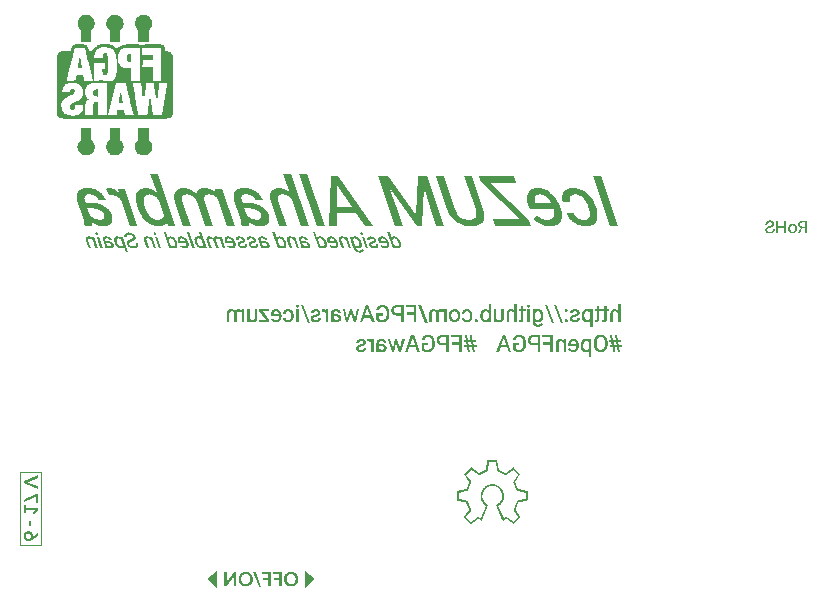
<source format=gbo>
G04 Layer_Color=32896*
%FSLAX44Y44*%
%MOMM*%
G71*
G01*
G75*
%ADD84C,0.1000*%
G36*
X113256Y495642D02*
X113339D01*
X114422Y495226D01*
X115422Y494726D01*
X115755Y494476D01*
X116005Y494309D01*
X116172Y494226D01*
X116255Y494142D01*
X116838Y493643D01*
X117255Y493143D01*
X118005Y492060D01*
X118505Y490893D01*
X118755Y489894D01*
X118921Y488977D01*
Y488227D01*
Y487728D01*
Y487644D01*
Y487561D01*
X118755Y486644D01*
X118505Y485811D01*
X118171Y485145D01*
X117755Y484478D01*
X117422Y483979D01*
X117088Y483645D01*
X116922Y483395D01*
X116838Y483312D01*
X116255Y482645D01*
Y477647D01*
Y472648D01*
X107008D01*
Y477647D01*
Y482645D01*
X106424Y483312D01*
X105674Y484312D01*
X105091Y485228D01*
X104925Y485561D01*
X104841Y485895D01*
X104758Y486061D01*
Y486145D01*
X104592Y486811D01*
X104425Y487478D01*
X104341Y488644D01*
X104425Y489144D01*
Y489560D01*
X104508Y489810D01*
Y489894D01*
X104675Y490643D01*
X104925Y491310D01*
X105258Y491976D01*
X105508Y492476D01*
X105841Y492893D01*
X106091Y493226D01*
X106258Y493393D01*
X106341Y493476D01*
X106924Y493976D01*
X107507Y494393D01*
X108590Y495059D01*
X109090Y495226D01*
X109507Y495392D01*
X109757Y495476D01*
X109840D01*
X111173Y495725D01*
X113006D01*
X113256Y495642D01*
D02*
G37*
G36*
X88179D02*
X88929Y495476D01*
X89595Y495309D01*
X90178Y495059D01*
X90595Y494809D01*
X90928Y494726D01*
X91012Y494642D01*
X91761Y494142D01*
X92428Y493559D01*
X92928Y492976D01*
X93428Y492310D01*
X93761Y491810D01*
X94011Y491393D01*
X94094Y491060D01*
X94178Y490977D01*
X94511Y489810D01*
X94594Y488727D01*
Y487644D01*
X94427Y486728D01*
X94178Y485978D01*
X94011Y485395D01*
X93844Y485061D01*
X93761Y484895D01*
X93261Y484062D01*
X92678Y483479D01*
X92345Y483062D01*
X92178Y482979D01*
X91845Y482645D01*
Y477647D01*
Y472648D01*
X82764D01*
Y477647D01*
Y482645D01*
X82014Y483312D01*
X81347Y484145D01*
X80848Y484978D01*
X80431Y485811D01*
X80181Y486644D01*
X80014Y487311D01*
X79931Y487894D01*
Y488227D01*
Y488394D01*
X80014Y489477D01*
X80264Y490477D01*
X80681Y491310D01*
X81014Y492143D01*
X81431Y492726D01*
X81847Y493143D01*
X82097Y493476D01*
X82181Y493559D01*
X82847Y494142D01*
X83597Y494642D01*
X84263Y495059D01*
X84930Y495309D01*
X85513Y495559D01*
X86013Y495642D01*
X86346Y495725D01*
X87346D01*
X88179Y495642D01*
D02*
G37*
G36*
X64518Y495559D02*
X65185Y495392D01*
X65768Y495142D01*
X66185Y494976D01*
X66435Y494892D01*
X66518Y494809D01*
X67184Y494309D01*
X67851Y493809D01*
X68351Y493226D01*
X68767Y492726D01*
X69184Y492226D01*
X69434Y491810D01*
X69517Y491560D01*
X69600Y491477D01*
X70017Y490393D01*
X70184Y489394D01*
X70267Y488977D01*
Y488644D01*
Y488394D01*
Y488311D01*
X70184Y487561D01*
X70100Y486894D01*
X70017Y486561D01*
Y486395D01*
X69434Y485061D01*
X69184Y484478D01*
X68851Y483979D01*
X68517Y483562D01*
X68351Y483312D01*
X68184Y483145D01*
X68101Y483062D01*
X67434Y482645D01*
Y477647D01*
Y472648D01*
X58437D01*
Y477647D01*
Y482645D01*
X57853Y483062D01*
X57104Y483979D01*
X56604Y484895D01*
X56187Y485728D01*
X55937Y486644D01*
X55771Y487394D01*
X55687Y487977D01*
Y488311D01*
Y488477D01*
X55771Y489477D01*
X55937Y490393D01*
X56270Y491227D01*
X56604Y491893D01*
X56937Y492476D01*
X57270Y492976D01*
X57437Y493226D01*
X57520Y493309D01*
X58270Y493976D01*
X59020Y494559D01*
X59770Y494976D01*
X60436Y495309D01*
X61103Y495476D01*
X61603Y495642D01*
X61936Y495725D01*
X63769D01*
X64518Y495559D01*
D02*
G37*
G36*
X487209Y246356D02*
X487542Y246322D01*
X487859Y246256D01*
X488142Y246172D01*
X488409Y246056D01*
X488642Y245956D01*
X488842Y245823D01*
X489025Y245706D01*
X489192Y245589D01*
X489325Y245456D01*
X489442Y245356D01*
X489525Y245256D01*
X489608Y245156D01*
X489659Y245089D01*
X489675Y245056D01*
X489692Y245039D01*
X489758Y246189D01*
X491758D01*
Y231460D01*
X489592D01*
Y236425D01*
X489425Y236225D01*
X489242Y236042D01*
X489042Y235875D01*
X488825Y235742D01*
X488592Y235625D01*
X488359Y235525D01*
X488142Y235459D01*
X487909Y235392D01*
X487692Y235342D01*
X487492Y235308D01*
X487309Y235275D01*
X487142Y235259D01*
X487009Y235242D01*
X486826D01*
X486476Y235259D01*
X486126Y235308D01*
X485810Y235375D01*
X485526Y235475D01*
X485243Y235592D01*
X484993Y235725D01*
X484760Y235858D01*
X484560Y235992D01*
X484360Y236125D01*
X484210Y236275D01*
X484060Y236392D01*
X483943Y236508D01*
X483860Y236608D01*
X483793Y236675D01*
X483760Y236725D01*
X483743Y236742D01*
X483543Y237041D01*
X483377Y237341D01*
X483210Y237675D01*
X483093Y237991D01*
X482977Y238324D01*
X482894Y238658D01*
X482810Y238974D01*
X482744Y239291D01*
X482710Y239574D01*
X482677Y239841D01*
X482644Y240074D01*
X482627Y240291D01*
X482610Y240457D01*
Y240590D01*
Y240657D01*
Y240690D01*
Y240857D01*
X482627Y241324D01*
X482660Y241774D01*
X482710Y242190D01*
X482794Y242573D01*
X482877Y242923D01*
X482960Y243256D01*
X483077Y243556D01*
X483177Y243840D01*
X483277Y244073D01*
X483377Y244290D01*
X483477Y244473D01*
X483560Y244623D01*
X483643Y244739D01*
X483693Y244823D01*
X483727Y244873D01*
X483743Y244889D01*
X483960Y245156D01*
X484193Y245373D01*
X484443Y245573D01*
X484710Y245739D01*
X484960Y245889D01*
X485226Y246006D01*
X485476Y246106D01*
X485709Y246189D01*
X485943Y246256D01*
X486159Y246289D01*
X486359Y246322D01*
X486509Y246356D01*
X486659D01*
X486759Y246372D01*
X486843D01*
X487209Y246356D01*
D02*
G37*
G36*
X458916Y234242D02*
X457067D01*
X451185Y249771D01*
X453035D01*
X458916Y234242D01*
D02*
G37*
G36*
X352077D02*
X350228D01*
X344346Y249771D01*
X346195D01*
X352077Y234242D01*
D02*
G37*
G36*
X252319D02*
X250470D01*
X244588Y249771D01*
X246437D01*
X252319Y234242D01*
D02*
G37*
G36*
X81014Y470732D02*
X82181Y470565D01*
X83180Y470399D01*
X83930Y470149D01*
X84430Y470065D01*
X84513Y469982D01*
X84597D01*
X85513Y469649D01*
X86346Y469149D01*
X87013Y468649D01*
X87679Y468149D01*
X88179Y467733D01*
X88512Y467316D01*
X88762Y467066D01*
X88846Y466983D01*
X89095Y466566D01*
X89179Y466816D01*
X89679Y467399D01*
X90178Y467983D01*
X90762Y468399D01*
X91262Y468732D01*
X91678Y469066D01*
X92011Y469232D01*
X92261Y469399D01*
X92345D01*
X93511Y469899D01*
X94594Y470149D01*
X95094Y470232D01*
X95511Y470315D01*
X96010D01*
X96344Y470399D01*
X97177D01*
X98260Y470482D01*
X103925D01*
X104925Y470399D01*
X107757D01*
X108174Y470315D01*
X111673D01*
X112423Y470399D01*
X115672D01*
X116339Y470482D01*
X123503D01*
X124170Y470399D01*
X126003D01*
X126419Y470315D01*
X126753D01*
X127502Y470232D01*
X128085Y469982D01*
X128419Y469815D01*
X128502Y469732D01*
X128835Y469315D01*
X129085Y468816D01*
X129335Y467566D01*
X129418Y466983D01*
X129502Y466566D01*
Y466233D01*
Y466066D01*
Y464650D01*
X131501D01*
X132084Y464567D01*
X132584Y464483D01*
X133001Y464400D01*
X133334Y464317D01*
X133584Y464234D01*
X133667Y464150D01*
X133751D01*
X134501Y463734D01*
X135000Y463234D01*
X135500Y462651D01*
X135750Y462067D01*
X136000Y461567D01*
X136083Y461151D01*
X136167Y460818D01*
Y460734D01*
Y460651D01*
Y460401D01*
Y459985D01*
Y459485D01*
Y458901D01*
Y458235D01*
Y457402D01*
X136250Y456569D01*
Y454653D01*
Y452570D01*
Y450320D01*
Y447988D01*
Y445738D01*
Y443489D01*
Y441406D01*
Y439573D01*
Y438740D01*
Y437990D01*
Y437324D01*
Y436824D01*
Y436324D01*
Y435991D01*
Y435824D01*
Y435741D01*
Y411247D01*
X136000Y410747D01*
X135583Y409914D01*
X135167Y409248D01*
X134584Y408748D01*
X134084Y408331D01*
X133584Y408081D01*
X133167Y407915D01*
X132834Y407748D01*
X131501D01*
X130668Y407665D01*
X118171D01*
X114089Y407581D01*
X56854D01*
X54938Y407665D01*
X43857D01*
X43357Y407748D01*
X41858D01*
X40941Y408081D01*
X40191Y408581D01*
X39608Y409081D01*
X39108Y409664D01*
X38858Y410164D01*
X38608Y410581D01*
X38442Y410914D01*
Y410997D01*
Y411081D01*
Y411330D01*
Y411747D01*
Y412247D01*
Y412830D01*
Y413497D01*
X38358Y414246D01*
Y415079D01*
Y416996D01*
Y419162D01*
Y421411D01*
Y423661D01*
Y425993D01*
Y428243D01*
Y430326D01*
Y432158D01*
Y432991D01*
Y433741D01*
Y434408D01*
Y434908D01*
Y435408D01*
Y435741D01*
Y435907D01*
Y435991D01*
Y438240D01*
Y440323D01*
Y442239D01*
Y444072D01*
Y445822D01*
Y447405D01*
Y448904D01*
Y450237D01*
Y451487D01*
Y452653D01*
Y453736D01*
Y454653D01*
Y455569D01*
Y456319D01*
Y457652D01*
X38442Y458735D01*
Y459568D01*
Y460151D01*
Y460568D01*
Y460818D01*
Y460901D01*
Y460984D01*
X38608Y461734D01*
X38942Y462401D01*
X39358Y462984D01*
X39691Y463400D01*
X40108Y463734D01*
X40441Y463984D01*
X40691Y464150D01*
X40774D01*
X41274Y464317D01*
X42024Y464483D01*
X42941Y464567D01*
X43857D01*
X44690Y464650D01*
X49855D01*
X50355Y466733D01*
X50522Y467399D01*
X50689Y467983D01*
X50772Y468316D01*
X50855Y468566D01*
Y468732D01*
X50939Y468816D01*
Y468899D01*
X51189Y469315D01*
X51522Y469649D01*
X51855Y469899D01*
X51938Y469982D01*
X52105Y470065D01*
X52355Y470149D01*
X53105Y470315D01*
X54021Y470399D01*
X55021D01*
X55937Y470482D01*
X59270D01*
X60019Y470399D01*
X60603D01*
X61603Y470315D01*
X62352Y470232D01*
X62852Y470149D01*
X63185Y470065D01*
X63269Y469982D01*
X63352D01*
X63685Y469732D01*
X63935Y469315D01*
X64352Y468399D01*
X64518Y467983D01*
X64685Y467566D01*
X64768Y467316D01*
Y467233D01*
X64935Y466650D01*
X65018Y466150D01*
X65185Y465733D01*
Y465400D01*
X65268Y465233D01*
Y465067D01*
Y464983D01*
X65352Y464650D01*
X68101D01*
X68267Y465400D01*
X68851Y466400D01*
X69434Y467149D01*
X69684Y467483D01*
X69934Y467733D01*
X70017Y467816D01*
X70100Y467899D01*
X70933Y468649D01*
X71767Y469232D01*
X72183Y469399D01*
X72433Y469566D01*
X72600Y469732D01*
X72683D01*
X74099Y470232D01*
X74849Y470482D01*
X75516Y470565D01*
X76099Y470732D01*
X76599D01*
X76932Y470815D01*
X77015D01*
X78432Y470899D01*
X79764D01*
X81014Y470732D01*
D02*
G37*
G36*
X22298Y103813D02*
Y103716D01*
X22270Y103619D01*
X22215Y103480D01*
X22187Y103425D01*
X22159Y103383D01*
X22145Y103356D01*
X22131Y103342D01*
X22006Y103217D01*
X21895Y103134D01*
X21812Y103092D01*
X21799Y103078D01*
X21785D01*
X14434Y100263D01*
X14157Y100152D01*
X13866Y100069D01*
X13588Y99986D01*
X13325Y99916D01*
X13103Y99861D01*
X13006Y99833D01*
X12923Y99819D01*
X12853Y99791D01*
X12798D01*
X12770Y99778D01*
X12756D01*
X13103Y99694D01*
X13255Y99653D01*
X13380Y99611D01*
X13491Y99583D01*
X13588Y99556D01*
X13644Y99528D01*
X13658D01*
X13810Y99486D01*
X13963Y99431D01*
X14088Y99389D01*
X14212Y99348D01*
X14296Y99320D01*
X14379Y99292D01*
X14420Y99264D01*
X14434D01*
X21785Y96435D01*
X21937Y96352D01*
X22048Y96269D01*
X22117Y96186D01*
X22145Y96172D01*
Y96158D01*
X22201Y96089D01*
X22228Y96005D01*
X22284Y95853D01*
Y95784D01*
X22298Y95742D01*
Y95700D01*
Y95686D01*
Y93883D01*
X10260Y98737D01*
Y100762D01*
X22298Y105630D01*
Y103813D01*
D02*
G37*
G36*
Y81776D02*
X20911D01*
X20772Y81804D01*
X20675Y81846D01*
X20606Y81887D01*
X20578Y81915D01*
X20495Y82026D01*
X20453Y82137D01*
X20439Y82220D01*
Y82234D01*
Y82248D01*
Y88017D01*
X20273Y87892D01*
X20106Y87767D01*
X19940Y87657D01*
X19787Y87559D01*
X19663Y87476D01*
X19552Y87421D01*
X19482Y87379D01*
X19455Y87365D01*
X10260Y82705D01*
Y84190D01*
X10274Y84342D01*
X10288Y84481D01*
X10315Y84606D01*
X10357Y84703D01*
X10399Y84786D01*
X10426Y84841D01*
X10440Y84869D01*
X10454Y84883D01*
X10620Y85063D01*
X10787Y85188D01*
X10856Y85230D01*
X10912Y85257D01*
X10940Y85285D01*
X10953D01*
X20342Y89848D01*
X20481Y89903D01*
X20606Y89959D01*
X20661Y89986D01*
X20703Y90000D01*
X20731Y90014D01*
X20745D01*
X20842Y90042D01*
X20952Y90070D01*
X21161Y90084D01*
X21258Y90097D01*
X22298D01*
Y81776D01*
D02*
G37*
G36*
X11799Y78060D02*
X22312D01*
Y76368D01*
X19177Y72706D01*
X18290Y73344D01*
X18234Y73400D01*
X18179Y73469D01*
X18137Y73525D01*
X18123Y73552D01*
X18082Y73663D01*
X18068Y73760D01*
X18054Y73830D01*
Y73844D01*
Y73857D01*
Y73941D01*
X18068Y74010D01*
X18082Y74065D01*
Y74079D01*
X18123Y74163D01*
X18165Y74232D01*
X18206Y74287D01*
X18220Y74301D01*
X19663Y76035D01*
X19344Y76021D01*
X19191D01*
X19066Y76007D01*
X11799D01*
Y73566D01*
X10260D01*
Y80223D01*
X11799D01*
Y78060D01*
D02*
G37*
G36*
X67434Y394668D02*
Y389753D01*
X68101Y389253D01*
X68934Y388086D01*
X69517Y387003D01*
X69767Y386587D01*
X69934Y386254D01*
X70017Y386003D01*
Y385920D01*
X70184Y384837D01*
X70267Y383754D01*
X70184Y382754D01*
X69934Y381921D01*
X69684Y381171D01*
X69517Y380672D01*
X69351Y380338D01*
X69267Y380172D01*
X68601Y379255D01*
X67768Y378506D01*
X67018Y377922D01*
X66185Y377422D01*
X65518Y377089D01*
X64935Y376922D01*
X64602Y376756D01*
X64435D01*
X63769Y376673D01*
X63185Y376589D01*
X62102Y376673D01*
X61603D01*
X61269Y376756D01*
X61103Y376839D01*
X61019D01*
X60019Y377173D01*
X59186Y377672D01*
X58437Y378256D01*
X57853Y378839D01*
X57354Y379339D01*
X56937Y379838D01*
X56770Y380172D01*
X56687Y380255D01*
X56187Y381255D01*
X55854Y382171D01*
X55687Y383088D01*
X55604Y383921D01*
Y384671D01*
X55687Y385170D01*
X55771Y385587D01*
Y385670D01*
X56021Y386420D01*
X56354Y387087D01*
X56687Y387670D01*
X57020Y388170D01*
X57354Y388586D01*
X57604Y388836D01*
X57770Y389003D01*
X57853Y389086D01*
X58437Y389753D01*
Y394668D01*
Y399667D01*
X67434D01*
Y394668D01*
D02*
G37*
G36*
X313620Y307925D02*
X314062Y307849D01*
X314475Y307742D01*
X314841Y307620D01*
X314993Y307559D01*
X315146Y307498D01*
X315284Y307437D01*
X315390Y307391D01*
X315482Y307345D01*
X315543Y307315D01*
X315589Y307299D01*
X315604Y307284D01*
X316047Y307025D01*
X316459Y306719D01*
X316841Y306429D01*
X317161Y306139D01*
X317299Y306002D01*
X317421Y305880D01*
X317528Y305773D01*
X317619Y305666D01*
X317696Y305590D01*
X317741Y305529D01*
X317772Y305498D01*
X317787Y305483D01*
X318123Y305040D01*
X318413Y304597D01*
X318657Y304155D01*
X318856Y303758D01*
X318947Y303575D01*
X319023Y303407D01*
X319085Y303254D01*
X319130Y303132D01*
X319176Y303025D01*
X319191Y302949D01*
X319222Y302903D01*
Y302888D01*
X319329Y302598D01*
X319451Y302201D01*
X319543Y301819D01*
X319604Y301453D01*
X319634Y301117D01*
X319649Y300812D01*
X319634Y300522D01*
X319619Y300247D01*
X319573Y300018D01*
X319527Y299789D01*
X319482Y299606D01*
X319436Y299453D01*
X319375Y299316D01*
X319344Y299209D01*
X319298Y299132D01*
X319283Y299087D01*
X319268Y299071D01*
X319100Y298843D01*
X318917Y298644D01*
X318703Y298461D01*
X318489Y298308D01*
X318260Y298186D01*
X318016Y298079D01*
X317787Y297988D01*
X317558Y297927D01*
X317329Y297866D01*
X317131Y297835D01*
X316932Y297804D01*
X316764Y297774D01*
X316627D01*
X316535Y297759D01*
X316444D01*
X315986Y297789D01*
X315543Y297850D01*
X315100Y297942D01*
X314703Y298079D01*
X314307Y298232D01*
X313940Y298400D01*
X313604Y298598D01*
X313284Y298781D01*
X312994Y298980D01*
X312734Y299163D01*
X312521Y299331D01*
X312337Y299484D01*
X312185Y299621D01*
X312078Y299713D01*
X312001Y299789D01*
X311986Y299804D01*
X312872Y300720D01*
X313146Y300491D01*
X313421Y300293D01*
X313665Y300140D01*
X313879Y300003D01*
X314047Y299896D01*
X314184Y299819D01*
X314276Y299774D01*
X314291Y299758D01*
X314307D01*
X314566Y299652D01*
X314826Y299575D01*
X315070Y299514D01*
X315299Y299484D01*
X315497Y299453D01*
X315650Y299438D01*
X315787D01*
X315986Y299453D01*
X316169Y299468D01*
X316505Y299560D01*
X316779Y299697D01*
X316993Y299850D01*
X317161Y299987D01*
X317283Y300125D01*
X317344Y300216D01*
X317375Y300232D01*
Y300247D01*
X317451Y300399D01*
X317512Y300567D01*
X317558Y300735D01*
X317589Y300903D01*
X317604Y301224D01*
X317589Y301529D01*
X317558Y301804D01*
X317543Y301926D01*
X317512Y302018D01*
X317497Y302109D01*
X317482Y302170D01*
X317467Y302201D01*
Y302216D01*
X311040D01*
X310750Y303071D01*
X310612Y303498D01*
X310521Y303895D01*
X310444Y304262D01*
X310383Y304613D01*
X310368Y304933D01*
X310353Y305239D01*
Y305498D01*
X310368Y305742D01*
X310399Y305956D01*
X310429Y306139D01*
X310475Y306307D01*
X310505Y306445D01*
X310536Y306536D01*
X310567Y306612D01*
X310597Y306658D01*
Y306674D01*
X310734Y306903D01*
X310887Y307101D01*
X311070Y307269D01*
X311269Y307422D01*
X311482Y307544D01*
X311696Y307651D01*
X311910Y307727D01*
X312124Y307803D01*
X312337Y307849D01*
X312536Y307895D01*
X312704Y307910D01*
X312856Y307941D01*
X312994D01*
X313085Y307956D01*
X313406D01*
X313620Y307925D01*
D02*
G37*
G36*
X116255Y394668D02*
Y389753D01*
X116838Y389003D01*
X117422Y388336D01*
X117921Y387587D01*
X118338Y386837D01*
X118588Y386170D01*
X118755Y385587D01*
X118838Y385170D01*
X118921Y384837D01*
Y384754D01*
Y383504D01*
X118755Y382338D01*
X118421Y381338D01*
X118088Y380505D01*
X117671Y379755D01*
X117338Y379255D01*
X117088Y378839D01*
X117005Y378755D01*
X116339Y378256D01*
X115672Y377756D01*
X115089Y377422D01*
X114506Y377173D01*
X114006Y377006D01*
X113589Y376839D01*
X113339Y376756D01*
X113256D01*
X112589Y376673D01*
X112006Y376589D01*
X111423D01*
X110257Y376756D01*
X109257Y377006D01*
X108924Y377173D01*
X108590Y377256D01*
X108424Y377339D01*
X108341D01*
X107257Y378006D01*
X106424Y378839D01*
X105758Y379672D01*
X105258Y380505D01*
X104925Y381255D01*
X104675Y381838D01*
X104508Y382254D01*
Y382421D01*
X104425Y383171D01*
X104341Y383837D01*
Y384421D01*
X104425Y385004D01*
Y385420D01*
X104508Y385754D01*
X104592Y386003D01*
Y386087D01*
X105258Y387420D01*
X105591Y387920D01*
X105925Y388420D01*
X106174Y388836D01*
X106424Y389086D01*
X106591Y389253D01*
X106674Y389336D01*
X107008Y389753D01*
Y394668D01*
Y399667D01*
X116255D01*
Y394668D01*
D02*
G37*
G36*
X91845D02*
Y389753D01*
X92594Y389003D01*
X93178Y388336D01*
X93594Y387670D01*
X93927Y387003D01*
X94178Y386337D01*
X94344Y385837D01*
X94427Y385420D01*
X94511Y385087D01*
Y385004D01*
X94594Y383921D01*
X94511Y382921D01*
X94344Y382088D01*
X94094Y381255D01*
X93844Y380672D01*
X93594Y380172D01*
X93428Y379838D01*
X93344Y379755D01*
X92678Y378922D01*
X91928Y378256D01*
X91178Y377756D01*
X90428Y377339D01*
X89845Y377089D01*
X89262Y376922D01*
X88929Y376756D01*
X88846D01*
X88179Y376673D01*
X87596Y376589D01*
X86513Y376673D01*
X86013D01*
X85680Y376756D01*
X85513Y376839D01*
X85430D01*
X84430Y377173D01*
X83513Y377672D01*
X82847Y378172D01*
X82181Y378755D01*
X81681Y379255D01*
X81347Y379672D01*
X81181Y380005D01*
X81097Y380088D01*
X80598Y381005D01*
X80264Y382005D01*
X80098Y382921D01*
X80014Y383754D01*
Y384421D01*
Y385004D01*
X80098Y385337D01*
Y385504D01*
X80348Y386254D01*
X80681Y387003D01*
X81014Y387670D01*
X81347Y388170D01*
X81681Y388670D01*
X82014Y389003D01*
X82181Y389169D01*
X82264Y389253D01*
X82764Y389753D01*
Y394585D01*
Y399583D01*
X87263D01*
X91845Y399667D01*
Y394668D01*
D02*
G37*
G36*
X467014Y234242D02*
X465165D01*
X459283Y249771D01*
X461133D01*
X467014Y234242D01*
D02*
G37*
G36*
X342529Y235442D02*
X340297D01*
Y241607D01*
X334448D01*
Y243490D01*
X340297D01*
Y247889D01*
X333498D01*
Y249771D01*
X342529D01*
Y235442D01*
D02*
G37*
G36*
X331666D02*
X329433D01*
Y240907D01*
X326350D01*
X325900Y240924D01*
X325484Y240957D01*
X325084Y241007D01*
X324717Y241090D01*
X324384Y241174D01*
X324084Y241274D01*
X323801Y241374D01*
X323534Y241490D01*
X323318Y241590D01*
X323118Y241690D01*
X322951Y241790D01*
X322818Y241873D01*
X322701Y241957D01*
X322635Y242007D01*
X322585Y242040D01*
X322568Y242057D01*
X322335Y242290D01*
X322135Y242523D01*
X321951Y242790D01*
X321801Y243057D01*
X321668Y243323D01*
X321552Y243590D01*
X321468Y243856D01*
X321402Y244123D01*
X321352Y244373D01*
X321302Y244590D01*
X321268Y244790D01*
X321252Y244973D01*
X321235Y245123D01*
Y245223D01*
Y245306D01*
Y245323D01*
X321252Y245689D01*
X321285Y246039D01*
X321368Y246356D01*
X321452Y246672D01*
X321552Y246956D01*
X321668Y247222D01*
X321785Y247455D01*
X321918Y247689D01*
X322052Y247872D01*
X322168Y248055D01*
X322285Y248189D01*
X322385Y248322D01*
X322468Y248422D01*
X322535Y248489D01*
X322585Y248522D01*
X322601Y248538D01*
X322868Y248755D01*
X323151Y248938D01*
X323451Y249105D01*
X323751Y249255D01*
X324068Y249372D01*
X324384Y249472D01*
X324684Y249555D01*
X324967Y249622D01*
X325251Y249671D01*
X325501Y249705D01*
X325734Y249738D01*
X325934Y249755D01*
X326084Y249771D01*
X331666D01*
Y235442D01*
D02*
G37*
G36*
X307239D02*
X305006D01*
X303689Y239091D01*
X298141D01*
X296808Y235442D01*
X294575D01*
X299974Y249771D01*
X301857D01*
X307239Y235442D01*
D02*
G37*
G36*
X438488D02*
X436306D01*
Y246189D01*
X438488D01*
Y235442D01*
D02*
G37*
G36*
X270403Y307925D02*
X270846Y307849D01*
X271258Y307742D01*
X271625Y307620D01*
X271777Y307559D01*
X271930Y307498D01*
X272067Y307437D01*
X272174Y307391D01*
X272266Y307345D01*
X272327Y307315D01*
X272372Y307299D01*
X272388Y307284D01*
X272830Y307025D01*
X273243Y306719D01*
X273624Y306429D01*
X273945Y306139D01*
X274082Y306002D01*
X274204Y305880D01*
X274311Y305773D01*
X274403Y305666D01*
X274479Y305590D01*
X274525Y305529D01*
X274555Y305498D01*
X274571Y305483D01*
X274907Y305040D01*
X275197Y304597D01*
X275441Y304155D01*
X275639Y303758D01*
X275731Y303575D01*
X275807Y303407D01*
X275868Y303254D01*
X275914Y303132D01*
X275960Y303025D01*
X275975Y302949D01*
X276006Y302903D01*
Y302888D01*
X276112Y302598D01*
X276235Y302201D01*
X276326Y301819D01*
X276387Y301453D01*
X276418Y301117D01*
X276433Y300812D01*
X276418Y300522D01*
X276402Y300247D01*
X276357Y300018D01*
X276311Y299789D01*
X276265Y299606D01*
X276219Y299453D01*
X276158Y299316D01*
X276128Y299209D01*
X276082Y299132D01*
X276067Y299087D01*
X276051Y299071D01*
X275884Y298843D01*
X275700Y298644D01*
X275487Y298461D01*
X275273Y298308D01*
X275044Y298186D01*
X274800Y298079D01*
X274571Y297988D01*
X274342Y297927D01*
X274113Y297866D01*
X273914Y297835D01*
X273716Y297804D01*
X273548Y297774D01*
X273410D01*
X273319Y297759D01*
X273227D01*
X272769Y297789D01*
X272327Y297850D01*
X271884Y297942D01*
X271487Y298079D01*
X271090Y298232D01*
X270724Y298400D01*
X270388Y298598D01*
X270067Y298781D01*
X269777Y298980D01*
X269518Y299163D01*
X269304Y299331D01*
X269121Y299484D01*
X268968Y299621D01*
X268861Y299713D01*
X268785Y299789D01*
X268770Y299804D01*
X269655Y300720D01*
X269930Y300491D01*
X270205Y300293D01*
X270449Y300140D01*
X270663Y300003D01*
X270831Y299896D01*
X270968Y299819D01*
X271060Y299774D01*
X271075Y299758D01*
X271090D01*
X271350Y299652D01*
X271609Y299575D01*
X271854Y299514D01*
X272082Y299484D01*
X272281Y299453D01*
X272433Y299438D01*
X272571D01*
X272769Y299453D01*
X272953Y299468D01*
X273288Y299560D01*
X273563Y299697D01*
X273777Y299850D01*
X273945Y299987D01*
X274067Y300125D01*
X274128Y300216D01*
X274158Y300232D01*
Y300247D01*
X274235Y300399D01*
X274296Y300567D01*
X274342Y300735D01*
X274372Y300903D01*
X274387Y301224D01*
X274372Y301529D01*
X274342Y301804D01*
X274326Y301926D01*
X274296Y302018D01*
X274281Y302109D01*
X274265Y302170D01*
X274250Y302201D01*
Y302216D01*
X267823D01*
X267533Y303071D01*
X267396Y303498D01*
X267304Y303895D01*
X267228Y304262D01*
X267167Y304613D01*
X267152Y304933D01*
X267136Y305239D01*
Y305498D01*
X267152Y305742D01*
X267182Y305956D01*
X267213Y306139D01*
X267259Y306307D01*
X267289Y306445D01*
X267320Y306536D01*
X267350Y306612D01*
X267381Y306658D01*
Y306674D01*
X267518Y306903D01*
X267671Y307101D01*
X267854Y307269D01*
X268052Y307422D01*
X268266Y307544D01*
X268480Y307651D01*
X268694Y307727D01*
X268907Y307803D01*
X269121Y307849D01*
X269319Y307895D01*
X269487Y307910D01*
X269640Y307941D01*
X269777D01*
X269869Y307956D01*
X270189D01*
X270403Y307925D01*
D02*
G37*
G36*
X234457Y246339D02*
X234957Y246272D01*
X235390Y246156D01*
X235590Y246089D01*
X235774Y246039D01*
X235940Y245972D01*
X236073Y245906D01*
X236207Y245856D01*
X236307Y245789D01*
X236390Y245756D01*
X236457Y245723D01*
X236490Y245689D01*
X236507D01*
X236890Y245406D01*
X237223Y245106D01*
X237506Y244790D01*
X237740Y244473D01*
X237923Y244206D01*
X238006Y244073D01*
X238056Y243973D01*
X238106Y243890D01*
X238140Y243823D01*
X238173Y243790D01*
Y243773D01*
X238356Y243307D01*
X238506Y242823D01*
X238606Y242357D01*
X238673Y241940D01*
X238689Y241740D01*
X238706Y241557D01*
X238723Y241407D01*
Y241274D01*
X238739Y241157D01*
Y241074D01*
Y241024D01*
Y241007D01*
Y240707D01*
X238723Y240241D01*
X238689Y239807D01*
X238623Y239391D01*
X238540Y239008D01*
X238440Y238658D01*
X238323Y238324D01*
X238206Y238025D01*
X238090Y237758D01*
X237973Y237525D01*
X237856Y237308D01*
X237740Y237125D01*
X237640Y236975D01*
X237556Y236858D01*
X237490Y236775D01*
X237456Y236725D01*
X237440Y236708D01*
X237190Y236458D01*
X236907Y236225D01*
X236623Y236025D01*
X236340Y235858D01*
X236040Y235725D01*
X235740Y235609D01*
X235457Y235508D01*
X235190Y235425D01*
X234924Y235359D01*
X234690Y235325D01*
X234474Y235292D01*
X234291Y235259D01*
X234141D01*
X234024Y235242D01*
X233924D01*
X233507Y235259D01*
X233124Y235325D01*
X232774Y235392D01*
X232458Y235492D01*
X232191Y235575D01*
X232091Y235609D01*
X231991Y235658D01*
X231924Y235675D01*
X231875Y235708D01*
X231841Y235725D01*
X231825D01*
X231475Y235925D01*
X231158Y236142D01*
X230891Y236375D01*
X230675Y236592D01*
X230492Y236775D01*
X230358Y236942D01*
X230292Y237041D01*
X230258Y237058D01*
Y237075D01*
X230058Y237408D01*
X229908Y237741D01*
X229792Y238074D01*
X229708Y238391D01*
X229658Y238674D01*
X229642Y238774D01*
X229625Y238874D01*
X229608Y238958D01*
Y239024D01*
Y239058D01*
Y239074D01*
X231658D01*
X231708Y238741D01*
X231808Y238441D01*
X231924Y238191D01*
X232058Y237974D01*
X232174Y237808D01*
X232291Y237691D01*
X232358Y237625D01*
X232391Y237591D01*
X232641Y237425D01*
X232908Y237291D01*
X233158Y237208D01*
X233407Y237141D01*
X233607Y237108D01*
X233774Y237091D01*
X233841Y237075D01*
X233924D01*
X234157Y237091D01*
X234374Y237108D01*
X234757Y237208D01*
X235090Y237358D01*
X235374Y237525D01*
X235590Y237691D01*
X235740Y237841D01*
X235840Y237941D01*
X235857Y237958D01*
X235874Y237974D01*
X235990Y238158D01*
X236107Y238341D01*
X236273Y238774D01*
X236390Y239207D01*
X236473Y239624D01*
X236507Y239824D01*
X236523Y240007D01*
X236540Y240174D01*
Y240324D01*
X236557Y240441D01*
Y240524D01*
Y240590D01*
Y240607D01*
Y240940D01*
Y241257D01*
X236523Y241574D01*
X236490Y241857D01*
X236457Y242107D01*
X236390Y242357D01*
X236340Y242573D01*
X236273Y242773D01*
X236207Y242957D01*
X236157Y243106D01*
X236090Y243240D01*
X236024Y243356D01*
X235973Y243456D01*
X235940Y243523D01*
X235907Y243590D01*
X235874Y243606D01*
Y243623D01*
X235740Y243790D01*
X235590Y243923D01*
X235440Y244056D01*
X235274Y244156D01*
X234940Y244323D01*
X234641Y244423D01*
X234357Y244489D01*
X234241Y244506D01*
X234124Y244523D01*
X234041Y244540D01*
X233924D01*
X233591Y244506D01*
X233291Y244440D01*
X233024Y244356D01*
X232808Y244240D01*
X232624Y244123D01*
X232491Y244040D01*
X232408Y243973D01*
X232374Y243940D01*
X232158Y243690D01*
X231991Y243423D01*
X231875Y243140D01*
X231775Y242857D01*
X231725Y242607D01*
X231675Y242407D01*
Y242323D01*
X231658Y242273D01*
Y242240D01*
Y242223D01*
X229608D01*
X229642Y242573D01*
X229692Y242907D01*
X229758Y243223D01*
X229842Y243523D01*
X229942Y243790D01*
X230058Y244040D01*
X230175Y244273D01*
X230292Y244473D01*
X230408Y244656D01*
X230525Y244823D01*
X230625Y244956D01*
X230708Y245073D01*
X230791Y245156D01*
X230858Y245223D01*
X230891Y245256D01*
X230908Y245273D01*
X231141Y245473D01*
X231375Y245639D01*
X231625Y245789D01*
X231891Y245906D01*
X232141Y246022D01*
X232391Y246106D01*
X232858Y246239D01*
X233091Y246289D01*
X233291Y246322D01*
X233458Y246339D01*
X233624Y246356D01*
X233741Y246372D01*
X233924D01*
X234457Y246339D01*
D02*
G37*
G36*
X224193D02*
X224643Y246256D01*
X225043Y246139D01*
X225410Y246006D01*
X225560Y245939D01*
X225709Y245872D01*
X225826Y245806D01*
X225926Y245756D01*
X226009Y245706D01*
X226076Y245673D01*
X226109Y245656D01*
X226126Y245639D01*
X226509Y245356D01*
X226859Y245023D01*
X227159Y244706D01*
X227392Y244390D01*
X227592Y244106D01*
X227659Y243990D01*
X227726Y243873D01*
X227776Y243790D01*
X227809Y243723D01*
X227842Y243690D01*
Y243673D01*
X228042Y243190D01*
X228192Y242707D01*
X228292Y242223D01*
X228359Y241790D01*
X228392Y241590D01*
X228409Y241407D01*
X228425Y241240D01*
Y241107D01*
X228442Y240990D01*
Y240907D01*
Y240857D01*
Y240840D01*
Y240524D01*
X228425Y240091D01*
X228375Y239674D01*
X228309Y239274D01*
X228225Y238908D01*
X228125Y238574D01*
X228009Y238258D01*
X227892Y237958D01*
X227759Y237708D01*
X227626Y237458D01*
X227509Y237258D01*
X227392Y237091D01*
X227292Y236942D01*
X227209Y236825D01*
X227126Y236742D01*
X227092Y236691D01*
X227076Y236675D01*
X226809Y236425D01*
X226526Y236208D01*
X226226Y236008D01*
X225926Y235842D01*
X225626Y235708D01*
X225326Y235592D01*
X225043Y235492D01*
X224760Y235425D01*
X224510Y235359D01*
X224260Y235325D01*
X224043Y235292D01*
X223860Y235259D01*
X223710D01*
X223593Y235242D01*
X223493D01*
X222994Y235275D01*
X222544Y235342D01*
X222110Y235442D01*
X221710Y235592D01*
X221327Y235758D01*
X220994Y235942D01*
X220694Y236158D01*
X220411Y236358D01*
X220177Y236575D01*
X219961Y236775D01*
X219778Y236958D01*
X219644Y237125D01*
X219528Y237275D01*
X219444Y237375D01*
X219394Y237458D01*
X219378Y237475D01*
X220711Y238474D01*
X220927Y238225D01*
X221144Y238008D01*
X221344Y237841D01*
X221527Y237691D01*
X221677Y237575D01*
X221810Y237491D01*
X221877Y237441D01*
X221910Y237425D01*
X222144Y237308D01*
X222394Y237225D01*
X222644Y237158D01*
X222877Y237125D01*
X223077Y237091D01*
X223243Y237075D01*
X223393D01*
X223627Y237091D01*
X223827Y237108D01*
X224226Y237208D01*
X224576Y237358D01*
X224876Y237525D01*
X225110Y237675D01*
X225276Y237825D01*
X225343Y237875D01*
X225393Y237924D01*
X225410Y237941D01*
X225426Y237958D01*
X225560Y238125D01*
X225693Y238308D01*
X225893Y238674D01*
X226043Y239024D01*
X226143Y239357D01*
X226209Y239657D01*
X226226Y239791D01*
X226243Y239891D01*
Y239991D01*
X226259Y240057D01*
Y240091D01*
Y240107D01*
X219244D01*
Y241040D01*
X219261Y241507D01*
X219294Y241940D01*
X219361Y242340D01*
X219428Y242723D01*
X219511Y243073D01*
X219611Y243407D01*
X219728Y243690D01*
X219828Y243956D01*
X219944Y244190D01*
X220061Y244390D01*
X220161Y244573D01*
X220244Y244723D01*
X220311Y244823D01*
X220378Y244906D01*
X220411Y244956D01*
X220427Y244973D01*
X220661Y245223D01*
X220911Y245439D01*
X221161Y245623D01*
X221427Y245789D01*
X221710Y245923D01*
X221977Y246039D01*
X222244Y246122D01*
X222510Y246206D01*
X222743Y246256D01*
X222977Y246306D01*
X223177Y246322D01*
X223360Y246356D01*
X223510D01*
X223610Y246372D01*
X223943D01*
X224193Y246339D01*
D02*
G37*
G36*
X263816Y246356D02*
X264100Y246306D01*
X264366Y246239D01*
X264599Y246156D01*
X264799Y246056D01*
X264999Y245939D01*
X265149Y245806D01*
X265299Y245689D01*
X265433Y245556D01*
X265533Y245423D01*
X265616Y245306D01*
X265683Y245206D01*
X265732Y245123D01*
X265766Y245056D01*
X265799Y245006D01*
Y244989D01*
X265816Y246189D01*
X267932D01*
Y235442D01*
X265766D01*
Y242940D01*
X265649Y243173D01*
X265516Y243373D01*
X265349Y243556D01*
X265183Y243706D01*
X265016Y243840D01*
X264833Y243956D01*
X264650Y244040D01*
X264466Y244106D01*
X264133Y244206D01*
X263983Y244240D01*
X263850Y244256D01*
X263750Y244273D01*
X263433D01*
X263250Y244256D01*
X263067Y244240D01*
X262900D01*
X262750Y244223D01*
X262633Y244206D01*
X262567Y244190D01*
X262533D01*
Y246156D01*
X262700Y246222D01*
X262867Y246289D01*
X263033Y246322D01*
X263183Y246339D01*
X263316Y246356D01*
X263417Y246372D01*
X263516D01*
X263816Y246356D01*
D02*
G37*
G36*
X477112D02*
X477428Y246339D01*
X477712Y246289D01*
X477978Y246222D01*
X478245Y246156D01*
X478478Y246073D01*
X478695Y245989D01*
X478895Y245906D01*
X479078Y245823D01*
X479244Y245739D01*
X479378Y245656D01*
X479495Y245589D01*
X479578Y245523D01*
X479644Y245473D01*
X479678Y245456D01*
X479694Y245439D01*
X479894Y245256D01*
X480061Y245073D01*
X480211Y244889D01*
X480344Y244690D01*
X480461Y244489D01*
X480544Y244306D01*
X480677Y243940D01*
X480761Y243623D01*
X480794Y243490D01*
X480811Y243373D01*
X480827Y243273D01*
Y243207D01*
Y243157D01*
Y243140D01*
X480811Y242840D01*
X480761Y242573D01*
X480694Y242323D01*
X480611Y242107D01*
X480544Y241940D01*
X480478Y241807D01*
X480428Y241740D01*
X480411Y241707D01*
X480244Y241490D01*
X480044Y241290D01*
X479844Y241124D01*
X479644Y240974D01*
X479461Y240857D01*
X479311Y240774D01*
X479211Y240707D01*
X479194Y240690D01*
X479178D01*
X478845Y240541D01*
X478495Y240407D01*
X478145Y240291D01*
X477795Y240191D01*
X477495Y240107D01*
X477362Y240074D01*
X477245Y240041D01*
X477162Y240024D01*
X477095Y240007D01*
X477045Y239991D01*
X477028D01*
X476778Y239941D01*
X476562Y239874D01*
X476362Y239824D01*
X476179Y239774D01*
X476012Y239707D01*
X475862Y239657D01*
X475729Y239607D01*
X475612Y239557D01*
X475412Y239474D01*
X475295Y239408D01*
X475212Y239357D01*
X475196Y239341D01*
X475029Y239207D01*
X474912Y239041D01*
X474829Y238874D01*
X474779Y238724D01*
X474729Y238591D01*
X474712Y238474D01*
Y238408D01*
Y238374D01*
X474729Y238174D01*
X474796Y237974D01*
X474879Y237825D01*
X474979Y237675D01*
X475096Y237575D01*
X475179Y237491D01*
X475246Y237441D01*
X475262Y237425D01*
X475479Y237308D01*
X475712Y237225D01*
X475962Y237158D01*
X476195Y237125D01*
X476412Y237091D01*
X476578Y237075D01*
X476729D01*
X477095Y237091D01*
X477412Y237141D01*
X477695Y237225D01*
X477928Y237308D01*
X478111Y237391D01*
X478245Y237475D01*
X478328Y237525D01*
X478361Y237541D01*
X478561Y237741D01*
X478711Y237958D01*
X478828Y238208D01*
X478911Y238441D01*
X478961Y238658D01*
X478995Y238824D01*
Y238891D01*
X479011Y238941D01*
Y238974D01*
Y238991D01*
X481177D01*
X481161Y238574D01*
X481094Y238191D01*
X480994Y237841D01*
X480894Y237558D01*
X480794Y237325D01*
X480694Y237141D01*
X480661Y237075D01*
X480628Y237025D01*
X480611Y237008D01*
Y236991D01*
X480378Y236691D01*
X480111Y236442D01*
X479861Y236208D01*
X479594Y236025D01*
X479378Y235892D01*
X479194Y235775D01*
X479128Y235742D01*
X479078Y235708D01*
X479045Y235692D01*
X479028D01*
X478645Y235542D01*
X478245Y235425D01*
X477862Y235359D01*
X477495Y235292D01*
X477195Y235259D01*
X477062D01*
X476945Y235242D01*
X476729D01*
X476395Y235259D01*
X476079Y235275D01*
X475779Y235325D01*
X475479Y235375D01*
X475212Y235442D01*
X474979Y235525D01*
X474746Y235609D01*
X474546Y235692D01*
X474362Y235758D01*
X474196Y235842D01*
X474062Y235925D01*
X473946Y235992D01*
X473846Y236042D01*
X473779Y236092D01*
X473746Y236108D01*
X473729Y236125D01*
X473513Y236292D01*
X473346Y236475D01*
X473179Y236675D01*
X473046Y236875D01*
X472929Y237075D01*
X472830Y237275D01*
X472763Y237458D01*
X472696Y237641D01*
X472613Y237991D01*
X472580Y238141D01*
X472563Y238258D01*
X472546Y238358D01*
Y238441D01*
Y238491D01*
Y238508D01*
X472563Y238824D01*
X472613Y239108D01*
X472679Y239357D01*
X472763Y239574D01*
X472846Y239757D01*
X472913Y239874D01*
X472963Y239957D01*
X472980Y239991D01*
X473146Y240224D01*
X473363Y240424D01*
X473563Y240607D01*
X473779Y240757D01*
X473963Y240891D01*
X474113Y240974D01*
X474229Y241040D01*
X474246Y241057D01*
X474263D01*
X474596Y241207D01*
X474962Y241357D01*
X475329Y241474D01*
X475679Y241574D01*
X475979Y241657D01*
X476112Y241690D01*
X476229Y241724D01*
X476312Y241740D01*
X476379Y241757D01*
X476429Y241774D01*
X476445D01*
X476679Y241824D01*
X476895Y241890D01*
X477095Y241940D01*
X477278Y241990D01*
X477445Y242040D01*
X477578Y242090D01*
X477828Y242174D01*
X477995Y242257D01*
X478128Y242307D01*
X478195Y242340D01*
X478212Y242357D01*
X478361Y242473D01*
X478461Y242623D01*
X478545Y242757D01*
X478595Y242890D01*
X478628Y243023D01*
X478645Y243123D01*
Y243190D01*
Y243207D01*
X478628Y243423D01*
X478578Y243606D01*
X478495Y243756D01*
X478411Y243906D01*
X478328Y244006D01*
X478245Y244090D01*
X478195Y244140D01*
X478178Y244156D01*
X477978Y244290D01*
X477762Y244373D01*
X477528Y244440D01*
X477312Y244489D01*
X477112Y244523D01*
X476945Y244540D01*
X476795D01*
X476479Y244523D01*
X476212Y244473D01*
X475962Y244390D01*
X475762Y244306D01*
X475596Y244206D01*
X475479Y244140D01*
X475396Y244073D01*
X475379Y244056D01*
X475196Y243856D01*
X475046Y243640D01*
X474946Y243423D01*
X474879Y243223D01*
X474846Y243023D01*
X474812Y242873D01*
Y242773D01*
Y242757D01*
Y242740D01*
X472630D01*
X472646Y243057D01*
X472679Y243340D01*
X472729Y243623D01*
X472813Y243873D01*
X472896Y244106D01*
X472996Y244323D01*
X473096Y244523D01*
X473213Y244706D01*
X473313Y244873D01*
X473429Y245006D01*
X473529Y245123D01*
X473613Y245223D01*
X473696Y245306D01*
X473746Y245356D01*
X473779Y245389D01*
X473796Y245406D01*
X474029Y245573D01*
X474263Y245723D01*
X474512Y245856D01*
X474762Y245972D01*
X475012Y246056D01*
X475262Y246139D01*
X475729Y246256D01*
X475945Y246289D01*
X476145Y246322D01*
X476329Y246339D01*
X476495Y246356D01*
X476612Y246372D01*
X476795D01*
X477112Y246356D01*
D02*
G37*
G36*
X375405Y246339D02*
X375888Y246256D01*
X376321Y246156D01*
X376521Y246089D01*
X376704Y246022D01*
X376871Y245956D01*
X377004Y245889D01*
X377137Y245839D01*
X377237Y245789D01*
X377321Y245739D01*
X377387Y245706D01*
X377421Y245689D01*
X377437Y245673D01*
X377837Y245389D01*
X378170Y245073D01*
X378470Y244756D01*
X378720Y244440D01*
X378920Y244156D01*
X378987Y244040D01*
X379053Y243923D01*
X379104Y243840D01*
X379137Y243773D01*
X379170Y243740D01*
Y243723D01*
X379370Y243240D01*
X379520Y242757D01*
X379637Y242290D01*
X379703Y241840D01*
X379737Y241657D01*
X379753Y241474D01*
X379770Y241307D01*
Y241174D01*
X379787Y241057D01*
Y240974D01*
Y240924D01*
Y240907D01*
Y240774D01*
X379770Y240324D01*
X379720Y239891D01*
X379653Y239474D01*
X379570Y239108D01*
X379470Y238741D01*
X379353Y238408D01*
X379237Y238108D01*
X379104Y237841D01*
X378987Y237591D01*
X378870Y237375D01*
X378754Y237191D01*
X378654Y237041D01*
X378554Y236925D01*
X378487Y236825D01*
X378454Y236775D01*
X378437Y236758D01*
X378170Y236492D01*
X377887Y236258D01*
X377604Y236058D01*
X377304Y235875D01*
X377004Y235742D01*
X376704Y235609D01*
X376421Y235508D01*
X376138Y235425D01*
X375888Y235375D01*
X375638Y235325D01*
X375421Y235292D01*
X375238Y235259D01*
X375088D01*
X374971Y235242D01*
X374871D01*
X374338Y235275D01*
X373855Y235359D01*
X373422Y235459D01*
X373222Y235525D01*
X373038Y235592D01*
X372888Y235658D01*
X372738Y235725D01*
X372605Y235775D01*
X372505Y235825D01*
X372422Y235875D01*
X372355Y235908D01*
X372322Y235942D01*
X372305D01*
X371905Y236225D01*
X371555Y236542D01*
X371255Y236875D01*
X371006Y237175D01*
X370822Y237458D01*
X370739Y237575D01*
X370689Y237691D01*
X370639Y237775D01*
X370606Y237841D01*
X370572Y237875D01*
Y237891D01*
X370372Y238374D01*
X370222Y238858D01*
X370106Y239324D01*
X370039Y239757D01*
X370006Y239957D01*
X369989Y240141D01*
X369972Y240291D01*
Y240424D01*
X369956Y240541D01*
Y240624D01*
Y240674D01*
Y240690D01*
Y240824D01*
X369972Y241274D01*
X370006Y241707D01*
X370089Y242124D01*
X370173Y242507D01*
X370272Y242857D01*
X370389Y243190D01*
X370506Y243490D01*
X370639Y243756D01*
X370772Y244006D01*
X370889Y244223D01*
X371006Y244406D01*
X371106Y244556D01*
X371189Y244690D01*
X371255Y244773D01*
X371306Y244823D01*
X371322Y244839D01*
X371589Y245106D01*
X371872Y245339D01*
X372155Y245556D01*
X372455Y245723D01*
X372755Y245872D01*
X373055Y246006D01*
X373338Y246106D01*
X373622Y246189D01*
X373871Y246239D01*
X374122Y246289D01*
X374338Y246322D01*
X374521Y246356D01*
X374671D01*
X374788Y246372D01*
X374888D01*
X375405Y246339D01*
D02*
G37*
G36*
X257651Y246356D02*
X257968Y246339D01*
X258251Y246289D01*
X258518Y246222D01*
X258784Y246156D01*
X259018Y246073D01*
X259234Y245989D01*
X259434Y245906D01*
X259617Y245823D01*
X259784Y245739D01*
X259917Y245656D01*
X260034Y245589D01*
X260117Y245523D01*
X260184Y245473D01*
X260217Y245456D01*
X260234Y245439D01*
X260434Y245256D01*
X260600Y245073D01*
X260751Y244889D01*
X260884Y244690D01*
X261000Y244489D01*
X261084Y244306D01*
X261217Y243940D01*
X261300Y243623D01*
X261334Y243490D01*
X261350Y243373D01*
X261367Y243273D01*
Y243207D01*
Y243157D01*
Y243140D01*
X261350Y242840D01*
X261300Y242573D01*
X261234Y242323D01*
X261150Y242107D01*
X261084Y241940D01*
X261017Y241807D01*
X260967Y241740D01*
X260950Y241707D01*
X260784Y241490D01*
X260584Y241290D01*
X260384Y241124D01*
X260184Y240974D01*
X260001Y240857D01*
X259851Y240774D01*
X259751Y240707D01*
X259734Y240690D01*
X259717D01*
X259384Y240541D01*
X259034Y240407D01*
X258684Y240291D01*
X258334Y240191D01*
X258034Y240107D01*
X257901Y240074D01*
X257785Y240041D01*
X257701Y240024D01*
X257635Y240007D01*
X257585Y239991D01*
X257568D01*
X257318Y239941D01*
X257101Y239874D01*
X256901Y239824D01*
X256718Y239774D01*
X256552Y239707D01*
X256402Y239657D01*
X256268Y239607D01*
X256152Y239557D01*
X255952Y239474D01*
X255835Y239408D01*
X255752Y239357D01*
X255735Y239341D01*
X255569Y239207D01*
X255452Y239041D01*
X255368Y238874D01*
X255319Y238724D01*
X255269Y238591D01*
X255252Y238474D01*
Y238408D01*
Y238374D01*
X255269Y238174D01*
X255335Y237974D01*
X255418Y237825D01*
X255518Y237675D01*
X255635Y237575D01*
X255718Y237491D01*
X255785Y237441D01*
X255802Y237425D01*
X256018Y237308D01*
X256252Y237225D01*
X256502Y237158D01*
X256735Y237125D01*
X256952Y237091D01*
X257118Y237075D01*
X257268D01*
X257635Y237091D01*
X257951Y237141D01*
X258235Y237225D01*
X258468Y237308D01*
X258651Y237391D01*
X258784Y237475D01*
X258868Y237525D01*
X258901Y237541D01*
X259101Y237741D01*
X259251Y237958D01*
X259368Y238208D01*
X259451Y238441D01*
X259501Y238658D01*
X259534Y238824D01*
Y238891D01*
X259551Y238941D01*
Y238974D01*
Y238991D01*
X261717D01*
X261700Y238574D01*
X261634Y238191D01*
X261534Y237841D01*
X261434Y237558D01*
X261334Y237325D01*
X261234Y237141D01*
X261200Y237075D01*
X261167Y237025D01*
X261150Y237008D01*
Y236991D01*
X260917Y236691D01*
X260651Y236442D01*
X260401Y236208D01*
X260134Y236025D01*
X259917Y235892D01*
X259734Y235775D01*
X259667Y235742D01*
X259617Y235708D01*
X259584Y235692D01*
X259568D01*
X259184Y235542D01*
X258784Y235425D01*
X258401Y235359D01*
X258034Y235292D01*
X257735Y235259D01*
X257601D01*
X257485Y235242D01*
X257268D01*
X256935Y235259D01*
X256618Y235275D01*
X256318Y235325D01*
X256018Y235375D01*
X255752Y235442D01*
X255518Y235525D01*
X255285Y235609D01*
X255085Y235692D01*
X254902Y235758D01*
X254735Y235842D01*
X254602Y235925D01*
X254485Y235992D01*
X254385Y236042D01*
X254319Y236092D01*
X254286Y236108D01*
X254269Y236125D01*
X254052Y236292D01*
X253886Y236475D01*
X253719Y236675D01*
X253586Y236875D01*
X253469Y237075D01*
X253369Y237275D01*
X253302Y237458D01*
X253236Y237641D01*
X253152Y237991D01*
X253119Y238141D01*
X253102Y238258D01*
X253086Y238358D01*
Y238441D01*
Y238491D01*
Y238508D01*
X253102Y238824D01*
X253152Y239108D01*
X253219Y239357D01*
X253302Y239574D01*
X253386Y239757D01*
X253452Y239874D01*
X253502Y239957D01*
X253519Y239991D01*
X253686Y240224D01*
X253902Y240424D01*
X254102Y240607D01*
X254319Y240757D01*
X254502Y240891D01*
X254652Y240974D01*
X254769Y241040D01*
X254785Y241057D01*
X254802D01*
X255135Y241207D01*
X255502Y241357D01*
X255868Y241474D01*
X256218Y241574D01*
X256518Y241657D01*
X256651Y241690D01*
X256768Y241724D01*
X256852Y241740D01*
X256918Y241757D01*
X256968Y241774D01*
X256985D01*
X257218Y241824D01*
X257435Y241890D01*
X257635Y241940D01*
X257818Y241990D01*
X257985Y242040D01*
X258118Y242090D01*
X258368Y242174D01*
X258534Y242257D01*
X258668Y242307D01*
X258734Y242340D01*
X258751Y242357D01*
X258901Y242473D01*
X259001Y242623D01*
X259084Y242757D01*
X259134Y242890D01*
X259168Y243023D01*
X259184Y243123D01*
Y243190D01*
Y243207D01*
X259168Y243423D01*
X259118Y243606D01*
X259034Y243756D01*
X258951Y243906D01*
X258868Y244006D01*
X258784Y244090D01*
X258734Y244140D01*
X258718Y244156D01*
X258518Y244290D01*
X258301Y244373D01*
X258068Y244440D01*
X257851Y244489D01*
X257651Y244523D01*
X257485Y244540D01*
X257335D01*
X257018Y244523D01*
X256751Y244473D01*
X256502Y244390D01*
X256302Y244306D01*
X256135Y244206D01*
X256018Y244140D01*
X255935Y244073D01*
X255918Y244056D01*
X255735Y243856D01*
X255585Y243640D01*
X255485Y243423D01*
X255418Y243223D01*
X255385Y243023D01*
X255352Y242873D01*
Y242773D01*
Y242757D01*
Y242740D01*
X253169D01*
X253186Y243057D01*
X253219Y243340D01*
X253269Y243623D01*
X253352Y243873D01*
X253436Y244106D01*
X253536Y244323D01*
X253636Y244523D01*
X253752Y244706D01*
X253852Y244873D01*
X253969Y245006D01*
X254069Y245123D01*
X254152Y245223D01*
X254235Y245306D01*
X254286Y245356D01*
X254319Y245389D01*
X254335Y245406D01*
X254569Y245573D01*
X254802Y245723D01*
X255052Y245856D01*
X255302Y245972D01*
X255552Y246056D01*
X255802Y246139D01*
X256268Y246256D01*
X256485Y246289D01*
X256685Y246322D01*
X256868Y246339D01*
X257035Y246356D01*
X257151Y246372D01*
X257335D01*
X257651Y246356D01*
D02*
G37*
G36*
X393683Y237808D02*
X393883Y237775D01*
X394050Y237708D01*
X394183Y237641D01*
X394300Y237575D01*
X394366Y237508D01*
X394416Y237475D01*
X394433Y237458D01*
X394533Y237308D01*
X394616Y237158D01*
X394666Y237008D01*
X394716Y236875D01*
X394733Y236742D01*
X394749Y236642D01*
Y236575D01*
Y236558D01*
X394733Y236375D01*
X394700Y236208D01*
X394650Y236058D01*
X394583Y235925D01*
X394533Y235825D01*
X394483Y235758D01*
X394450Y235708D01*
X394433Y235692D01*
X394300Y235575D01*
X394133Y235492D01*
X393983Y235425D01*
X393816Y235392D01*
X393683Y235359D01*
X393567Y235342D01*
X393466D01*
X393233Y235359D01*
X393033Y235392D01*
X392867Y235459D01*
X392733Y235525D01*
X392617Y235575D01*
X392550Y235642D01*
X392500Y235675D01*
X392483Y235692D01*
X392367Y235825D01*
X392284Y235975D01*
X392234Y236125D01*
X392183Y236258D01*
X392167Y236375D01*
X392150Y236475D01*
Y236542D01*
Y236558D01*
X392167Y236758D01*
X392200Y236925D01*
X392250Y237075D01*
X392317Y237208D01*
X392383Y237308D01*
X392433Y237391D01*
X392467Y237441D01*
X392483Y237458D01*
X392617Y237575D01*
X392783Y237675D01*
X392933Y237741D01*
X393100Y237775D01*
X393250Y237808D01*
X393367Y237825D01*
X393466D01*
X393683Y237808D01*
D02*
G37*
G36*
X242905Y235442D02*
X240722D01*
Y246189D01*
X242905D01*
Y235442D01*
D02*
G37*
G36*
X217995Y244340D02*
X212363D01*
X218078Y236991D01*
Y235442D01*
X209447D01*
Y237275D01*
X215512D01*
X209730Y244673D01*
Y246189D01*
X217995D01*
Y244340D01*
D02*
G37*
G36*
X469614Y237808D02*
X469814Y237775D01*
X469980Y237708D01*
X470113Y237641D01*
X470230Y237575D01*
X470297Y237508D01*
X470347Y237475D01*
X470364Y237458D01*
X470463Y237308D01*
X470547Y237158D01*
X470597Y237008D01*
X470647Y236875D01*
X470663Y236742D01*
X470680Y236642D01*
Y236575D01*
Y236558D01*
X470663Y236375D01*
X470630Y236208D01*
X470580Y236058D01*
X470513Y235925D01*
X470463Y235825D01*
X470414Y235758D01*
X470380Y235708D01*
X470364Y235692D01*
X470230Y235575D01*
X470064Y235492D01*
X469914Y235425D01*
X469747Y235392D01*
X469614Y235359D01*
X469497Y235342D01*
X469397D01*
X469164Y235359D01*
X468964Y235392D01*
X468797Y235459D01*
X468664Y235525D01*
X468547Y235575D01*
X468481Y235642D01*
X468431Y235675D01*
X468414Y235692D01*
X468297Y235825D01*
X468214Y235975D01*
X468164Y236125D01*
X468114Y236258D01*
X468097Y236375D01*
X468081Y236475D01*
Y236542D01*
Y236558D01*
X468097Y236758D01*
X468131Y236925D01*
X468181Y237075D01*
X468247Y237208D01*
X468314Y237308D01*
X468364Y237391D01*
X468397Y237441D01*
X468414Y237458D01*
X468547Y237575D01*
X468714Y237675D01*
X468864Y237741D01*
X469030Y237775D01*
X469180Y237808D01*
X469297Y237825D01*
X469397D01*
X469614Y237808D01*
D02*
G37*
G36*
X165164Y297942D02*
X163316D01*
X162904Y299026D01*
X162828Y298797D01*
X162721Y298613D01*
X162584Y298446D01*
X162416Y298293D01*
X162248Y298171D01*
X162065Y298064D01*
X161866Y297988D01*
X161683Y297911D01*
X161301Y297820D01*
X161133Y297804D01*
X160996Y297774D01*
X160874D01*
X160767Y297759D01*
X160691D01*
X160355Y297774D01*
X160034Y297820D01*
X159729Y297881D01*
X159424Y297972D01*
X159149Y298079D01*
X158874Y298201D01*
X158615Y298323D01*
X158386Y298446D01*
X158172Y298568D01*
X157974Y298705D01*
X157806Y298812D01*
X157668Y298919D01*
X157561Y299010D01*
X157470Y299071D01*
X157424Y299117D01*
X157409Y299132D01*
X157134Y299407D01*
X156875Y299682D01*
X156630Y299972D01*
X156401Y300277D01*
X156203Y300583D01*
X156020Y300888D01*
X155852Y301178D01*
X155699Y301453D01*
X155562Y301728D01*
X155455Y301972D01*
X155348Y302186D01*
X155272Y302384D01*
X155211Y302537D01*
X155165Y302659D01*
X155149Y302720D01*
X155134Y302750D01*
X155073Y302888D01*
X154936Y303315D01*
X154844Y303712D01*
X154768Y304094D01*
X154707Y304445D01*
X154676Y304781D01*
X154661Y305086D01*
Y305361D01*
X154676Y305605D01*
X154691Y305834D01*
X154722Y306033D01*
X154753Y306200D01*
X154783Y306338D01*
X154814Y306445D01*
X154829Y306521D01*
X154859Y306567D01*
Y306582D01*
X154982Y306826D01*
X155119Y307040D01*
X155287Y307223D01*
X155470Y307376D01*
X155668Y307513D01*
X155867Y307620D01*
X156065Y307712D01*
X156264Y307788D01*
X156462Y307834D01*
X156645Y307880D01*
X156813Y307910D01*
X156966Y307941D01*
X157088D01*
X157180Y307956D01*
X157256D01*
X157592Y307941D01*
X157897Y307910D01*
X158203Y307849D01*
X158477Y307773D01*
X158737Y307681D01*
X158981Y307574D01*
X159195Y307467D01*
X159409Y307360D01*
X159576Y307238D01*
X159744Y307132D01*
X159867Y307025D01*
X159989Y306933D01*
X160065Y306857D01*
X160141Y306796D01*
X160172Y306765D01*
X160187Y306750D01*
X158477Y311772D01*
X160462D01*
X165164Y297942D01*
D02*
G37*
G36*
X476689Y348858D02*
X478195Y348663D01*
X479605Y348323D01*
X480236Y348129D01*
X480819Y347983D01*
X481354Y347789D01*
X481840Y347594D01*
X482277Y347449D01*
X482617Y347254D01*
X482909Y347157D01*
X483103Y347060D01*
X483249Y346963D01*
X483297D01*
X484706Y346137D01*
X485970Y345262D01*
X487087Y344339D01*
X488108Y343416D01*
X488497Y343027D01*
X488885Y342638D01*
X489225Y342249D01*
X489517Y341958D01*
X489711Y341715D01*
X489857Y341521D01*
X489954Y341423D01*
X490003Y341375D01*
X491023Y340014D01*
X491898Y338605D01*
X492675Y337245D01*
X493307Y336030D01*
X493550Y335447D01*
X493793Y334912D01*
X493987Y334475D01*
X494133Y334086D01*
X494279Y333746D01*
X494327Y333503D01*
X494425Y333358D01*
Y333309D01*
X494716Y332434D01*
X495153Y331074D01*
X495445Y329810D01*
X495688Y328596D01*
X495834Y327478D01*
X495882Y326458D01*
Y325486D01*
X495834Y324611D01*
X495737Y323834D01*
X495639Y323154D01*
X495494Y322522D01*
X495396Y321987D01*
X495251Y321550D01*
X495105Y321210D01*
X495008Y320967D01*
X494911Y320821D01*
Y320773D01*
X494425Y320044D01*
X493842Y319363D01*
X493210Y318780D01*
X492529Y318295D01*
X491801Y317906D01*
X491072Y317566D01*
X490343Y317274D01*
X489614Y317031D01*
X488934Y316837D01*
X488254Y316740D01*
X487671Y316642D01*
X487136Y316545D01*
X486699D01*
X486407Y316497D01*
X486116D01*
X484901Y316545D01*
X483686Y316740D01*
X482569Y316934D01*
X481597Y317226D01*
X480722Y317468D01*
X480382Y317566D01*
X480090Y317712D01*
X479847Y317760D01*
X479653Y317857D01*
X479556Y317906D01*
X479507D01*
X478293Y318489D01*
X477175Y319121D01*
X476155Y319801D01*
X475280Y320433D01*
X474551Y320967D01*
X474260Y321210D01*
X474017Y321453D01*
X473822Y321599D01*
X473676Y321744D01*
X473628Y321793D01*
X473579Y321842D01*
X472656Y322813D01*
X471879Y323785D01*
X471198Y324757D01*
X470664Y325680D01*
X470227Y326506D01*
X470081Y326798D01*
X469935Y327089D01*
X469838Y327332D01*
X469741Y327527D01*
X469692Y327624D01*
Y327673D01*
X475717D01*
X476203Y326701D01*
X476786Y325826D01*
X477418Y325097D01*
X478001Y324465D01*
X478536Y323980D01*
X478973Y323639D01*
X479264Y323445D01*
X479313Y323348D01*
X479362D01*
X480236Y322862D01*
X481111Y322473D01*
X481937Y322230D01*
X482714Y322036D01*
X483346Y321939D01*
X483832Y321890D01*
X484026Y321842D01*
X484269D01*
X484949Y321890D01*
X485533Y321939D01*
X486116Y322085D01*
X486601Y322230D01*
X487039Y322473D01*
X487428Y322668D01*
X488108Y323154D01*
X488594Y323639D01*
X488885Y324077D01*
X489080Y324368D01*
X489128Y324417D01*
Y324465D01*
X489274Y325000D01*
X489420Y325535D01*
X489468Y326166D01*
Y326798D01*
X489420Y328061D01*
X489225Y329276D01*
X489080Y329859D01*
X488983Y330393D01*
X488837Y330879D01*
X488740Y331317D01*
X488642Y331657D01*
X488545Y331900D01*
X488497Y332094D01*
Y332143D01*
X488156Y333115D01*
X487816Y334038D01*
X487476Y334961D01*
X487087Y335787D01*
X486699Y336516D01*
X486310Y337245D01*
X485921Y337876D01*
X485533Y338460D01*
X485144Y338994D01*
X484804Y339431D01*
X484512Y339820D01*
X484221Y340160D01*
X483978Y340452D01*
X483783Y340646D01*
X483638Y340840D01*
X483540Y340889D01*
X483492Y340938D01*
X482957Y341423D01*
X482374Y341812D01*
X481791Y342201D01*
X481257Y342492D01*
X480139Y342978D01*
X479119Y343270D01*
X478244Y343464D01*
X477855Y343513D01*
X477564Y343562D01*
X477272Y343610D01*
X476932D01*
X475960Y343513D01*
X475183Y343318D01*
X474503Y343076D01*
X473919Y342735D01*
X473531Y342395D01*
X473239Y342152D01*
X473045Y341958D01*
X472996Y341861D01*
X472802Y341521D01*
X472608Y341132D01*
X472413Y340354D01*
X472316Y339529D01*
Y338702D01*
X472413Y337974D01*
X472510Y337391D01*
Y337148D01*
X472559Y337002D01*
X472608Y336905D01*
Y336856D01*
X466582D01*
X466291Y337876D01*
X466145Y338848D01*
X465999Y339771D01*
Y340646D01*
Y341423D01*
X466096Y342152D01*
X466194Y342833D01*
X466339Y343416D01*
X466485Y343950D01*
X466680Y344436D01*
X466825Y344825D01*
X467020Y345165D01*
X467117Y345408D01*
X467263Y345602D01*
X467311Y345699D01*
X467360Y345748D01*
X467846Y346331D01*
X468380Y346817D01*
X468963Y347254D01*
X469595Y347594D01*
X470227Y347935D01*
X470858Y348177D01*
X472122Y348566D01*
X472705Y348712D01*
X473288Y348809D01*
X473774Y348858D01*
X474211Y348906D01*
X474600Y348955D01*
X475086D01*
X476689Y348858D01*
D02*
G37*
G36*
X446709D02*
X448118Y348615D01*
X449430Y348275D01*
X450596Y347886D01*
X451082Y347692D01*
X451568Y347497D01*
X452005Y347303D01*
X452346Y347157D01*
X452637Y347011D01*
X452831Y346914D01*
X452977Y346866D01*
X453026Y346817D01*
X454435Y345991D01*
X455747Y345019D01*
X456962Y344096D01*
X457982Y343173D01*
X458419Y342735D01*
X458808Y342347D01*
X459148Y342007D01*
X459440Y341666D01*
X459683Y341423D01*
X459828Y341229D01*
X459925Y341132D01*
X459974Y341083D01*
X461043Y339674D01*
X461966Y338265D01*
X462744Y336856D01*
X463375Y335593D01*
X463667Y335010D01*
X463910Y334475D01*
X464104Y333989D01*
X464250Y333601D01*
X464396Y333260D01*
X464444Y333017D01*
X464542Y332872D01*
Y332823D01*
X464882Y331900D01*
X465270Y330636D01*
X465562Y329422D01*
X465756Y328256D01*
X465854Y327187D01*
X465902Y326215D01*
X465854Y325292D01*
X465805Y324417D01*
X465659Y323688D01*
X465513Y322959D01*
X465368Y322376D01*
X465222Y321890D01*
X465028Y321453D01*
X464930Y321113D01*
X464785Y320870D01*
X464736Y320724D01*
X464687Y320676D01*
X464153Y319947D01*
X463570Y319315D01*
X462890Y318732D01*
X462209Y318246D01*
X461480Y317857D01*
X460703Y317517D01*
X459974Y317226D01*
X459245Y317031D01*
X458516Y316837D01*
X457885Y316740D01*
X457253Y316642D01*
X456719Y316545D01*
X456281D01*
X455990Y316497D01*
X455698D01*
X454240Y316594D01*
X452831Y316788D01*
X451422Y317080D01*
X450159Y317517D01*
X448895Y318003D01*
X447729Y318538D01*
X446660Y319169D01*
X445640Y319752D01*
X444717Y320384D01*
X443891Y320967D01*
X443210Y321502D01*
X442627Y321987D01*
X442141Y322425D01*
X441801Y322716D01*
X441558Y322959D01*
X441510Y323008D01*
X444328Y325923D01*
X445203Y325194D01*
X446077Y324563D01*
X446855Y324077D01*
X447535Y323639D01*
X448069Y323299D01*
X448507Y323056D01*
X448798Y322911D01*
X448847Y322862D01*
X448895D01*
X449722Y322522D01*
X450548Y322279D01*
X451325Y322085D01*
X452054Y321987D01*
X452686Y321890D01*
X453172Y321842D01*
X453609D01*
X454240Y321890D01*
X454824Y321939D01*
X455892Y322230D01*
X456767Y322668D01*
X457447Y323154D01*
X457982Y323591D01*
X458371Y324028D01*
X458565Y324320D01*
X458662Y324368D01*
Y324417D01*
X458905Y324903D01*
X459100Y325437D01*
X459245Y325972D01*
X459342Y326506D01*
X459391Y327527D01*
X459342Y328498D01*
X459245Y329373D01*
X459197Y329762D01*
X459100Y330053D01*
X459051Y330345D01*
X459002Y330539D01*
X458954Y330636D01*
Y330685D01*
X438497D01*
X437574Y333406D01*
X437137Y334767D01*
X436845Y336030D01*
X436602Y337196D01*
X436408Y338314D01*
X436359Y339334D01*
X436311Y340306D01*
Y341132D01*
X436359Y341909D01*
X436456Y342590D01*
X436554Y343173D01*
X436699Y343707D01*
X436797Y344145D01*
X436894Y344436D01*
X436991Y344679D01*
X437088Y344825D01*
Y344873D01*
X437525Y345602D01*
X438011Y346234D01*
X438594Y346768D01*
X439226Y347254D01*
X439906Y347643D01*
X440587Y347983D01*
X441267Y348226D01*
X441947Y348469D01*
X442627Y348615D01*
X443259Y348761D01*
X443794Y348809D01*
X444280Y348906D01*
X444717D01*
X445008Y348955D01*
X446029D01*
X446709Y348858D01*
D02*
G37*
G36*
X399382Y330588D02*
X399722Y329373D01*
X399965Y328256D01*
X400111Y327187D01*
X400160Y326166D01*
Y325243D01*
X400111Y324417D01*
X400014Y323639D01*
X399819Y322959D01*
X399674Y322327D01*
X399479Y321793D01*
X399285Y321307D01*
X399091Y320918D01*
X398945Y320627D01*
X398799Y320433D01*
X398750Y320287D01*
X398702Y320238D01*
X398119Y319558D01*
X397439Y319023D01*
X396710Y318489D01*
X395981Y318100D01*
X395155Y317712D01*
X394329Y317420D01*
X393503Y317177D01*
X392725Y316983D01*
X391948Y316788D01*
X391219Y316691D01*
X390587Y316594D01*
X390004Y316545D01*
X389567D01*
X389178Y316497D01*
X388887D01*
X387380Y316594D01*
X386166Y316691D01*
X385048Y316885D01*
X383930Y317128D01*
X382862Y317420D01*
X381841Y317760D01*
X380918Y318149D01*
X379995Y318489D01*
X379217Y318878D01*
X378440Y319266D01*
X377808Y319606D01*
X377225Y319947D01*
X376739Y320238D01*
X376350Y320481D01*
X376107Y320676D01*
X375913Y320773D01*
X375864Y320821D01*
X374941Y321550D01*
X374115Y322327D01*
X373338Y323154D01*
X372609Y323980D01*
X371977Y324806D01*
X371394Y325632D01*
X370860Y326409D01*
X370422Y327187D01*
X370034Y327867D01*
X369693Y328547D01*
X369402Y329130D01*
X369159Y329665D01*
X369013Y330053D01*
X368867Y330393D01*
X368770Y330588D01*
Y330636D01*
X359149Y358867D01*
X365709D01*
X375281Y330734D01*
X375864Y329227D01*
X376593Y327915D01*
X377322Y326798D01*
X377662Y326312D01*
X378051Y325875D01*
X378391Y325486D01*
X378731Y325146D01*
X378974Y324903D01*
X379266Y324660D01*
X379460Y324465D01*
X379606Y324320D01*
X379703Y324271D01*
X379752Y324223D01*
X380335Y323834D01*
X380918Y323494D01*
X382181Y322911D01*
X383396Y322522D01*
X384514Y322279D01*
X385048Y322182D01*
X385534Y322085D01*
X385971Y322036D01*
X386311D01*
X386603Y321987D01*
X387040D01*
X387818Y322036D01*
X388498Y322085D01*
X389130Y322182D01*
X389713Y322327D01*
X390247Y322522D01*
X390733Y322716D01*
X391122Y322911D01*
X391511Y323105D01*
X391802Y323299D01*
X392094Y323494D01*
X392482Y323882D01*
X392677Y324125D01*
X392774Y324223D01*
X393017Y324660D01*
X393211Y325146D01*
X393357Y325680D01*
X393405Y326215D01*
X393454Y327284D01*
X393357Y328353D01*
X393211Y329276D01*
X393114Y329665D01*
X393017Y330053D01*
X392968Y330345D01*
X392871Y330539D01*
X392822Y330685D01*
Y330734D01*
X383299Y358867D01*
X389761D01*
X399382Y330588D01*
D02*
G37*
G36*
X366001Y317080D02*
X359490D01*
X353999Y333163D01*
X348848Y349927D01*
X347682Y317080D01*
X342775D01*
X319208Y349975D01*
X325331Y333503D01*
X330919Y317080D01*
X324408D01*
X310170Y358867D01*
X318139D01*
X342289Y325729D01*
X343892Y358867D01*
X351812D01*
X366001Y317080D01*
D02*
G37*
G36*
X173300Y307941D02*
X173636Y307910D01*
X173941Y307849D01*
X174231Y307773D01*
X174506Y307666D01*
X174750Y307574D01*
X174979Y307452D01*
X175193Y307345D01*
X175391Y307238D01*
X175559Y307116D01*
X175697Y307025D01*
X175819Y306933D01*
X175910Y306842D01*
X175972Y306780D01*
X176017Y306750D01*
X176033Y306735D01*
X175697Y307788D01*
X177590D01*
X180933Y297942D01*
X178948D01*
X176552Y305010D01*
X176368Y305223D01*
X176170Y305407D01*
X175972Y305574D01*
X175773Y305712D01*
X175575Y305834D01*
X175376Y305941D01*
X175178Y306017D01*
X174995Y306078D01*
X174811Y306124D01*
X174659Y306170D01*
X174506Y306200D01*
X174384Y306216D01*
X174277Y306231D01*
X174140D01*
X173819Y306216D01*
X173559Y306155D01*
X173346Y306063D01*
X173178Y305941D01*
X173041Y305788D01*
X172949Y305636D01*
X172888Y305468D01*
X172842Y305285D01*
X172827Y305101D01*
Y304933D01*
X172842Y304781D01*
X172857Y304628D01*
X172888Y304506D01*
X172903Y304414D01*
X172934Y304353D01*
Y304338D01*
X175101Y297942D01*
X173102D01*
X170903Y304430D01*
X170751Y304720D01*
X170583Y304979D01*
X170400Y305193D01*
X170232Y305376D01*
X170079Y305529D01*
X169957Y305636D01*
X169865Y305712D01*
X169835Y305727D01*
X169560Y305895D01*
X169285Y306017D01*
X169026Y306109D01*
X168782Y306170D01*
X168583Y306200D01*
X168415Y306231D01*
X168095D01*
X167927Y306216D01*
X167789Y306185D01*
X167652Y306155D01*
X167438Y306094D01*
X167270Y306002D01*
X167148Y305926D01*
X167072Y305849D01*
X167026Y305788D01*
X167011Y305773D01*
X166934Y305590D01*
X166904Y305361D01*
Y305132D01*
X166934Y304903D01*
X166980Y304704D01*
X167011Y304536D01*
X167026Y304475D01*
X167041Y304430D01*
X167057Y304399D01*
Y304384D01*
X169255Y297942D01*
X167270D01*
X165103Y304292D01*
X165011Y304628D01*
X164935Y304933D01*
X164889Y305223D01*
X164858Y305498D01*
X164843Y305758D01*
X164858Y305987D01*
X164889Y306216D01*
X164935Y306414D01*
X164996Y306597D01*
X165072Y306765D01*
X165255Y307055D01*
X165484Y307299D01*
X165728Y307498D01*
X165988Y307651D01*
X166247Y307757D01*
X166492Y307849D01*
X166721Y307895D01*
X166934Y307925D01*
X167087Y307956D01*
X167224D01*
X167621Y307941D01*
X168003Y307880D01*
X168339Y307819D01*
X168644Y307727D01*
X168904Y307651D01*
X168995Y307605D01*
X169087Y307574D01*
X169163Y307544D01*
X169209Y307513D01*
X169239Y307498D01*
X169255D01*
X169590Y307330D01*
X169881Y307147D01*
X170140Y306964D01*
X170354Y306811D01*
X170522Y306658D01*
X170644Y306551D01*
X170705Y306475D01*
X170735Y306445D01*
X170781Y306704D01*
X170858Y306948D01*
X170980Y307147D01*
X171132Y307315D01*
X171300Y307467D01*
X171483Y307589D01*
X171682Y307681D01*
X171896Y307773D01*
X172094Y307834D01*
X172292Y307880D01*
X172476Y307910D01*
X172628Y307925D01*
X172766Y307941D01*
X172873Y307956D01*
X172964D01*
X173300Y307941D01*
D02*
G37*
G36*
X290691D02*
X291012Y307895D01*
X291332Y307834D01*
X291622Y307742D01*
X291912Y307635D01*
X292187Y307528D01*
X292446Y307391D01*
X292691Y307269D01*
X292904Y307147D01*
X293103Y307025D01*
X293271Y306903D01*
X293408Y306796D01*
X293530Y306704D01*
X293607Y306643D01*
X293668Y306597D01*
X293683Y306582D01*
X293958Y306322D01*
X294217Y306033D01*
X294461Y305742D01*
X294690Y305437D01*
X294904Y305132D01*
X295087Y304827D01*
X295255Y304521D01*
X295408Y304246D01*
X295545Y303972D01*
X295667Y303727D01*
X295759Y303498D01*
X295851Y303315D01*
X295912Y303147D01*
X295958Y303040D01*
X295973Y302964D01*
X295988Y302934D01*
X296125Y302506D01*
X296232Y302094D01*
X296309Y301697D01*
X296370Y301331D01*
X296400Y300995D01*
X296416Y300690D01*
Y300399D01*
X296400Y300155D01*
X296370Y299926D01*
X296354Y299713D01*
X296309Y299545D01*
X296278Y299407D01*
X296248Y299300D01*
X296232Y299209D01*
X296202Y299163D01*
Y299148D01*
X296080Y298904D01*
X295927Y298690D01*
X295759Y298507D01*
X295576Y298339D01*
X295377Y298217D01*
X295179Y298095D01*
X294981Y298003D01*
X294782Y297927D01*
X294599Y297881D01*
X294416Y297835D01*
X294263Y297804D01*
X294126Y297774D01*
X294004D01*
X293912Y297759D01*
X293836D01*
X293515Y297774D01*
X293210Y297804D01*
X292920Y297866D01*
X292645Y297927D01*
X292401Y298018D01*
X292156Y298110D01*
X291943Y298217D01*
X291744Y298323D01*
X291576Y298415D01*
X291424Y298522D01*
X291286Y298613D01*
X291180Y298705D01*
X291088Y298766D01*
X291027Y298827D01*
X290996Y298858D01*
X290981Y298873D01*
X291195Y298247D01*
X291363Y297850D01*
X291546Y297499D01*
X291759Y297194D01*
X291958Y296950D01*
X292141Y296766D01*
X292279Y296614D01*
X292340Y296568D01*
X292385Y296537D01*
X292401Y296507D01*
X292416D01*
X292736Y296293D01*
X293057Y296140D01*
X293378Y296034D01*
X293668Y295957D01*
X293927Y295912D01*
X294049Y295896D01*
X294141D01*
X294217Y295881D01*
X294324D01*
X294584Y295896D01*
X294828Y295942D01*
X295042Y296003D01*
X295255Y296079D01*
X295438Y296186D01*
X295622Y296293D01*
X295774Y296415D01*
X295912Y296537D01*
X296034Y296660D01*
X296141Y296782D01*
X296232Y296889D01*
X296293Y296995D01*
X296354Y297072D01*
X296400Y297133D01*
X296416Y297178D01*
X296431Y297194D01*
X297850Y296034D01*
X297728Y295713D01*
X297560Y295438D01*
X297377Y295194D01*
X297194Y295011D01*
X297011Y294858D01*
X296858Y294751D01*
X296797Y294706D01*
X296751Y294675D01*
X296736Y294660D01*
X296721D01*
X296385Y294507D01*
X296049Y294400D01*
X295728Y294309D01*
X295423Y294263D01*
X295164Y294232D01*
X295057Y294217D01*
X294965D01*
X294889Y294202D01*
X294782D01*
X294431Y294217D01*
X294080Y294248D01*
X293759Y294309D01*
X293439Y294385D01*
X293133Y294461D01*
X292859Y294553D01*
X292599Y294660D01*
X292355Y294767D01*
X292126Y294874D01*
X291928Y294980D01*
X291759Y295072D01*
X291622Y295148D01*
X291500Y295225D01*
X291424Y295286D01*
X291363Y295316D01*
X291347Y295331D01*
X291073Y295545D01*
X290813Y295774D01*
X290584Y296018D01*
X290355Y296278D01*
X290157Y296522D01*
X289989Y296766D01*
X289821Y297011D01*
X289683Y297255D01*
X289561Y297469D01*
X289454Y297682D01*
X289363Y297866D01*
X289286Y298033D01*
X289241Y298155D01*
X289195Y298262D01*
X289164Y298323D01*
Y298339D01*
X285959Y307788D01*
X287791D01*
X288203Y306735D01*
X288279Y306948D01*
X288386Y307132D01*
X288523Y307299D01*
X288676Y307437D01*
X288844Y307559D01*
X289027Y307666D01*
X289210Y307742D01*
X289393Y307803D01*
X289760Y307895D01*
X289912Y307925D01*
X290065Y307941D01*
X290187Y307956D01*
X290355D01*
X290691Y307941D01*
D02*
G37*
G36*
X512986Y317080D02*
X506475D01*
X492287Y358867D01*
X498798D01*
X512986Y317080D01*
D02*
G37*
G36*
X296217Y311238D02*
X296400Y311207D01*
X296568Y311146D01*
X296705Y311085D01*
X296828Y311024D01*
X296904Y310963D01*
X296965Y310933D01*
X296980Y310917D01*
X297118Y310795D01*
X297240Y310658D01*
X297331Y310536D01*
X297408Y310414D01*
X297453Y310307D01*
X297499Y310215D01*
X297515Y310154D01*
X297530Y310139D01*
X297576Y309971D01*
X297591Y309818D01*
Y309681D01*
X297576Y309559D01*
X297545Y309467D01*
X297530Y309406D01*
X297499Y309360D01*
Y309345D01*
X297408Y309238D01*
X297301Y309162D01*
X297194Y309116D01*
X297057Y309086D01*
X296950Y309055D01*
X296858Y309040D01*
X296767D01*
X296568Y309055D01*
X296385Y309086D01*
X296217Y309131D01*
X296080Y309192D01*
X295958Y309254D01*
X295881Y309299D01*
X295820Y309330D01*
X295805Y309345D01*
X295667Y309467D01*
X295545Y309605D01*
X295438Y309727D01*
X295362Y309849D01*
X295316Y309956D01*
X295271Y310047D01*
X295240Y310108D01*
Y310124D01*
X295194Y310292D01*
X295179Y310444D01*
Y310581D01*
X295194Y310704D01*
X295225Y310795D01*
X295240Y310856D01*
X295255Y310902D01*
X295271Y310917D01*
X295362Y311024D01*
X295469Y311116D01*
X295591Y311177D01*
X295713Y311207D01*
X295835Y311238D01*
X295927Y311253D01*
X296019D01*
X296217Y311238D01*
D02*
G37*
G36*
X121077D02*
X121260Y311207D01*
X121428Y311146D01*
X121566Y311085D01*
X121688Y311024D01*
X121764Y310963D01*
X121825Y310933D01*
X121840Y310917D01*
X121978Y310795D01*
X122100Y310658D01*
X122191Y310536D01*
X122268Y310414D01*
X122314Y310307D01*
X122359Y310215D01*
X122375Y310154D01*
X122390Y310139D01*
X122436Y309971D01*
X122451Y309818D01*
Y309681D01*
X122436Y309559D01*
X122405Y309467D01*
X122390Y309406D01*
X122359Y309360D01*
Y309345D01*
X122268Y309238D01*
X122161Y309162D01*
X122054Y309116D01*
X121917Y309086D01*
X121810Y309055D01*
X121718Y309040D01*
X121627D01*
X121428Y309055D01*
X121245Y309086D01*
X121077Y309131D01*
X120940Y309192D01*
X120818Y309254D01*
X120741Y309299D01*
X120680Y309330D01*
X120665Y309345D01*
X120527Y309467D01*
X120405Y309605D01*
X120299Y309727D01*
X120222Y309849D01*
X120176Y309956D01*
X120131Y310047D01*
X120100Y310108D01*
Y310124D01*
X120054Y310292D01*
X120039Y310444D01*
Y310581D01*
X120054Y310704D01*
X120085Y310795D01*
X120100Y310856D01*
X120115Y310902D01*
X120131Y310917D01*
X120222Y311024D01*
X120329Y311116D01*
X120451Y311177D01*
X120573Y311207D01*
X120695Y311238D01*
X120787Y311253D01*
X120879D01*
X121077Y311238D01*
D02*
G37*
G36*
X71770D02*
X71953Y311207D01*
X72121Y311146D01*
X72258Y311085D01*
X72380Y311024D01*
X72457Y310963D01*
X72518Y310933D01*
X72533Y310917D01*
X72670Y310795D01*
X72793Y310658D01*
X72884Y310536D01*
X72961Y310414D01*
X73006Y310307D01*
X73052Y310215D01*
X73067Y310154D01*
X73083Y310139D01*
X73128Y309971D01*
X73144Y309818D01*
Y309681D01*
X73128Y309559D01*
X73098Y309467D01*
X73083Y309406D01*
X73052Y309360D01*
Y309345D01*
X72961Y309238D01*
X72854Y309162D01*
X72747Y309116D01*
X72610Y309086D01*
X72503Y309055D01*
X72411Y309040D01*
X72319D01*
X72121Y309055D01*
X71938Y309086D01*
X71770Y309131D01*
X71632Y309192D01*
X71510Y309254D01*
X71434Y309299D01*
X71373Y309330D01*
X71358Y309345D01*
X71220Y309467D01*
X71098Y309605D01*
X70991Y309727D01*
X70915Y309849D01*
X70869Y309956D01*
X70823Y310047D01*
X70793Y310108D01*
Y310124D01*
X70747Y310292D01*
X70732Y310444D01*
Y310581D01*
X70747Y310704D01*
X70778Y310795D01*
X70793Y310856D01*
X70808Y310902D01*
X70823Y310917D01*
X70915Y311024D01*
X71022Y311116D01*
X71144Y311177D01*
X71266Y311207D01*
X71388Y311238D01*
X71480Y311253D01*
X71571D01*
X71770Y311238D01*
D02*
G37*
G36*
X83546Y348906D02*
X84420Y348761D01*
X85198Y348566D01*
X85975Y348323D01*
X86704Y348032D01*
X87336Y347692D01*
X87968Y347303D01*
X88502Y346963D01*
X88988Y346574D01*
X89425Y346185D01*
X89765Y345845D01*
X90105Y345554D01*
X90349Y345311D01*
X90494Y345116D01*
X90591Y344971D01*
X90640Y344922D01*
X89522Y348420D01*
X95693D01*
X106335Y317080D01*
X100018D01*
X92584Y338945D01*
X92001Y339626D01*
X91417Y340209D01*
X90786Y340743D01*
X90154Y341180D01*
X89522Y341569D01*
X88842Y341909D01*
X88259Y342152D01*
X87676Y342347D01*
X87093Y342492D01*
X86607Y342638D01*
X86121Y342735D01*
X85732Y342784D01*
X85392Y342833D01*
X84469D01*
X83935Y342784D01*
X83449Y342735D01*
X82963D01*
X82525Y342687D01*
X82185Y342638D01*
X81991Y342590D01*
X81894D01*
X79950Y348323D01*
X80339Y348518D01*
X80776Y348712D01*
X81651Y348858D01*
X82039Y348906D01*
X82331Y348955D01*
X82623D01*
X83546Y348906D01*
D02*
G37*
G36*
X427079Y353377D02*
X405164D01*
X438157Y321793D01*
X439761Y317080D01*
X409003D01*
X407108Y322570D01*
X430383D01*
X397244Y354251D01*
X395689Y358867D01*
X425183D01*
X427079Y353377D01*
D02*
G37*
G36*
X305749Y317080D02*
X299238D01*
X291803Y327721D01*
X275574D01*
X275331Y317080D01*
X268820D01*
X270375Y358867D01*
X275866D01*
X305749Y317080D01*
D02*
G37*
G36*
X264836D02*
X258519D01*
X243553Y361102D01*
X249870D01*
X264836Y317080D01*
D02*
G37*
G36*
X246253Y307941D02*
X246650Y307895D01*
X247001Y307819D01*
X247322Y307757D01*
X247459Y307712D01*
X247597Y307681D01*
X247704Y307635D01*
X247795Y307605D01*
X247871Y307589D01*
X247933Y307559D01*
X247963Y307544D01*
X247978D01*
X248360Y307376D01*
X248696Y307208D01*
X249016Y307025D01*
X249276Y306842D01*
X249490Y306689D01*
X249658Y306567D01*
X249719Y306506D01*
X249764Y306475D01*
X249780Y306460D01*
X249795Y306445D01*
X250070Y306170D01*
X250299Y305895D01*
X250482Y305620D01*
X250635Y305361D01*
X250757Y305132D01*
X250833Y304949D01*
X250863Y304888D01*
X250879Y304842D01*
X250894Y304811D01*
Y304796D01*
X248894D01*
X248787Y305040D01*
X248650Y305269D01*
X248497Y305452D01*
X248345Y305605D01*
X248207Y305727D01*
X248100Y305819D01*
X248024Y305880D01*
X247994Y305895D01*
X247734Y306033D01*
X247490Y306124D01*
X247246Y306200D01*
X247017Y306246D01*
X246818Y306277D01*
X246665Y306292D01*
X246528D01*
X246208Y306277D01*
X245948Y306216D01*
X245734Y306155D01*
X245566Y306063D01*
X245444Y305987D01*
X245368Y305910D01*
X245322Y305849D01*
X245307Y305834D01*
X245215Y305651D01*
X245170Y305452D01*
X245154Y305254D01*
X245170Y305056D01*
X245200Y304888D01*
X245231Y304735D01*
X245246Y304643D01*
X245261Y304628D01*
Y304613D01*
X245460Y304048D01*
X246849D01*
X247230Y304033D01*
X247612Y304017D01*
X247963Y303972D01*
X248299Y303911D01*
X248619Y303850D01*
X248910Y303773D01*
X249184Y303697D01*
X249444Y303620D01*
X249673Y303529D01*
X249871Y303453D01*
X250039Y303376D01*
X250177Y303315D01*
X250299Y303254D01*
X250375Y303208D01*
X250436Y303193D01*
X250451Y303178D01*
X250711Y303010D01*
X250955Y302827D01*
X251184Y302628D01*
X251383Y302430D01*
X251566Y302231D01*
X251734Y302033D01*
X251886Y301835D01*
X252008Y301636D01*
X252115Y301453D01*
X252207Y301285D01*
X252283Y301132D01*
X252344Y301010D01*
X252390Y300903D01*
X252421Y300827D01*
X252451Y300766D01*
Y300751D01*
X252528Y300506D01*
X252573Y300277D01*
X252589Y300064D01*
X252604Y299865D01*
Y299667D01*
X252573Y299499D01*
X252543Y299331D01*
X252512Y299178D01*
X252466Y299056D01*
X252421Y298934D01*
X252375Y298827D01*
X252329Y298751D01*
X252299Y298690D01*
X252268Y298644D01*
X252237Y298613D01*
Y298598D01*
X252100Y298446D01*
X251947Y298323D01*
X251795Y298217D01*
X251611Y298110D01*
X251260Y297957D01*
X250909Y297866D01*
X250589Y297804D01*
X250451Y297789D01*
X250329Y297774D01*
X250222Y297759D01*
X250085D01*
X249780Y297774D01*
X249490Y297804D01*
X249200Y297866D01*
X248925Y297942D01*
X248665Y298033D01*
X248421Y298125D01*
X248192Y298232D01*
X247978Y298354D01*
X247795Y298461D01*
X247627Y298568D01*
X247475Y298659D01*
X247353Y298751D01*
X247261Y298827D01*
X247185Y298888D01*
X247139Y298919D01*
X247124Y298934D01*
X247169Y298720D01*
X247200Y298522D01*
X247215Y298354D01*
X247230Y298217D01*
Y298095D01*
X247215Y298018D01*
Y297957D01*
Y297942D01*
X245215D01*
X245093Y298278D01*
Y298583D01*
X245063Y298934D01*
X245017Y299270D01*
X244941Y299606D01*
X244864Y299896D01*
X244834Y300018D01*
X244788Y300125D01*
X244773Y300216D01*
X244742Y300277D01*
X244727Y300323D01*
Y300338D01*
X243292Y304582D01*
X243200Y304888D01*
X243155Y305162D01*
X243109Y305422D01*
X243093Y305666D01*
Y305880D01*
X243124Y306094D01*
X243139Y306277D01*
X243185Y306445D01*
X243231Y306597D01*
X243277Y306719D01*
X243322Y306842D01*
X243353Y306918D01*
X243399Y306994D01*
X243429Y307040D01*
X243444Y307071D01*
X243460Y307086D01*
X243597Y307238D01*
X243765Y307376D01*
X243933Y307483D01*
X244116Y307589D01*
X244315Y307681D01*
X244513Y307742D01*
X244910Y307849D01*
X245109Y307880D01*
X245276Y307910D01*
X245444Y307925D01*
X245582Y307941D01*
X245689Y307956D01*
X245856D01*
X246253Y307941D01*
D02*
G37*
G36*
X228658Y11730D02*
X226398D01*
Y16625D01*
X221905D01*
Y18415D01*
X226398D01*
Y21993D01*
X221072D01*
Y23768D01*
X228658D01*
Y11730D01*
D02*
G37*
G36*
X219311D02*
X217050D01*
Y16625D01*
X212557D01*
Y18415D01*
X217050D01*
Y21993D01*
X211725D01*
Y23768D01*
X219311D01*
Y11730D01*
D02*
G37*
G36*
X237007Y23879D02*
X237479Y23823D01*
X237895Y23740D01*
X238089Y23698D01*
X238269Y23657D01*
X238436Y23615D01*
X238574Y23574D01*
X238699Y23532D01*
X238810Y23490D01*
X238893Y23463D01*
X238949Y23435D01*
X238990Y23421D01*
X239004D01*
X239406Y23241D01*
X239781Y23033D01*
X240114Y22811D01*
X240391Y22603D01*
X240516Y22506D01*
X240613Y22422D01*
X240710Y22339D01*
X240793Y22270D01*
X240849Y22215D01*
X240890Y22173D01*
X240918Y22145D01*
X240932Y22131D01*
X241209Y21812D01*
X241459Y21479D01*
X241681Y21147D01*
X241861Y20842D01*
X242000Y20578D01*
X242055Y20467D01*
X242097Y20370D01*
X242139Y20287D01*
X242152Y20231D01*
X242180Y20190D01*
Y20176D01*
X242319Y19746D01*
X242430Y19316D01*
X242499Y18914D01*
X242554Y18539D01*
X242568Y18359D01*
X242582Y18206D01*
X242596Y18082D01*
Y17957D01*
X242610Y17860D01*
Y17790D01*
Y17749D01*
Y17735D01*
X242596Y17250D01*
X242541Y16792D01*
X242471Y16376D01*
X242430Y16196D01*
X242388Y16015D01*
X242360Y15849D01*
X242319Y15710D01*
X242277Y15585D01*
X242249Y15474D01*
X242222Y15391D01*
X242194Y15336D01*
X242180Y15294D01*
Y15280D01*
X242000Y14878D01*
X241792Y14504D01*
X241584Y14171D01*
X241390Y13880D01*
X241292Y13755D01*
X241209Y13644D01*
X241126Y13547D01*
X241071Y13477D01*
X241015Y13408D01*
X240973Y13367D01*
X240946Y13339D01*
X240932Y13325D01*
X240613Y13034D01*
X240294Y12784D01*
X239961Y12562D01*
X239670Y12382D01*
X239406Y12243D01*
X239296Y12174D01*
X239198Y12132D01*
X239115Y12091D01*
X239060Y12077D01*
X239018Y12049D01*
X239004D01*
X238574Y11896D01*
X238144Y11786D01*
X237715Y11702D01*
X237340Y11647D01*
X237160Y11633D01*
X237007Y11619D01*
X236855Y11605D01*
X236744D01*
X236647Y11591D01*
X236508D01*
X236009Y11605D01*
X235551Y11661D01*
X235121Y11730D01*
X234927Y11772D01*
X234760Y11827D01*
X234594Y11869D01*
X234455Y11910D01*
X234331Y11938D01*
X234220Y11980D01*
X234136Y12007D01*
X234081Y12035D01*
X234039Y12049D01*
X234025D01*
X233623Y12229D01*
X233249Y12437D01*
X232930Y12659D01*
X232652Y12853D01*
X232528Y12950D01*
X232417Y13047D01*
X232334Y13117D01*
X232250Y13186D01*
X232195Y13242D01*
X232153Y13283D01*
X232125Y13311D01*
X232112Y13325D01*
X231820Y13644D01*
X231571Y13977D01*
X231363Y14310D01*
X231182Y14615D01*
X231113Y14753D01*
X231044Y14878D01*
X230988Y14989D01*
X230947Y15086D01*
X230905Y15169D01*
X230877Y15225D01*
X230863Y15266D01*
Y15280D01*
X230711Y15710D01*
X230600Y16140D01*
X230531Y16556D01*
X230475Y16931D01*
X230461Y17111D01*
X230447Y17263D01*
X230434Y17388D01*
X230420Y17513D01*
Y17610D01*
Y17680D01*
Y17721D01*
Y17735D01*
X230434Y18220D01*
X230489Y18678D01*
X230558Y19080D01*
X230600Y19274D01*
X230642Y19455D01*
X230683Y19607D01*
X230725Y19746D01*
X230766Y19871D01*
X230794Y19982D01*
X230822Y20065D01*
X230850Y20120D01*
X230863Y20162D01*
Y20176D01*
X231044Y20592D01*
X231252Y20966D01*
X231460Y21299D01*
X231654Y21577D01*
X231751Y21701D01*
X231834Y21812D01*
X231917Y21909D01*
X231973Y21993D01*
X232028Y22048D01*
X232070Y22090D01*
X232098Y22117D01*
X232112Y22131D01*
X232417Y22422D01*
X232750Y22672D01*
X233069Y22894D01*
X233360Y23088D01*
X233623Y23227D01*
X233734Y23282D01*
X233831Y23338D01*
X233915Y23379D01*
X233970Y23393D01*
X234012Y23421D01*
X234025D01*
X234455Y23574D01*
X234885Y23698D01*
X235301Y23782D01*
X235690Y23837D01*
X235856Y23851D01*
X236022Y23865D01*
X236161Y23879D01*
X236272Y23893D01*
X236508D01*
X237007Y23879D01*
D02*
G37*
G36*
X80135Y307941D02*
X80532Y307895D01*
X80883Y307819D01*
X81204Y307757D01*
X81341Y307712D01*
X81479Y307681D01*
X81586Y307635D01*
X81677Y307605D01*
X81753Y307589D01*
X81814Y307559D01*
X81845Y307544D01*
X81860D01*
X82242Y307376D01*
X82578Y307208D01*
X82898Y307025D01*
X83158Y306842D01*
X83372Y306689D01*
X83539Y306567D01*
X83601Y306506D01*
X83646Y306475D01*
X83662Y306460D01*
X83677Y306445D01*
X83952Y306170D01*
X84181Y305895D01*
X84364Y305620D01*
X84516Y305361D01*
X84639Y305132D01*
X84715Y304949D01*
X84745Y304888D01*
X84761Y304842D01*
X84776Y304811D01*
Y304796D01*
X82776D01*
X82669Y305040D01*
X82532Y305269D01*
X82379Y305452D01*
X82227Y305605D01*
X82089Y305727D01*
X81982Y305819D01*
X81906Y305880D01*
X81876Y305895D01*
X81616Y306033D01*
X81372Y306124D01*
X81128Y306200D01*
X80899Y306246D01*
X80700Y306277D01*
X80548Y306292D01*
X80410D01*
X80090Y306277D01*
X79830Y306216D01*
X79616Y306155D01*
X79448Y306063D01*
X79326Y305987D01*
X79250Y305910D01*
X79204Y305849D01*
X79189Y305834D01*
X79097Y305651D01*
X79051Y305452D01*
X79036Y305254D01*
X79051Y305056D01*
X79082Y304888D01*
X79113Y304735D01*
X79128Y304643D01*
X79143Y304628D01*
Y304613D01*
X79342Y304048D01*
X80731D01*
X81112Y304033D01*
X81494Y304017D01*
X81845Y303972D01*
X82181Y303911D01*
X82501Y303850D01*
X82792Y303773D01*
X83066Y303697D01*
X83326Y303620D01*
X83555Y303529D01*
X83753Y303453D01*
X83921Y303376D01*
X84059Y303315D01*
X84181Y303254D01*
X84257Y303208D01*
X84318Y303193D01*
X84333Y303178D01*
X84593Y303010D01*
X84837Y302827D01*
X85066Y302628D01*
X85265Y302430D01*
X85448Y302231D01*
X85616Y302033D01*
X85768Y301835D01*
X85890Y301636D01*
X85997Y301453D01*
X86089Y301285D01*
X86165Y301132D01*
X86226Y301010D01*
X86272Y300903D01*
X86302Y300827D01*
X86333Y300766D01*
Y300751D01*
X86409Y300506D01*
X86455Y300277D01*
X86470Y300064D01*
X86486Y299865D01*
Y299667D01*
X86455Y299499D01*
X86425Y299331D01*
X86394Y299178D01*
X86348Y299056D01*
X86302Y298934D01*
X86257Y298827D01*
X86211Y298751D01*
X86180Y298690D01*
X86150Y298644D01*
X86119Y298613D01*
Y298598D01*
X85982Y298446D01*
X85829Y298323D01*
X85677Y298217D01*
X85493Y298110D01*
X85142Y297957D01*
X84791Y297866D01*
X84471Y297804D01*
X84333Y297789D01*
X84211Y297774D01*
X84104Y297759D01*
X83967D01*
X83662Y297774D01*
X83372Y297804D01*
X83082Y297866D01*
X82807Y297942D01*
X82547Y298033D01*
X82303Y298125D01*
X82074Y298232D01*
X81860Y298354D01*
X81677Y298461D01*
X81509Y298568D01*
X81356Y298659D01*
X81234Y298751D01*
X81143Y298827D01*
X81067Y298888D01*
X81021Y298919D01*
X81005Y298934D01*
X81051Y298720D01*
X81082Y298522D01*
X81097Y298354D01*
X81112Y298217D01*
Y298095D01*
X81097Y298018D01*
Y297957D01*
Y297942D01*
X79097D01*
X78975Y298278D01*
Y298583D01*
X78945Y298934D01*
X78899Y299270D01*
X78822Y299606D01*
X78746Y299896D01*
X78716Y300018D01*
X78670Y300125D01*
X78655Y300216D01*
X78624Y300277D01*
X78609Y300323D01*
Y300338D01*
X77174Y304582D01*
X77082Y304888D01*
X77036Y305162D01*
X76991Y305422D01*
X76975Y305666D01*
Y305880D01*
X77006Y306094D01*
X77021Y306277D01*
X77067Y306445D01*
X77113Y306597D01*
X77158Y306719D01*
X77204Y306842D01*
X77235Y306918D01*
X77281Y306994D01*
X77311Y307040D01*
X77326Y307071D01*
X77342Y307086D01*
X77479Y307238D01*
X77647Y307376D01*
X77815Y307483D01*
X77998Y307589D01*
X78197Y307681D01*
X78395Y307742D01*
X78792Y307849D01*
X78990Y307880D01*
X79158Y307910D01*
X79326Y307925D01*
X79464Y307941D01*
X79570Y307956D01*
X79738D01*
X80135Y307941D01*
D02*
G37*
G36*
X16140Y62971D02*
X14420D01*
Y67270D01*
X16140D01*
Y62971D01*
D02*
G37*
G36*
X14490Y58380D02*
X14781Y58353D01*
X15058Y58297D01*
X15280Y58242D01*
X15474Y58186D01*
X15613Y58131D01*
X15669Y58117D01*
X15710Y58103D01*
X15724Y58089D01*
X15738D01*
X15988Y57964D01*
X16196Y57839D01*
X16390Y57701D01*
X16556Y57576D01*
X16681Y57465D01*
X16778Y57382D01*
X16847Y57326D01*
X16861Y57299D01*
X17028Y57105D01*
X17166Y56910D01*
X17277Y56730D01*
X17374Y56550D01*
X17444Y56397D01*
X17499Y56272D01*
X17527Y56189D01*
X17541Y56175D01*
Y56161D01*
X17624Y55926D01*
X17680Y55690D01*
X17721Y55454D01*
X17749Y55260D01*
X17763Y55080D01*
X17777Y54955D01*
Y54899D01*
Y54858D01*
Y54844D01*
Y54830D01*
Y54664D01*
X17763Y54497D01*
X17749Y54345D01*
X17721Y54220D01*
X17707Y54109D01*
X17680Y54026D01*
X17666Y53970D01*
Y53956D01*
X17582Y53665D01*
X17541Y53540D01*
X17499Y53429D01*
X17458Y53332D01*
X17430Y53263D01*
X17416Y53221D01*
X17402Y53208D01*
X17499Y53277D01*
X17569Y53346D01*
X17624Y53388D01*
X17652Y53402D01*
X17749Y53485D01*
X17832Y53554D01*
X17888Y53610D01*
X17915Y53623D01*
X22298Y57202D01*
Y55371D01*
Y55232D01*
X22270Y55107D01*
X22256Y54997D01*
X22228Y54899D01*
X22201Y54816D01*
X22173Y54761D01*
X22159Y54719D01*
X22145Y54705D01*
X22090Y54608D01*
X22034Y54511D01*
X21979Y54442D01*
X21923Y54386D01*
X21840Y54303D01*
X21826Y54289D01*
X21812Y54275D01*
X17957Y51405D01*
X17596Y51141D01*
X17250Y50919D01*
X16945Y50739D01*
X16653Y50586D01*
X16417Y50475D01*
X16320Y50420D01*
X16237Y50392D01*
X16168Y50364D01*
X16126Y50337D01*
X16099Y50323D01*
X16085D01*
X15752Y50212D01*
X15447Y50129D01*
X15142Y50073D01*
X14892Y50032D01*
X14670Y50004D01*
X14573D01*
X14504Y49990D01*
X14351D01*
X14004Y50004D01*
X13672Y50032D01*
X13380Y50073D01*
X13131Y50129D01*
X12909Y50184D01*
X12826Y50198D01*
X12756Y50226D01*
X12701Y50240D01*
X12659Y50254D01*
X12631Y50267D01*
X12618D01*
X12340Y50392D01*
X12077Y50517D01*
X11855Y50656D01*
X11661Y50794D01*
X11508Y50919D01*
X11383Y51016D01*
X11314Y51072D01*
X11286Y51100D01*
X11092Y51308D01*
X10912Y51529D01*
X10773Y51751D01*
X10648Y51959D01*
X10551Y52140D01*
X10482Y52278D01*
X10454Y52334D01*
X10440Y52375D01*
X10426Y52389D01*
Y52403D01*
X10329Y52694D01*
X10246Y52999D01*
X10191Y53291D01*
X10163Y53554D01*
X10135Y53790D01*
Y53887D01*
X10121Y53970D01*
Y54040D01*
Y54095D01*
Y54123D01*
Y54137D01*
X10135Y54483D01*
X10163Y54802D01*
X10218Y55094D01*
X10274Y55357D01*
X10329Y55565D01*
X10357Y55662D01*
X10385Y55732D01*
X10399Y55787D01*
X10412Y55829D01*
X10426Y55856D01*
Y55870D01*
X10551Y56161D01*
X10690Y56411D01*
X10842Y56647D01*
X10981Y56841D01*
X11092Y56993D01*
X11203Y57118D01*
X11258Y57188D01*
X11286Y57215D01*
X11508Y57410D01*
X11716Y57590D01*
X11938Y57729D01*
X12146Y57853D01*
X12313Y57951D01*
X12451Y58020D01*
X12507Y58047D01*
X12548Y58061D01*
X12562Y58075D01*
X12576D01*
X12853Y58186D01*
X13145Y58256D01*
X13408Y58311D01*
X13644Y58353D01*
X13852Y58380D01*
X13935D01*
X14018Y58394D01*
X14157D01*
X14490Y58380D01*
D02*
G37*
G36*
X190215Y11730D02*
X188246D01*
Y19122D01*
Y19288D01*
Y19441D01*
X188260Y19496D01*
Y19552D01*
Y19579D01*
Y19593D01*
X188274Y19787D01*
X188288Y19954D01*
Y20023D01*
X188301Y20079D01*
Y20106D01*
Y20120D01*
X182019Y12104D01*
X181894Y11966D01*
X181783Y11883D01*
X181714Y11827D01*
X181700Y11813D01*
X181686D01*
X181534Y11772D01*
X181395Y11744D01*
X181339Y11730D01*
X180077D01*
Y23768D01*
X182047D01*
Y16445D01*
Y16265D01*
Y16085D01*
Y16015D01*
Y15960D01*
Y15932D01*
Y15918D01*
X182033Y15710D01*
X182019Y15530D01*
X182005Y15461D01*
X181991Y15405D01*
Y15364D01*
Y15350D01*
X188301Y23407D01*
X188371Y23477D01*
X188426Y23546D01*
X188468Y23574D01*
X188482Y23588D01*
X188579Y23671D01*
X188620Y23685D01*
X188634Y23698D01*
X188690Y23726D01*
X188745Y23740D01*
X188801Y23754D01*
X188815D01*
X188898Y23768D01*
X190215D01*
Y11730D01*
D02*
G37*
G36*
X198578Y23879D02*
X199049Y23823D01*
X199465Y23740D01*
X199660Y23698D01*
X199840Y23657D01*
X200006Y23615D01*
X200145Y23574D01*
X200270Y23532D01*
X200381Y23490D01*
X200464Y23463D01*
X200519Y23435D01*
X200561Y23421D01*
X200575D01*
X200977Y23241D01*
X201352Y23033D01*
X201684Y22811D01*
X201962Y22603D01*
X202087Y22506D01*
X202184Y22422D01*
X202281Y22339D01*
X202364Y22270D01*
X202419Y22215D01*
X202461Y22173D01*
X202489Y22145D01*
X202503Y22131D01*
X202780Y21812D01*
X203030Y21479D01*
X203251Y21147D01*
X203432Y20842D01*
X203570Y20578D01*
X203626Y20467D01*
X203668Y20370D01*
X203709Y20287D01*
X203723Y20231D01*
X203751Y20190D01*
Y20176D01*
X203889Y19746D01*
X204000Y19316D01*
X204070Y18914D01*
X204125Y18539D01*
X204139Y18359D01*
X204153Y18206D01*
X204167Y18082D01*
Y17957D01*
X204181Y17860D01*
Y17790D01*
Y17749D01*
Y17735D01*
X204167Y17250D01*
X204111Y16792D01*
X204042Y16376D01*
X204000Y16196D01*
X203959Y16015D01*
X203931Y15849D01*
X203889Y15710D01*
X203848Y15585D01*
X203820Y15474D01*
X203792Y15391D01*
X203765Y15336D01*
X203751Y15294D01*
Y15280D01*
X203570Y14878D01*
X203362Y14504D01*
X203154Y14171D01*
X202960Y13880D01*
X202863Y13755D01*
X202780Y13644D01*
X202697Y13547D01*
X202641Y13477D01*
X202586Y13408D01*
X202544Y13367D01*
X202516Y13339D01*
X202503Y13325D01*
X202184Y13034D01*
X201865Y12784D01*
X201532Y12562D01*
X201241Y12382D01*
X200977Y12243D01*
X200866Y12174D01*
X200769Y12132D01*
X200686Y12091D01*
X200630Y12077D01*
X200589Y12049D01*
X200575D01*
X200145Y11896D01*
X199715Y11786D01*
X199285Y11702D01*
X198911Y11647D01*
X198730Y11633D01*
X198578Y11619D01*
X198425Y11605D01*
X198314D01*
X198217Y11591D01*
X198079D01*
X197579Y11605D01*
X197122Y11661D01*
X196692Y11730D01*
X196498Y11772D01*
X196331Y11827D01*
X196165Y11869D01*
X196026Y11910D01*
X195901Y11938D01*
X195790Y11980D01*
X195707Y12007D01*
X195652Y12035D01*
X195610Y12049D01*
X195596D01*
X195194Y12229D01*
X194820Y12437D01*
X194501Y12659D01*
X194223Y12853D01*
X194098Y12950D01*
X193987Y13047D01*
X193904Y13117D01*
X193821Y13186D01*
X193766Y13242D01*
X193724Y13283D01*
X193696Y13311D01*
X193682Y13325D01*
X193391Y13644D01*
X193141Y13977D01*
X192933Y14310D01*
X192753Y14615D01*
X192684Y14753D01*
X192614Y14878D01*
X192559Y14989D01*
X192517Y15086D01*
X192476Y15169D01*
X192448Y15225D01*
X192434Y15266D01*
Y15280D01*
X192282Y15710D01*
X192171Y16140D01*
X192101Y16556D01*
X192046Y16931D01*
X192032Y17111D01*
X192018Y17263D01*
X192004Y17388D01*
X191990Y17513D01*
Y17610D01*
Y17680D01*
Y17721D01*
Y17735D01*
X192004Y18220D01*
X192060Y18678D01*
X192129Y19080D01*
X192171Y19274D01*
X192212Y19455D01*
X192254Y19607D01*
X192295Y19746D01*
X192337Y19871D01*
X192365Y19982D01*
X192393Y20065D01*
X192420Y20120D01*
X192434Y20162D01*
Y20176D01*
X192614Y20592D01*
X192822Y20966D01*
X193030Y21299D01*
X193225Y21577D01*
X193322Y21701D01*
X193405Y21812D01*
X193488Y21909D01*
X193544Y21993D01*
X193599Y22048D01*
X193641Y22090D01*
X193668Y22117D01*
X193682Y22131D01*
X193987Y22422D01*
X194320Y22672D01*
X194639Y22894D01*
X194930Y23088D01*
X195194Y23227D01*
X195305Y23282D01*
X195402Y23338D01*
X195485Y23379D01*
X195541Y23393D01*
X195582Y23421D01*
X195596D01*
X196026Y23574D01*
X196456Y23698D01*
X196872Y23782D01*
X197260Y23837D01*
X197427Y23851D01*
X197593Y23865D01*
X197732Y23879D01*
X197843Y23893D01*
X198079D01*
X198578Y23879D01*
D02*
G37*
G36*
X197879Y348906D02*
X199142Y348761D01*
X200259Y348518D01*
X201280Y348323D01*
X201717Y348177D01*
X202155Y348080D01*
X202495Y347935D01*
X202786Y347837D01*
X203029Y347789D01*
X203223Y347692D01*
X203321Y347643D01*
X203369D01*
X204584Y347109D01*
X205653Y346574D01*
X206673Y345991D01*
X207499Y345408D01*
X208180Y344922D01*
X208714Y344533D01*
X208909Y344339D01*
X209054Y344242D01*
X209103Y344193D01*
X209151Y344145D01*
X210026Y343270D01*
X210755Y342395D01*
X211338Y341521D01*
X211824Y340695D01*
X212213Y339966D01*
X212456Y339383D01*
X212553Y339188D01*
X212601Y339043D01*
X212650Y338945D01*
Y338897D01*
X206285D01*
X205944Y339674D01*
X205507Y340403D01*
X205021Y340986D01*
X204535Y341472D01*
X204098Y341861D01*
X203758Y342152D01*
X203515Y342347D01*
X203418Y342395D01*
X202592Y342833D01*
X201814Y343124D01*
X201037Y343367D01*
X200308Y343513D01*
X199676Y343610D01*
X199191Y343659D01*
X198753D01*
X197733Y343610D01*
X196907Y343416D01*
X196227Y343221D01*
X195692Y342930D01*
X195303Y342687D01*
X195060Y342444D01*
X194915Y342249D01*
X194866Y342201D01*
X194574Y341618D01*
X194429Y340986D01*
X194380Y340354D01*
X194429Y339723D01*
X194526Y339188D01*
X194623Y338702D01*
X194672Y338411D01*
X194720Y338362D01*
Y338314D01*
X195352Y336516D01*
X199774D01*
X200988Y336467D01*
X202203Y336419D01*
X203321Y336273D01*
X204390Y336079D01*
X205410Y335884D01*
X206333Y335641D01*
X207208Y335398D01*
X208034Y335155D01*
X208763Y334864D01*
X209394Y334621D01*
X209929Y334378D01*
X210366Y334184D01*
X210755Y333989D01*
X210998Y333843D01*
X211192Y333795D01*
X211241Y333746D01*
X212067Y333212D01*
X212844Y332629D01*
X213573Y331997D01*
X214205Y331365D01*
X214788Y330734D01*
X215322Y330102D01*
X215808Y329470D01*
X216197Y328839D01*
X216537Y328256D01*
X216829Y327721D01*
X217072Y327235D01*
X217266Y326846D01*
X217412Y326506D01*
X217509Y326263D01*
X217606Y326069D01*
Y326020D01*
X217849Y325243D01*
X217995Y324514D01*
X218043Y323834D01*
X218092Y323202D01*
Y322570D01*
X217995Y322036D01*
X217898Y321502D01*
X217801Y321016D01*
X217655Y320627D01*
X217509Y320238D01*
X217363Y319898D01*
X217218Y319655D01*
X217120Y319461D01*
X217023Y319315D01*
X216926Y319218D01*
Y319169D01*
X216489Y318683D01*
X216003Y318295D01*
X215517Y317954D01*
X214934Y317614D01*
X213816Y317128D01*
X212699Y316837D01*
X211678Y316642D01*
X211241Y316594D01*
X210852Y316545D01*
X210512Y316497D01*
X210075D01*
X209103Y316545D01*
X208180Y316642D01*
X207257Y316837D01*
X206382Y317080D01*
X205556Y317371D01*
X204778Y317663D01*
X204049Y318003D01*
X203369Y318392D01*
X202786Y318732D01*
X202252Y319072D01*
X201766Y319363D01*
X201377Y319655D01*
X201085Y319898D01*
X200843Y320092D01*
X200697Y320190D01*
X200648Y320238D01*
X200794Y319558D01*
X200891Y318926D01*
X200940Y318392D01*
X200988Y317954D01*
Y317566D01*
X200940Y317323D01*
Y317128D01*
Y317080D01*
X194574D01*
X194186Y318149D01*
Y319121D01*
X194088Y320238D01*
X193943Y321307D01*
X193700Y322376D01*
X193457Y323299D01*
X193360Y323688D01*
X193214Y324028D01*
X193165Y324320D01*
X193068Y324514D01*
X193020Y324660D01*
Y324709D01*
X188452Y338217D01*
X188160Y339188D01*
X188015Y340063D01*
X187869Y340889D01*
X187820Y341666D01*
Y342347D01*
X187918Y343027D01*
X187966Y343610D01*
X188112Y344145D01*
X188258Y344631D01*
X188403Y345019D01*
X188549Y345408D01*
X188646Y345651D01*
X188792Y345894D01*
X188889Y346040D01*
X188938Y346137D01*
X188987Y346185D01*
X189424Y346671D01*
X189958Y347109D01*
X190493Y347449D01*
X191076Y347789D01*
X191708Y348080D01*
X192339Y348275D01*
X193603Y348615D01*
X194234Y348712D01*
X194769Y348809D01*
X195303Y348858D01*
X195741Y348906D01*
X196081Y348955D01*
X196615D01*
X197879Y348906D01*
D02*
G37*
G36*
X65033D02*
X66296Y348761D01*
X67414Y348518D01*
X68434Y348323D01*
X68872Y348177D01*
X69309Y348080D01*
X69649Y347935D01*
X69941Y347837D01*
X70184Y347789D01*
X70378Y347692D01*
X70475Y347643D01*
X70524D01*
X71738Y347109D01*
X72807Y346574D01*
X73828Y345991D01*
X74654Y345408D01*
X75334Y344922D01*
X75869Y344533D01*
X76063Y344339D01*
X76209Y344242D01*
X76257Y344193D01*
X76306Y344145D01*
X77181Y343270D01*
X77909Y342395D01*
X78492Y341521D01*
X78978Y340695D01*
X79367Y339966D01*
X79610Y339383D01*
X79707Y339188D01*
X79756Y339043D01*
X79804Y338945D01*
Y338897D01*
X73439D01*
X73099Y339674D01*
X72662Y340403D01*
X72176Y340986D01*
X71690Y341472D01*
X71252Y341861D01*
X70912Y342152D01*
X70669Y342347D01*
X70572Y342395D01*
X69746Y342833D01*
X68969Y343124D01*
X68191Y343367D01*
X67463Y343513D01*
X66831Y343610D01*
X66345Y343659D01*
X65908D01*
X64887Y343610D01*
X64061Y343416D01*
X63381Y343221D01*
X62846Y342930D01*
X62458Y342687D01*
X62215Y342444D01*
X62069Y342249D01*
X62020Y342201D01*
X61729Y341618D01*
X61583Y340986D01*
X61535Y340354D01*
X61583Y339723D01*
X61680Y339188D01*
X61777Y338702D01*
X61826Y338411D01*
X61875Y338362D01*
Y338314D01*
X62506Y336516D01*
X66928D01*
X68143Y336467D01*
X69358Y336419D01*
X70475Y336273D01*
X71544Y336079D01*
X72564Y335884D01*
X73488Y335641D01*
X74362Y335398D01*
X75188Y335155D01*
X75917Y334864D01*
X76549Y334621D01*
X77083Y334378D01*
X77521Y334184D01*
X77909Y333989D01*
X78152Y333843D01*
X78347Y333795D01*
X78395Y333746D01*
X79221Y333212D01*
X79999Y332629D01*
X80728Y331997D01*
X81359Y331365D01*
X81942Y330734D01*
X82477Y330102D01*
X82963Y329470D01*
X83351Y328839D01*
X83692Y328256D01*
X83983Y327721D01*
X84226Y327235D01*
X84420Y326846D01*
X84566Y326506D01*
X84663Y326263D01*
X84761Y326069D01*
Y326020D01*
X85003Y325243D01*
X85149Y324514D01*
X85198Y323834D01*
X85246Y323202D01*
Y322570D01*
X85149Y322036D01*
X85052Y321502D01*
X84955Y321016D01*
X84809Y320627D01*
X84663Y320238D01*
X84518Y319898D01*
X84372Y319655D01*
X84275Y319461D01*
X84178Y319315D01*
X84080Y319218D01*
Y319169D01*
X83643Y318683D01*
X83157Y318295D01*
X82671Y317954D01*
X82088Y317614D01*
X80971Y317128D01*
X79853Y316837D01*
X78833Y316642D01*
X78395Y316594D01*
X78007Y316545D01*
X77666Y316497D01*
X77229D01*
X76257Y316545D01*
X75334Y316642D01*
X74411Y316837D01*
X73536Y317080D01*
X72710Y317371D01*
X71933Y317663D01*
X71204Y318003D01*
X70524Y318392D01*
X69941Y318732D01*
X69406Y319072D01*
X68920Y319363D01*
X68531Y319655D01*
X68240Y319898D01*
X67997Y320092D01*
X67851Y320190D01*
X67803Y320238D01*
X67948Y319558D01*
X68046Y318926D01*
X68094Y318392D01*
X68143Y317954D01*
Y317566D01*
X68094Y317323D01*
Y317128D01*
Y317080D01*
X61729D01*
X61340Y318149D01*
Y319121D01*
X61243Y320238D01*
X61097Y321307D01*
X60854Y322376D01*
X60611Y323299D01*
X60514Y323688D01*
X60368Y324028D01*
X60320Y324320D01*
X60223Y324514D01*
X60174Y324660D01*
Y324709D01*
X55606Y338217D01*
X55315Y339188D01*
X55169Y340063D01*
X55023Y340889D01*
X54975Y341666D01*
Y342347D01*
X55072Y343027D01*
X55121Y343610D01*
X55266Y344145D01*
X55412Y344631D01*
X55558Y345019D01*
X55704Y345408D01*
X55801Y345651D01*
X55947Y345894D01*
X56044Y346040D01*
X56092Y346137D01*
X56141Y346185D01*
X56578Y346671D01*
X57113Y347109D01*
X57647Y347449D01*
X58230Y347789D01*
X58862Y348080D01*
X59494Y348275D01*
X60757Y348615D01*
X61389Y348712D01*
X61923Y348809D01*
X62458Y348858D01*
X62895Y348906D01*
X63235Y348955D01*
X63770D01*
X65033Y348906D01*
D02*
G37*
G36*
X211937Y307941D02*
X212334Y307895D01*
X212685Y307819D01*
X213005Y307757D01*
X213143Y307712D01*
X213280Y307681D01*
X213387Y307635D01*
X213479Y307605D01*
X213555Y307589D01*
X213616Y307559D01*
X213647Y307544D01*
X213662D01*
X214043Y307376D01*
X214379Y307208D01*
X214700Y307025D01*
X214959Y306842D01*
X215173Y306689D01*
X215341Y306567D01*
X215402Y306506D01*
X215448Y306475D01*
X215463Y306460D01*
X215478Y306445D01*
X215753Y306170D01*
X215982Y305895D01*
X216165Y305620D01*
X216318Y305361D01*
X216440Y305132D01*
X216516Y304949D01*
X216547Y304888D01*
X216562Y304842D01*
X216577Y304811D01*
Y304796D01*
X214578D01*
X214471Y305040D01*
X214333Y305269D01*
X214181Y305452D01*
X214028Y305605D01*
X213891Y305727D01*
X213784Y305819D01*
X213708Y305880D01*
X213677Y305895D01*
X213417Y306033D01*
X213173Y306124D01*
X212929Y306200D01*
X212700Y306246D01*
X212502Y306277D01*
X212349Y306292D01*
X212211D01*
X211891Y306277D01*
X211632Y306216D01*
X211418Y306155D01*
X211250Y306063D01*
X211128Y305987D01*
X211051Y305910D01*
X211006Y305849D01*
X210990Y305834D01*
X210899Y305651D01*
X210853Y305452D01*
X210838Y305254D01*
X210853Y305056D01*
X210883Y304888D01*
X210914Y304735D01*
X210929Y304643D01*
X210944Y304628D01*
Y304613D01*
X211143Y304048D01*
X212532D01*
X212914Y304033D01*
X213295Y304017D01*
X213647Y303972D01*
X213982Y303911D01*
X214303Y303850D01*
X214593Y303773D01*
X214868Y303697D01*
X215127Y303620D01*
X215356Y303529D01*
X215555Y303453D01*
X215723Y303376D01*
X215860Y303315D01*
X215982Y303254D01*
X216058Y303208D01*
X216119Y303193D01*
X216135Y303178D01*
X216394Y303010D01*
X216639Y302827D01*
X216868Y302628D01*
X217066Y302430D01*
X217249Y302231D01*
X217417Y302033D01*
X217570Y301835D01*
X217692Y301636D01*
X217799Y301453D01*
X217890Y301285D01*
X217967Y301132D01*
X218028Y301010D01*
X218074Y300903D01*
X218104Y300827D01*
X218134Y300766D01*
Y300751D01*
X218211Y300506D01*
X218257Y300277D01*
X218272Y300064D01*
X218287Y299865D01*
Y299667D01*
X218257Y299499D01*
X218226Y299331D01*
X218196Y299178D01*
X218150Y299056D01*
X218104Y298934D01*
X218058Y298827D01*
X218012Y298751D01*
X217982Y298690D01*
X217951Y298644D01*
X217921Y298613D01*
Y298598D01*
X217783Y298446D01*
X217631Y298323D01*
X217478Y298217D01*
X217295Y298110D01*
X216944Y297957D01*
X216593Y297866D01*
X216272Y297804D01*
X216135Y297789D01*
X216013Y297774D01*
X215906Y297759D01*
X215768D01*
X215463Y297774D01*
X215173Y297804D01*
X214883Y297866D01*
X214608Y297942D01*
X214349Y298033D01*
X214104Y298125D01*
X213876Y298232D01*
X213662Y298354D01*
X213479Y298461D01*
X213311Y298568D01*
X213158Y298659D01*
X213036Y298751D01*
X212944Y298827D01*
X212868Y298888D01*
X212822Y298919D01*
X212807Y298934D01*
X212853Y298720D01*
X212883Y298522D01*
X212899Y298354D01*
X212914Y298217D01*
Y298095D01*
X212899Y298018D01*
Y297957D01*
Y297942D01*
X210899D01*
X210777Y298278D01*
Y298583D01*
X210746Y298934D01*
X210700Y299270D01*
X210624Y299606D01*
X210548Y299896D01*
X210517Y300018D01*
X210471Y300125D01*
X210456Y300216D01*
X210425Y300277D01*
X210410Y300323D01*
Y300338D01*
X208975Y304582D01*
X208884Y304888D01*
X208838Y305162D01*
X208792Y305422D01*
X208777Y305666D01*
Y305880D01*
X208807Y306094D01*
X208823Y306277D01*
X208868Y306445D01*
X208914Y306597D01*
X208960Y306719D01*
X209006Y306842D01*
X209036Y306918D01*
X209082Y306994D01*
X209113Y307040D01*
X209128Y307071D01*
X209143Y307086D01*
X209281Y307238D01*
X209449Y307376D01*
X209616Y307483D01*
X209800Y307589D01*
X209998Y307681D01*
X210196Y307742D01*
X210593Y307849D01*
X210792Y307880D01*
X210960Y307910D01*
X211128Y307925D01*
X211265Y307941D01*
X211372Y307956D01*
X211540D01*
X211937Y307941D01*
D02*
G37*
G36*
X164351Y348906D02*
X165420Y348809D01*
X166392Y348615D01*
X167315Y348372D01*
X168190Y348032D01*
X168967Y347740D01*
X169696Y347351D01*
X170376Y347011D01*
X171008Y346671D01*
X171543Y346283D01*
X171980Y345991D01*
X172369Y345699D01*
X172660Y345408D01*
X172855Y345214D01*
X173000Y345116D01*
X173049Y345068D01*
X171980Y348420D01*
X178005D01*
X188646Y317080D01*
X182330D01*
X174701Y339577D01*
X174118Y340257D01*
X173486Y340840D01*
X172855Y341375D01*
X172223Y341812D01*
X171591Y342201D01*
X170960Y342541D01*
X170328Y342784D01*
X169745Y342978D01*
X169162Y343124D01*
X168676Y343270D01*
X168190Y343367D01*
X167801Y343416D01*
X167461Y343464D01*
X167024D01*
X166003Y343416D01*
X165177Y343221D01*
X164497Y342930D01*
X163963Y342541D01*
X163525Y342055D01*
X163234Y341569D01*
X163039Y341035D01*
X162894Y340452D01*
X162845Y339869D01*
Y339334D01*
X162894Y338848D01*
X162942Y338362D01*
X163039Y337974D01*
X163088Y337682D01*
X163185Y337488D01*
Y337439D01*
X170085Y317080D01*
X163720D01*
X156723Y337731D01*
X156237Y338654D01*
X155702Y339480D01*
X155119Y340160D01*
X154585Y340743D01*
X154099Y341229D01*
X153710Y341569D01*
X153419Y341812D01*
X153321Y341861D01*
X152447Y342395D01*
X151572Y342784D01*
X150746Y343076D01*
X149969Y343270D01*
X149337Y343367D01*
X148802Y343464D01*
X147782D01*
X147248Y343416D01*
X146810Y343318D01*
X146373Y343221D01*
X145693Y343027D01*
X145158Y342735D01*
X144769Y342492D01*
X144527Y342249D01*
X144381Y342055D01*
X144332Y342007D01*
X144089Y341423D01*
X143992Y340695D01*
Y339966D01*
X144089Y339237D01*
X144235Y338605D01*
X144332Y338071D01*
X144381Y337876D01*
X144429Y337731D01*
X144478Y337634D01*
Y337585D01*
X151475Y317080D01*
X145158D01*
X138258Y337293D01*
X137967Y338362D01*
X137724Y339334D01*
X137578Y340257D01*
X137481Y341132D01*
X137432Y341958D01*
X137481Y342687D01*
X137578Y343416D01*
X137724Y344047D01*
X137918Y344631D01*
X138161Y345165D01*
X138744Y346088D01*
X139473Y346866D01*
X140251Y347497D01*
X141077Y347983D01*
X141903Y348323D01*
X142680Y348615D01*
X143409Y348761D01*
X144089Y348858D01*
X144575Y348955D01*
X145012D01*
X146276Y348906D01*
X147491Y348712D01*
X148560Y348518D01*
X149531Y348226D01*
X150357Y347983D01*
X150649Y347837D01*
X150940Y347740D01*
X151183Y347643D01*
X151329Y347546D01*
X151426Y347497D01*
X151475D01*
X152544Y346963D01*
X153467Y346380D01*
X154293Y345797D01*
X154973Y345311D01*
X155508Y344825D01*
X155897Y344485D01*
X156091Y344242D01*
X156188Y344145D01*
X156334Y344971D01*
X156577Y345748D01*
X156966Y346380D01*
X157451Y346914D01*
X157986Y347400D01*
X158569Y347789D01*
X159201Y348080D01*
X159881Y348372D01*
X160513Y348566D01*
X161144Y348712D01*
X161728Y348809D01*
X162213Y348858D01*
X162651Y348906D01*
X162991Y348955D01*
X163282D01*
X164351Y348906D01*
D02*
G37*
G36*
X205554Y24087D02*
X205679Y24073D01*
X205789Y24045D01*
X205886Y24004D01*
X205956Y23962D01*
X206011Y23934D01*
X206053Y23920D01*
X206067Y23907D01*
X206164Y23823D01*
X206247Y23740D01*
X206372Y23560D01*
X206413Y23490D01*
X206441Y23421D01*
X206469Y23379D01*
Y23366D01*
X211309Y10940D01*
X210463D01*
X210338Y10953D01*
X210227Y10967D01*
X210158Y10981D01*
X210144Y10995D01*
X210130D01*
X210005Y11037D01*
X209908Y11092D01*
X209853Y11134D01*
X209825Y11148D01*
X209714Y11231D01*
X209631Y11300D01*
X209576Y11356D01*
X209562Y11383D01*
X209478Y11494D01*
X209423Y11605D01*
X209381Y11688D01*
X209368Y11702D01*
Y11716D01*
X204541Y24101D01*
X205415D01*
X205554Y24087D01*
D02*
G37*
G36*
X138453Y317080D02*
X132573D01*
X131261Y320530D01*
X131018Y319801D01*
X130678Y319218D01*
X130241Y318683D01*
X129706Y318197D01*
X129172Y317809D01*
X128589Y317468D01*
X127957Y317226D01*
X127374Y316983D01*
X126159Y316691D01*
X125625Y316642D01*
X125188Y316545D01*
X124799D01*
X124459Y316497D01*
X124216D01*
X123147Y316545D01*
X122127Y316691D01*
X121155Y316885D01*
X120183Y317177D01*
X119308Y317517D01*
X118434Y317906D01*
X117608Y318295D01*
X116879Y318683D01*
X116198Y319072D01*
X115567Y319509D01*
X115032Y319849D01*
X114595Y320190D01*
X114255Y320481D01*
X113963Y320676D01*
X113818Y320821D01*
X113769Y320870D01*
X112894Y321744D01*
X112068Y322619D01*
X111291Y323542D01*
X110562Y324514D01*
X109930Y325486D01*
X109347Y326458D01*
X108813Y327381D01*
X108327Y328256D01*
X107889Y329130D01*
X107549Y329908D01*
X107209Y330588D01*
X106966Y331220D01*
X106772Y331706D01*
X106626Y332094D01*
X106578Y332289D01*
X106529Y332386D01*
X106335Y332823D01*
X105897Y334184D01*
X105606Y335447D01*
X105363Y336662D01*
X105169Y337779D01*
X105071Y338848D01*
X105023Y339820D01*
Y340695D01*
X105071Y341472D01*
X105120Y342201D01*
X105217Y342833D01*
X105314Y343367D01*
X105411Y343804D01*
X105509Y344145D01*
X105557Y344388D01*
X105654Y344533D01*
Y344582D01*
X106043Y345359D01*
X106480Y346040D01*
X107015Y346623D01*
X107598Y347109D01*
X108230Y347546D01*
X108861Y347886D01*
X109493Y348177D01*
X110125Y348420D01*
X110756Y348566D01*
X111339Y348712D01*
X111874Y348809D01*
X112360Y348906D01*
X112748D01*
X113040Y348955D01*
X113283D01*
X114352Y348906D01*
X115324Y348809D01*
X116296Y348615D01*
X117170Y348372D01*
X117996Y348080D01*
X118774Y347740D01*
X119454Y347400D01*
X120134Y347060D01*
X120669Y346671D01*
X121203Y346331D01*
X121592Y345991D01*
X121981Y345699D01*
X122224Y345457D01*
X122467Y345262D01*
X122564Y345165D01*
X122612Y345116D01*
X117170Y361102D01*
X123487D01*
X138453Y317080D01*
D02*
G37*
G36*
X251328D02*
X245011D01*
X237528Y339043D01*
X236896Y339723D01*
X236265Y340354D01*
X235682Y340889D01*
X235050Y341326D01*
X234564Y341715D01*
X234127Y341958D01*
X233884Y342152D01*
X233787Y342201D01*
X232961Y342638D01*
X232135Y342930D01*
X231406Y343173D01*
X230725Y343318D01*
X230142Y343416D01*
X229657Y343464D01*
X229268D01*
X228296Y343416D01*
X227470Y343270D01*
X226838Y343027D01*
X226352Y342784D01*
X225964Y342492D01*
X225769Y342298D01*
X225624Y342104D01*
X225575Y342055D01*
X225332Y341472D01*
X225235Y340792D01*
X225283Y340014D01*
X225381Y339334D01*
X225478Y338654D01*
X225624Y338119D01*
X225672Y337925D01*
X225721Y337779D01*
X225769Y337682D01*
Y337634D01*
X232718Y317080D01*
X226401D01*
X219453Y337585D01*
X219112Y338605D01*
X218918Y339577D01*
X218724Y340500D01*
X218627Y341326D01*
Y342104D01*
Y342881D01*
X218724Y343513D01*
X218869Y344145D01*
X219015Y344728D01*
X219258Y345262D01*
X219793Y346185D01*
X220473Y346914D01*
X221202Y347546D01*
X221979Y347983D01*
X222805Y348372D01*
X223583Y348615D01*
X224312Y348761D01*
X224895Y348858D01*
X225381Y348955D01*
X225818D01*
X226887Y348906D01*
X227907Y348761D01*
X228879Y348566D01*
X229802Y348323D01*
X230628Y347983D01*
X231454Y347643D01*
X232183Y347254D01*
X232864Y346866D01*
X233495Y346477D01*
X234030Y346088D01*
X234467Y345748D01*
X234856Y345408D01*
X235196Y345165D01*
X235390Y344971D01*
X235536Y344825D01*
X235585Y344776D01*
X230045Y361102D01*
X236362D01*
X251328Y317080D01*
D02*
G37*
G36*
X385785Y246339D02*
X386285Y246272D01*
X386718Y246156D01*
X386918Y246089D01*
X387102Y246039D01*
X387268Y245972D01*
X387401Y245906D01*
X387535Y245856D01*
X387635Y245789D01*
X387718Y245756D01*
X387785Y245723D01*
X387818Y245689D01*
X387835D01*
X388218Y245406D01*
X388551Y245106D01*
X388834Y244790D01*
X389068Y244473D01*
X389251Y244206D01*
X389334Y244073D01*
X389384Y243973D01*
X389434Y243890D01*
X389468Y243823D01*
X389501Y243790D01*
Y243773D01*
X389684Y243307D01*
X389834Y242823D01*
X389934Y242357D01*
X390001Y241940D01*
X390017Y241740D01*
X390034Y241557D01*
X390051Y241407D01*
Y241274D01*
X390067Y241157D01*
Y241074D01*
Y241024D01*
Y241007D01*
Y240707D01*
X390051Y240241D01*
X390017Y239807D01*
X389951Y239391D01*
X389867Y239008D01*
X389767Y238658D01*
X389651Y238324D01*
X389534Y238025D01*
X389417Y237758D01*
X389301Y237525D01*
X389184Y237308D01*
X389068Y237125D01*
X388968Y236975D01*
X388884Y236858D01*
X388818Y236775D01*
X388784Y236725D01*
X388768Y236708D01*
X388518Y236458D01*
X388234Y236225D01*
X387951Y236025D01*
X387668Y235858D01*
X387368Y235725D01*
X387068Y235609D01*
X386785Y235508D01*
X386518Y235425D01*
X386252Y235359D01*
X386018Y235325D01*
X385802Y235292D01*
X385619Y235259D01*
X385468D01*
X385352Y235242D01*
X385252D01*
X384835Y235259D01*
X384452Y235325D01*
X384102Y235392D01*
X383786Y235492D01*
X383519Y235575D01*
X383419Y235609D01*
X383319Y235658D01*
X383252Y235675D01*
X383203Y235708D01*
X383169Y235725D01*
X383153D01*
X382803Y235925D01*
X382486Y236142D01*
X382219Y236375D01*
X382003Y236592D01*
X381819Y236775D01*
X381686Y236942D01*
X381619Y237041D01*
X381586Y237058D01*
Y237075D01*
X381386Y237408D01*
X381236Y237741D01*
X381120Y238074D01*
X381036Y238391D01*
X380986Y238674D01*
X380970Y238774D01*
X380953Y238874D01*
X380936Y238958D01*
Y239024D01*
Y239058D01*
Y239074D01*
X382986D01*
X383036Y238741D01*
X383136Y238441D01*
X383252Y238191D01*
X383386Y237974D01*
X383502Y237808D01*
X383619Y237691D01*
X383686Y237625D01*
X383719Y237591D01*
X383969Y237425D01*
X384235Y237291D01*
X384486Y237208D01*
X384735Y237141D01*
X384935Y237108D01*
X385102Y237091D01*
X385169Y237075D01*
X385252D01*
X385485Y237091D01*
X385702Y237108D01*
X386085Y237208D01*
X386418Y237358D01*
X386702Y237525D01*
X386918Y237691D01*
X387068Y237841D01*
X387168Y237941D01*
X387185Y237958D01*
X387201Y237974D01*
X387318Y238158D01*
X387435Y238341D01*
X387601Y238774D01*
X387718Y239207D01*
X387801Y239624D01*
X387835Y239824D01*
X387851Y240007D01*
X387868Y240174D01*
Y240324D01*
X387885Y240441D01*
Y240524D01*
Y240590D01*
Y240607D01*
Y240940D01*
Y241257D01*
X387851Y241574D01*
X387818Y241857D01*
X387785Y242107D01*
X387718Y242357D01*
X387668Y242573D01*
X387601Y242773D01*
X387535Y242957D01*
X387485Y243106D01*
X387418Y243240D01*
X387351Y243356D01*
X387301Y243456D01*
X387268Y243523D01*
X387235Y243590D01*
X387201Y243606D01*
Y243623D01*
X387068Y243790D01*
X386918Y243923D01*
X386768Y244056D01*
X386602Y244156D01*
X386268Y244323D01*
X385968Y244423D01*
X385685Y244489D01*
X385569Y244506D01*
X385452Y244523D01*
X385369Y244540D01*
X385252D01*
X384919Y244506D01*
X384619Y244440D01*
X384352Y244356D01*
X384136Y244240D01*
X383952Y244123D01*
X383819Y244040D01*
X383736Y243973D01*
X383702Y243940D01*
X383486Y243690D01*
X383319Y243423D01*
X383203Y243140D01*
X383102Y242857D01*
X383052Y242607D01*
X383003Y242407D01*
Y242323D01*
X382986Y242273D01*
Y242240D01*
Y242223D01*
X380936D01*
X380970Y242573D01*
X381020Y242907D01*
X381086Y243223D01*
X381170Y243523D01*
X381270Y243790D01*
X381386Y244040D01*
X381503Y244273D01*
X381619Y244473D01*
X381736Y244656D01*
X381853Y244823D01*
X381953Y244956D01*
X382036Y245073D01*
X382119Y245156D01*
X382186Y245223D01*
X382219Y245256D01*
X382236Y245273D01*
X382469Y245473D01*
X382703Y245639D01*
X382952Y245789D01*
X383219Y245906D01*
X383469Y246022D01*
X383719Y246106D01*
X384185Y246239D01*
X384419Y246289D01*
X384619Y246322D01*
X384785Y246339D01*
X384952Y246356D01*
X385069Y246372D01*
X385252D01*
X385785Y246339D01*
D02*
G37*
G36*
X304231Y307941D02*
X304521Y307925D01*
X305071Y307819D01*
X305331Y307757D01*
X305575Y307681D01*
X305804Y307605D01*
X306017Y307528D01*
X306201Y307452D01*
X306384Y307376D01*
X306521Y307299D01*
X306659Y307238D01*
X306750Y307177D01*
X306826Y307132D01*
X306872Y307116D01*
X306887Y307101D01*
X307132Y306933D01*
X307346Y306765D01*
X307544Y306597D01*
X307712Y306414D01*
X307880Y306231D01*
X308017Y306063D01*
X308139Y305895D01*
X308261Y305727D01*
X308353Y305574D01*
X308429Y305437D01*
X308490Y305315D01*
X308536Y305208D01*
X308582Y305117D01*
X308612Y305056D01*
X308628Y305010D01*
Y304994D01*
X308704Y304720D01*
X308750Y304475D01*
X308765Y304246D01*
Y304048D01*
X308750Y303895D01*
X308735Y303773D01*
X308704Y303712D01*
Y303682D01*
X308612Y303483D01*
X308506Y303300D01*
X308368Y303147D01*
X308231Y303010D01*
X308109Y302903D01*
X308002Y302827D01*
X307926Y302766D01*
X307895Y302750D01*
X307636Y302613D01*
X307361Y302491D01*
X307071Y302384D01*
X306781Y302292D01*
X306536Y302216D01*
X306414Y302186D01*
X306323Y302155D01*
X306246Y302140D01*
X306185Y302125D01*
X306155Y302109D01*
X306140D01*
X305941Y302064D01*
X305743Y302002D01*
X305575Y301957D01*
X305422Y301911D01*
X305285Y301850D01*
X305163Y301804D01*
X304964Y301712D01*
X304827Y301636D01*
X304735Y301575D01*
X304674Y301529D01*
X304659Y301514D01*
X304552Y301392D01*
X304491Y301239D01*
X304460Y301087D01*
Y300949D01*
X304476Y300827D01*
X304491Y300720D01*
X304506Y300659D01*
X304521Y300629D01*
X304613Y300445D01*
X304720Y300262D01*
X304857Y300125D01*
X304979Y299987D01*
X305117Y299896D01*
X305224Y299819D01*
X305285Y299774D01*
X305315Y299758D01*
X305560Y299652D01*
X305804Y299575D01*
X306048Y299514D01*
X306277Y299484D01*
X306475Y299453D01*
X306643Y299438D01*
X306781D01*
X307101Y299453D01*
X307376Y299499D01*
X307620Y299575D01*
X307803Y299652D01*
X307941Y299728D01*
X308048Y299804D01*
X308109Y299850D01*
X308124Y299865D01*
X308200Y299957D01*
X308246Y300048D01*
X308323Y300247D01*
X308353Y300476D01*
Y300690D01*
X308338Y300888D01*
X308307Y301041D01*
X308292Y301102D01*
Y301147D01*
X308277Y301178D01*
Y301193D01*
X310246D01*
X310353Y300812D01*
X310414Y300461D01*
X310444Y300140D01*
X310429Y299881D01*
X310414Y299667D01*
X310383Y299499D01*
X310368Y299438D01*
Y299392D01*
X310353Y299377D01*
Y299361D01*
X310231Y299087D01*
X310078Y298858D01*
X309910Y298644D01*
X309727Y298476D01*
X309574Y298354D01*
X309437Y298247D01*
X309345Y298186D01*
X309330Y298171D01*
X309315D01*
X309009Y298033D01*
X308674Y297927D01*
X308353Y297866D01*
X308032Y297804D01*
X307758Y297774D01*
X307651D01*
X307544Y297759D01*
X307346D01*
X307040Y297774D01*
X306735Y297789D01*
X306155Y297881D01*
X305895Y297942D01*
X305651Y298018D01*
X305407Y298095D01*
X305193Y298171D01*
X304995Y298232D01*
X304827Y298308D01*
X304674Y298384D01*
X304552Y298446D01*
X304445Y298491D01*
X304369Y298537D01*
X304323Y298552D01*
X304308Y298568D01*
X304063Y298720D01*
X303834Y298888D01*
X303636Y299071D01*
X303453Y299255D01*
X303285Y299438D01*
X303132Y299621D01*
X303010Y299789D01*
X302888Y299957D01*
X302796Y300125D01*
X302705Y300277D01*
X302644Y300415D01*
X302583Y300522D01*
X302537Y300613D01*
X302506Y300690D01*
X302491Y300735D01*
Y300751D01*
X302415Y301041D01*
X302369Y301300D01*
X302339Y301529D01*
X302354Y301728D01*
X302369Y301896D01*
X302384Y302002D01*
X302400Y302079D01*
X302415Y302109D01*
X302506Y302323D01*
X302628Y302506D01*
X302766Y302674D01*
X302918Y302812D01*
X303056Y302934D01*
X303163Y303010D01*
X303239Y303071D01*
X303254Y303086D01*
X303270D01*
X303529Y303224D01*
X303819Y303361D01*
X304109Y303468D01*
X304399Y303559D01*
X304643Y303636D01*
X304766Y303666D01*
X304857Y303697D01*
X304934Y303712D01*
X304995Y303727D01*
X305025Y303743D01*
X305040D01*
X305239Y303788D01*
X305422Y303850D01*
X305590Y303895D01*
X305727Y303941D01*
X305865Y303987D01*
X305987Y304033D01*
X306170Y304109D01*
X306308Y304185D01*
X306414Y304231D01*
X306460Y304262D01*
X306475Y304277D01*
X306567Y304384D01*
X306628Y304521D01*
X306659Y304643D01*
X306674Y304765D01*
X306659Y304888D01*
X306643Y304979D01*
X306628Y305040D01*
Y305056D01*
X306536Y305254D01*
X306430Y305422D01*
X306323Y305559D01*
X306185Y305697D01*
X306078Y305788D01*
X305987Y305865D01*
X305926Y305910D01*
X305895Y305926D01*
X305666Y306048D01*
X305437Y306124D01*
X305208Y306185D01*
X304995Y306231D01*
X304796Y306261D01*
X304643Y306277D01*
X304506D01*
X304231Y306261D01*
X303987Y306216D01*
X303789Y306139D01*
X303636Y306063D01*
X303514Y305971D01*
X303422Y305910D01*
X303377Y305849D01*
X303361Y305834D01*
X303254Y305651D01*
X303193Y305452D01*
X303163Y305254D01*
Y305071D01*
X303193Y304888D01*
X303224Y304750D01*
X303239Y304659D01*
X303254Y304643D01*
Y304628D01*
X301255D01*
X301178Y304918D01*
X301117Y305178D01*
X301087Y305437D01*
X301071Y305666D01*
X301087Y305880D01*
X301102Y306078D01*
X301133Y306261D01*
X301178Y306429D01*
X301224Y306582D01*
X301285Y306704D01*
X301331Y306811D01*
X301392Y306903D01*
X301438Y306979D01*
X301468Y307025D01*
X301484Y307055D01*
X301499Y307071D01*
X301651Y307223D01*
X301819Y307360D01*
X302003Y307483D01*
X302201Y307589D01*
X302400Y307666D01*
X302613Y307742D01*
X303010Y307849D01*
X303193Y307880D01*
X303377Y307910D01*
X303529Y307925D01*
X303667Y307941D01*
X303773Y307956D01*
X303941D01*
X304231Y307941D01*
D02*
G37*
G36*
X513079Y220539D02*
X515829D01*
Y218840D01*
X513363D01*
X513996Y215824D01*
X516562D01*
Y214124D01*
X514279D01*
X515046Y210192D01*
X513313D01*
X512546Y214124D01*
X510380D01*
X511147Y210192D01*
X509397D01*
X508631Y214124D01*
X506198D01*
Y215824D01*
X508347D01*
X507731Y218840D01*
X505481D01*
Y220539D01*
X507431D01*
X506648Y224522D01*
X508397D01*
X509180Y220539D01*
X511330D01*
X510547Y224522D01*
X512296D01*
X513079Y220539D01*
D02*
G37*
G36*
X65175Y307941D02*
X65511Y307895D01*
X65816Y307834D01*
X66106Y307742D01*
X66381Y307635D01*
X66641Y307528D01*
X66885Y307406D01*
X67099Y307284D01*
X67297Y307147D01*
X67480Y307025D01*
X67633Y306918D01*
X67755Y306811D01*
X67847Y306719D01*
X67923Y306658D01*
X67969Y306612D01*
X67984Y306597D01*
X67618Y307788D01*
X69511D01*
X72854Y297942D01*
X70869D01*
X68518Y304842D01*
X68320Y305056D01*
X68121Y305254D01*
X67938Y305422D01*
X67740Y305559D01*
X67587Y305681D01*
X67450Y305758D01*
X67373Y305819D01*
X67343Y305834D01*
X67083Y305971D01*
X66824Y306063D01*
X66595Y306139D01*
X66381Y306185D01*
X66198Y306216D01*
X66045Y306231D01*
X65923D01*
X65618Y306216D01*
X65358Y306170D01*
X65160Y306094D01*
X65007Y306017D01*
X64885Y305926D01*
X64824Y305865D01*
X64778Y305804D01*
X64763Y305788D01*
X64687Y305605D01*
X64656Y305391D01*
X64671Y305147D01*
X64702Y304933D01*
X64732Y304720D01*
X64778Y304552D01*
X64794Y304491D01*
X64809Y304445D01*
X64824Y304414D01*
Y304399D01*
X67007Y297942D01*
X65023D01*
X62840Y304384D01*
X62733Y304704D01*
X62672Y305010D01*
X62611Y305300D01*
X62580Y305559D01*
Y305804D01*
Y306048D01*
X62611Y306246D01*
X62656Y306445D01*
X62702Y306628D01*
X62779Y306796D01*
X62947Y307086D01*
X63160Y307315D01*
X63389Y307513D01*
X63633Y307651D01*
X63893Y307773D01*
X64137Y307849D01*
X64366Y307895D01*
X64549Y307925D01*
X64702Y307956D01*
X64839D01*
X65175Y307941D01*
D02*
G37*
G36*
X321649Y306826D02*
X321726Y307025D01*
X321832Y307193D01*
X321954Y307345D01*
X322107Y307483D01*
X322275Y307589D01*
X322443Y307681D01*
X322626Y307757D01*
X322809Y307819D01*
X323145Y307895D01*
X323313Y307925D01*
X323451Y307941D01*
X323557Y307956D01*
X323725D01*
X324061Y307941D01*
X324382Y307895D01*
X324687Y307834D01*
X324992Y307742D01*
X325282Y307635D01*
X325557Y307513D01*
X325817Y307391D01*
X326046Y307269D01*
X326275Y307132D01*
X326473Y307009D01*
X326641Y306887D01*
X326778Y306780D01*
X326900Y306689D01*
X326977Y306628D01*
X327038Y306582D01*
X327053Y306567D01*
X327328Y306292D01*
X327587Y306017D01*
X327832Y305712D01*
X328061Y305407D01*
X328274Y305117D01*
X328458Y304811D01*
X328625Y304506D01*
X328778Y304231D01*
X328915Y303956D01*
X329022Y303712D01*
X329129Y303498D01*
X329206Y303300D01*
X329267Y303147D01*
X329312Y303040D01*
X329328Y302964D01*
X329343Y302934D01*
X329389Y302812D01*
X329511Y302399D01*
X329618Y302018D01*
X329694Y301636D01*
X329740Y301300D01*
X329770Y300964D01*
Y300674D01*
Y300399D01*
X329755Y300140D01*
X329740Y299926D01*
X329709Y299728D01*
X329664Y299560D01*
X329633Y299422D01*
X329603Y299300D01*
X329587Y299224D01*
X329557Y299178D01*
Y299163D01*
X329435Y298919D01*
X329282Y298705D01*
X329114Y298507D01*
X328931Y298354D01*
X328748Y298217D01*
X328549Y298095D01*
X328351Y298003D01*
X328152Y297942D01*
X327969Y297881D01*
X327786Y297835D01*
X327633Y297804D01*
X327481Y297774D01*
X327374D01*
X327282Y297759D01*
X327206D01*
X326870Y297774D01*
X326549Y297804D01*
X326244Y297866D01*
X325969Y297942D01*
X325710Y298033D01*
X325466Y298140D01*
X325237Y298247D01*
X325023Y298354D01*
X324855Y298461D01*
X324687Y298568D01*
X324550Y298675D01*
X324443Y298766D01*
X324351Y298843D01*
X324275Y298904D01*
X324244Y298934D01*
X324229Y298949D01*
X324519Y297942D01*
X322672D01*
X317970Y311772D01*
X319970D01*
X321649Y306826D01*
D02*
G37*
G36*
X296104Y221106D02*
X296420Y221089D01*
X296703Y221039D01*
X296970Y220972D01*
X297237Y220906D01*
X297470Y220823D01*
X297687Y220739D01*
X297887Y220656D01*
X298070Y220573D01*
X298236Y220489D01*
X298370Y220406D01*
X298486Y220339D01*
X298570Y220273D01*
X298636Y220223D01*
X298670Y220206D01*
X298686Y220189D01*
X298886Y220006D01*
X299053Y219823D01*
X299203Y219639D01*
X299336Y219440D01*
X299453Y219240D01*
X299536Y219056D01*
X299669Y218690D01*
X299753Y218373D01*
X299786Y218240D01*
X299803Y218123D01*
X299819Y218023D01*
Y217957D01*
Y217907D01*
Y217890D01*
X299803Y217590D01*
X299753Y217323D01*
X299686Y217073D01*
X299603Y216857D01*
X299536Y216690D01*
X299469Y216557D01*
X299419Y216490D01*
X299403Y216457D01*
X299236Y216240D01*
X299036Y216040D01*
X298836Y215874D01*
X298636Y215724D01*
X298453Y215607D01*
X298303Y215524D01*
X298203Y215457D01*
X298186Y215441D01*
X298170D01*
X297836Y215291D01*
X297487Y215157D01*
X297137Y215041D01*
X296787Y214941D01*
X296487Y214857D01*
X296353Y214824D01*
X296237Y214791D01*
X296154Y214774D01*
X296087Y214757D01*
X296037Y214741D01*
X296020D01*
X295770Y214691D01*
X295554Y214624D01*
X295354Y214574D01*
X295170Y214524D01*
X295004Y214457D01*
X294854Y214408D01*
X294721Y214357D01*
X294604Y214307D01*
X294404Y214224D01*
X294287Y214158D01*
X294204Y214108D01*
X294187Y214091D01*
X294021Y213958D01*
X293904Y213791D01*
X293821Y213624D01*
X293771Y213474D01*
X293721Y213341D01*
X293704Y213225D01*
Y213158D01*
Y213125D01*
X293721Y212925D01*
X293787Y212725D01*
X293871Y212575D01*
X293971Y212425D01*
X294087Y212325D01*
X294171Y212241D01*
X294237Y212191D01*
X294254Y212175D01*
X294471Y212058D01*
X294704Y211975D01*
X294954Y211908D01*
X295187Y211875D01*
X295404Y211842D01*
X295570Y211825D01*
X295720D01*
X296087Y211842D01*
X296404Y211891D01*
X296687Y211975D01*
X296920Y212058D01*
X297103Y212141D01*
X297237Y212225D01*
X297320Y212275D01*
X297353Y212291D01*
X297553Y212491D01*
X297703Y212708D01*
X297820Y212958D01*
X297903Y213191D01*
X297953Y213408D01*
X297986Y213574D01*
Y213641D01*
X298003Y213691D01*
Y213724D01*
Y213741D01*
X300169D01*
X300152Y213325D01*
X300086Y212941D01*
X299986Y212591D01*
X299886Y212308D01*
X299786Y212075D01*
X299686Y211891D01*
X299653Y211825D01*
X299619Y211775D01*
X299603Y211758D01*
Y211742D01*
X299369Y211442D01*
X299103Y211192D01*
X298853Y210958D01*
X298586Y210775D01*
X298370Y210642D01*
X298186Y210525D01*
X298120Y210492D01*
X298070Y210459D01*
X298036Y210442D01*
X298020D01*
X297637Y210292D01*
X297237Y210175D01*
X296853Y210109D01*
X296487Y210042D01*
X296187Y210009D01*
X296054D01*
X295937Y209992D01*
X295720D01*
X295387Y210009D01*
X295070Y210025D01*
X294771Y210075D01*
X294471Y210125D01*
X294204Y210192D01*
X293971Y210275D01*
X293738Y210359D01*
X293538Y210442D01*
X293354Y210508D01*
X293188Y210592D01*
X293054Y210675D01*
X292938Y210742D01*
X292838Y210792D01*
X292771Y210842D01*
X292738Y210858D01*
X292721Y210875D01*
X292505Y211042D01*
X292338Y211225D01*
X292171Y211425D01*
X292038Y211625D01*
X291921Y211825D01*
X291821Y212025D01*
X291755Y212208D01*
X291688Y212391D01*
X291605Y212741D01*
X291571Y212891D01*
X291555Y213008D01*
X291538Y213108D01*
Y213191D01*
Y213241D01*
Y213258D01*
X291555Y213574D01*
X291605Y213858D01*
X291671Y214108D01*
X291755Y214324D01*
X291838Y214508D01*
X291905Y214624D01*
X291955Y214707D01*
X291971Y214741D01*
X292138Y214974D01*
X292355Y215174D01*
X292554Y215357D01*
X292771Y215507D01*
X292954Y215641D01*
X293104Y215724D01*
X293221Y215791D01*
X293238Y215807D01*
X293254D01*
X293588Y215957D01*
X293954Y216107D01*
X294321Y216224D01*
X294671Y216324D01*
X294970Y216407D01*
X295104Y216440D01*
X295221Y216474D01*
X295304Y216490D01*
X295370Y216507D01*
X295420Y216524D01*
X295437D01*
X295670Y216574D01*
X295887Y216640D01*
X296087Y216690D01*
X296270Y216740D01*
X296437Y216790D01*
X296570Y216840D01*
X296820Y216924D01*
X296987Y217007D01*
X297120Y217057D01*
X297187Y217090D01*
X297203Y217107D01*
X297353Y217223D01*
X297453Y217373D01*
X297537Y217507D01*
X297586Y217640D01*
X297620Y217773D01*
X297637Y217873D01*
Y217940D01*
Y217957D01*
X297620Y218173D01*
X297570Y218356D01*
X297487Y218507D01*
X297403Y218656D01*
X297320Y218756D01*
X297237Y218840D01*
X297187Y218890D01*
X297170Y218906D01*
X296970Y219040D01*
X296753Y219123D01*
X296520Y219190D01*
X296304Y219240D01*
X296104Y219273D01*
X295937Y219290D01*
X295787D01*
X295470Y219273D01*
X295204Y219223D01*
X294954Y219140D01*
X294754Y219056D01*
X294587Y218956D01*
X294471Y218890D01*
X294387Y218823D01*
X294371Y218806D01*
X294187Y218606D01*
X294037Y218390D01*
X293937Y218173D01*
X293871Y217973D01*
X293838Y217773D01*
X293804Y217623D01*
Y217523D01*
Y217507D01*
Y217490D01*
X291621D01*
X291638Y217807D01*
X291671Y218090D01*
X291721Y218373D01*
X291805Y218623D01*
X291888Y218856D01*
X291988Y219073D01*
X292088Y219273D01*
X292205Y219456D01*
X292304Y219623D01*
X292421Y219756D01*
X292521Y219873D01*
X292605Y219973D01*
X292688Y220056D01*
X292738Y220106D01*
X292771Y220139D01*
X292788Y220156D01*
X293021Y220323D01*
X293254Y220473D01*
X293504Y220606D01*
X293754Y220723D01*
X294004Y220806D01*
X294254Y220889D01*
X294721Y221006D01*
X294937Y221039D01*
X295137Y221073D01*
X295320Y221089D01*
X295487Y221106D01*
X295604Y221122D01*
X295787D01*
X296104Y221106D01*
D02*
G37*
G36*
X370118Y210192D02*
X367885D01*
Y215657D01*
X364803D01*
X364353Y215674D01*
X363936Y215707D01*
X363536Y215757D01*
X363170Y215840D01*
X362836Y215924D01*
X362537Y216024D01*
X362253Y216124D01*
X361987Y216240D01*
X361770Y216340D01*
X361570Y216440D01*
X361404Y216540D01*
X361270Y216624D01*
X361154Y216707D01*
X361087Y216757D01*
X361037Y216790D01*
X361020Y216807D01*
X360787Y217040D01*
X360587Y217274D01*
X360404Y217540D01*
X360254Y217807D01*
X360121Y218073D01*
X360004Y218340D01*
X359921Y218606D01*
X359854Y218873D01*
X359804Y219123D01*
X359754Y219340D01*
X359721Y219540D01*
X359704Y219723D01*
X359687Y219873D01*
Y219973D01*
Y220056D01*
Y220073D01*
X359704Y220439D01*
X359737Y220789D01*
X359821Y221106D01*
X359904Y221422D01*
X360004Y221706D01*
X360121Y221972D01*
X360237Y222206D01*
X360370Y222439D01*
X360504Y222622D01*
X360620Y222805D01*
X360737Y222939D01*
X360837Y223072D01*
X360920Y223172D01*
X360987Y223239D01*
X361037Y223272D01*
X361054Y223289D01*
X361320Y223505D01*
X361604Y223689D01*
X361903Y223855D01*
X362203Y224005D01*
X362520Y224122D01*
X362836Y224222D01*
X363136Y224305D01*
X363420Y224372D01*
X363703Y224422D01*
X363953Y224455D01*
X364186Y224488D01*
X364386Y224505D01*
X364536Y224522D01*
X370118D01*
Y210192D01*
D02*
G37*
G36*
X380982D02*
X378749D01*
Y216357D01*
X372901D01*
Y218240D01*
X378749D01*
Y222639D01*
X371951D01*
Y224522D01*
X380982D01*
Y210192D01*
D02*
G37*
G36*
X302269Y221106D02*
X302552Y221056D01*
X302819Y220989D01*
X303052Y220906D01*
X303252Y220806D01*
X303452Y220689D01*
X303602Y220556D01*
X303752Y220439D01*
X303885Y220306D01*
X303985Y220173D01*
X304068Y220056D01*
X304135Y219956D01*
X304185Y219873D01*
X304218Y219806D01*
X304251Y219756D01*
Y219739D01*
X304268Y220939D01*
X306384D01*
Y210192D01*
X304218D01*
Y217690D01*
X304102Y217923D01*
X303968Y218123D01*
X303802Y218307D01*
X303635Y218456D01*
X303468Y218590D01*
X303285Y218706D01*
X303102Y218790D01*
X302918Y218856D01*
X302585Y218956D01*
X302435Y218990D01*
X302302Y219006D01*
X302202Y219023D01*
X301885D01*
X301702Y219006D01*
X301519Y218990D01*
X301352D01*
X301202Y218973D01*
X301086Y218956D01*
X301019Y218940D01*
X300986D01*
Y220906D01*
X301152Y220972D01*
X301319Y221039D01*
X301486Y221073D01*
X301635Y221089D01*
X301769Y221106D01*
X301869Y221122D01*
X301969D01*
X302269Y221106D01*
D02*
G37*
G36*
X345691Y210192D02*
X343458D01*
X342142Y213841D01*
X336593D01*
X335260Y210192D01*
X333027D01*
X338426Y224522D01*
X340309D01*
X345691Y210192D01*
D02*
G37*
G36*
X458227D02*
X455994D01*
Y216357D01*
X450146D01*
Y218240D01*
X455994D01*
Y222639D01*
X449196D01*
Y224522D01*
X458227D01*
Y210192D01*
D02*
G37*
G36*
X464675Y221106D02*
X465009Y221056D01*
X465325Y220989D01*
X465625Y220889D01*
X465875Y220773D01*
X466125Y220656D01*
X466342Y220523D01*
X466525Y220389D01*
X466691Y220239D01*
X466841Y220106D01*
X466975Y219989D01*
X467058Y219873D01*
X467141Y219773D01*
X467191Y219706D01*
X467225Y219656D01*
X467241Y219639D01*
X467275Y220939D01*
X469341D01*
Y210192D01*
X467175D01*
Y217723D01*
X467041Y217957D01*
X466891Y218173D01*
X466741Y218356D01*
X466591Y218507D01*
X466458Y218640D01*
X466358Y218723D01*
X466292Y218790D01*
X466258Y218806D01*
X466025Y218956D01*
X465775Y219056D01*
X465542Y219140D01*
X465325Y219190D01*
X465125Y219223D01*
X464975Y219240D01*
X464842D01*
X464509Y219223D01*
X464209Y219173D01*
X463975Y219090D01*
X463775Y219006D01*
X463625Y218906D01*
X463509Y218840D01*
X463442Y218773D01*
X463425Y218756D01*
X463276Y218556D01*
X463159Y218323D01*
X463076Y218057D01*
X463026Y217823D01*
X462992Y217590D01*
X462976Y217407D01*
X462959Y217340D01*
Y217290D01*
Y217257D01*
Y217240D01*
Y210192D01*
X460793D01*
Y217223D01*
X460810Y217573D01*
X460843Y217907D01*
X460893Y218223D01*
X460960Y218507D01*
X461026Y218773D01*
X461126Y219040D01*
X461243Y219256D01*
X461359Y219473D01*
X461493Y219673D01*
X461626Y219856D01*
X461926Y220173D01*
X462243Y220423D01*
X462559Y220639D01*
X462892Y220789D01*
X463209Y220923D01*
X463492Y221006D01*
X463759Y221056D01*
X463992Y221089D01*
X464159Y221122D01*
X464309D01*
X464675Y221106D01*
D02*
G37*
G36*
X422936Y210192D02*
X420703D01*
X419387Y213841D01*
X413838D01*
X412505Y210192D01*
X410272D01*
X415671Y224522D01*
X417554D01*
X422936Y210192D01*
D02*
G37*
G36*
X447363D02*
X445130D01*
Y215657D01*
X442048D01*
X441598Y215674D01*
X441181Y215707D01*
X440781Y215757D01*
X440415Y215840D01*
X440081Y215924D01*
X439782Y216024D01*
X439498Y216124D01*
X439232Y216240D01*
X439015Y216340D01*
X438815Y216440D01*
X438649Y216540D01*
X438515Y216624D01*
X438399Y216707D01*
X438332Y216757D01*
X438282Y216790D01*
X438265Y216807D01*
X438032Y217040D01*
X437832Y217274D01*
X437649Y217540D01*
X437499Y217807D01*
X437365Y218073D01*
X437249Y218340D01*
X437166Y218606D01*
X437099Y218873D01*
X437049Y219123D01*
X436999Y219340D01*
X436966Y219540D01*
X436949Y219723D01*
X436932Y219873D01*
Y219973D01*
Y220056D01*
Y220073D01*
X436949Y220439D01*
X436982Y220789D01*
X437066Y221106D01*
X437149Y221422D01*
X437249Y221706D01*
X437365Y221972D01*
X437482Y222206D01*
X437616Y222439D01*
X437749Y222622D01*
X437865Y222805D01*
X437982Y222939D01*
X438082Y223072D01*
X438165Y223172D01*
X438232Y223239D01*
X438282Y223272D01*
X438299Y223289D01*
X438565Y223505D01*
X438848Y223689D01*
X439148Y223855D01*
X439448Y224005D01*
X439765Y224122D01*
X440081Y224222D01*
X440381Y224305D01*
X440665Y224372D01*
X440948Y224422D01*
X441198Y224455D01*
X441431Y224488D01*
X441631Y224505D01*
X441781Y224522D01*
X447363D01*
Y210192D01*
D02*
G37*
G36*
X475956Y221089D02*
X476405Y221006D01*
X476805Y220889D01*
X477172Y220756D01*
X477322Y220689D01*
X477472Y220623D01*
X477589Y220556D01*
X477689Y220506D01*
X477772Y220456D01*
X477839Y220423D01*
X477872Y220406D01*
X477888Y220389D01*
X478272Y220106D01*
X478622Y219773D01*
X478922Y219456D01*
X479155Y219140D01*
X479355Y218856D01*
X479421Y218740D01*
X479488Y218623D01*
X479538Y218540D01*
X479571Y218473D01*
X479605Y218440D01*
Y218423D01*
X479805Y217940D01*
X479955Y217457D01*
X480055Y216973D01*
X480121Y216540D01*
X480155Y216340D01*
X480171Y216157D01*
X480188Y215990D01*
Y215857D01*
X480205Y215741D01*
Y215657D01*
Y215607D01*
Y215591D01*
Y215274D01*
X480188Y214841D01*
X480138Y214424D01*
X480071Y214024D01*
X479988Y213658D01*
X479888Y213325D01*
X479771Y213008D01*
X479655Y212708D01*
X479521Y212458D01*
X479388Y212208D01*
X479272Y212008D01*
X479155Y211842D01*
X479055Y211692D01*
X478972Y211575D01*
X478888Y211492D01*
X478855Y211442D01*
X478838Y211425D01*
X478572Y211175D01*
X478288Y210958D01*
X477989Y210758D01*
X477689Y210592D01*
X477389Y210459D01*
X477089Y210342D01*
X476805Y210242D01*
X476522Y210175D01*
X476272Y210109D01*
X476022Y210075D01*
X475806Y210042D01*
X475622Y210009D01*
X475472D01*
X475356Y209992D01*
X475256D01*
X474756Y210025D01*
X474306Y210092D01*
X473873Y210192D01*
X473473Y210342D01*
X473090Y210508D01*
X472757Y210692D01*
X472457Y210908D01*
X472173Y211108D01*
X471940Y211325D01*
X471723Y211525D01*
X471540Y211708D01*
X471407Y211875D01*
X471290Y212025D01*
X471207Y212125D01*
X471157Y212208D01*
X471140Y212225D01*
X472473Y213225D01*
X472690Y212975D01*
X472906Y212758D01*
X473106Y212591D01*
X473290Y212441D01*
X473440Y212325D01*
X473573Y212241D01*
X473640Y212191D01*
X473673Y212175D01*
X473906Y212058D01*
X474156Y211975D01*
X474406Y211908D01*
X474639Y211875D01*
X474839Y211842D01*
X475006Y211825D01*
X475156D01*
X475389Y211842D01*
X475589Y211858D01*
X475989Y211958D01*
X476339Y212108D01*
X476639Y212275D01*
X476872Y212425D01*
X477039Y212575D01*
X477105Y212625D01*
X477155Y212675D01*
X477172Y212691D01*
X477189Y212708D01*
X477322Y212875D01*
X477455Y213058D01*
X477655Y213424D01*
X477805Y213774D01*
X477905Y214108D01*
X477972Y214408D01*
X477989Y214541D01*
X478005Y214641D01*
Y214741D01*
X478022Y214807D01*
Y214841D01*
Y214857D01*
X471007D01*
Y215791D01*
X471024Y216257D01*
X471057Y216690D01*
X471124Y217090D01*
X471190Y217473D01*
X471273Y217823D01*
X471373Y218157D01*
X471490Y218440D01*
X471590Y218706D01*
X471707Y218940D01*
X471823Y219140D01*
X471923Y219323D01*
X472007Y219473D01*
X472073Y219573D01*
X472140Y219656D01*
X472173Y219706D01*
X472190Y219723D01*
X472423Y219973D01*
X472673Y220189D01*
X472923Y220373D01*
X473190Y220539D01*
X473473Y220673D01*
X473740Y220789D01*
X474006Y220872D01*
X474273Y220956D01*
X474506Y221006D01*
X474739Y221056D01*
X474939Y221073D01*
X475122Y221106D01*
X475272D01*
X475373Y221122D01*
X475706D01*
X475956Y221089D01*
D02*
G37*
G36*
X114482Y307941D02*
X114818Y307895D01*
X115124Y307834D01*
X115414Y307742D01*
X115688Y307635D01*
X115948Y307528D01*
X116192Y307406D01*
X116406Y307284D01*
X116604Y307147D01*
X116788Y307025D01*
X116940Y306918D01*
X117062Y306811D01*
X117154Y306719D01*
X117230Y306658D01*
X117276Y306612D01*
X117291Y306597D01*
X116925Y307788D01*
X118818D01*
X122161Y297942D01*
X120176D01*
X117826Y304842D01*
X117627Y305056D01*
X117429Y305254D01*
X117246Y305422D01*
X117047Y305559D01*
X116894Y305681D01*
X116757Y305758D01*
X116681Y305819D01*
X116650Y305834D01*
X116391Y305971D01*
X116131Y306063D01*
X115902Y306139D01*
X115688Y306185D01*
X115505Y306216D01*
X115353Y306231D01*
X115231D01*
X114925Y306216D01*
X114666Y306170D01*
X114467Y306094D01*
X114314Y306017D01*
X114192Y305926D01*
X114131Y305865D01*
X114086Y305804D01*
X114070Y305788D01*
X113994Y305605D01*
X113963Y305391D01*
X113979Y305147D01*
X114009Y304933D01*
X114040Y304720D01*
X114086Y304552D01*
X114101Y304491D01*
X114116Y304445D01*
X114131Y304414D01*
Y304399D01*
X116314Y297942D01*
X114330D01*
X112147Y304384D01*
X112040Y304704D01*
X111979Y305010D01*
X111918Y305300D01*
X111887Y305559D01*
Y305804D01*
Y306048D01*
X111918Y306246D01*
X111964Y306445D01*
X112009Y306628D01*
X112086Y306796D01*
X112254Y307086D01*
X112467Y307315D01*
X112696Y307513D01*
X112941Y307651D01*
X113200Y307773D01*
X113444Y307849D01*
X113673Y307895D01*
X113857Y307925D01*
X114009Y307956D01*
X114147D01*
X114482Y307941D01*
D02*
G37*
G36*
X77098Y297942D02*
X75098D01*
X71755Y307788D01*
X73754D01*
X77098Y297942D01*
D02*
G37*
G36*
X126405D02*
X124405D01*
X121062Y307788D01*
X123062D01*
X126405Y297942D01*
D02*
G37*
G36*
X430117Y224688D02*
X430601Y224622D01*
X431034Y224538D01*
X431450Y224422D01*
X431834Y224288D01*
X432183Y224138D01*
X432500Y223972D01*
X432800Y223805D01*
X433050Y223638D01*
X433267Y223472D01*
X433466Y223322D01*
X433616Y223189D01*
X433733Y223072D01*
X433833Y222989D01*
X433883Y222922D01*
X433900Y222905D01*
X434166Y222555D01*
X434400Y222172D01*
X434600Y221772D01*
X434783Y221356D01*
X434916Y220939D01*
X435050Y220523D01*
X435149Y220123D01*
X435233Y219723D01*
X435283Y219356D01*
X435333Y219006D01*
X435366Y218690D01*
X435399Y218423D01*
Y218207D01*
X435416Y218040D01*
Y217973D01*
Y217923D01*
Y217907D01*
Y217890D01*
Y216674D01*
X435399Y216307D01*
X435383Y215957D01*
X435333Y215607D01*
X435299Y215274D01*
X435233Y214974D01*
X435166Y214691D01*
X435099Y214408D01*
X435033Y214174D01*
X434966Y213941D01*
X434899Y213741D01*
X434833Y213574D01*
X434783Y213424D01*
X434733Y213308D01*
X434700Y213225D01*
X434666Y213174D01*
Y213158D01*
X434366Y212625D01*
X434200Y212375D01*
X434016Y212158D01*
X433850Y211942D01*
X433666Y211742D01*
X433500Y211575D01*
X433333Y211408D01*
X433167Y211275D01*
X433017Y211158D01*
X432883Y211042D01*
X432767Y210958D01*
X432683Y210892D01*
X432617Y210842D01*
X432567Y210825D01*
X432550Y210808D01*
X432284Y210658D01*
X432017Y210542D01*
X431750Y210425D01*
X431484Y210342D01*
X430951Y210192D01*
X430467Y210092D01*
X430251Y210059D01*
X430051Y210042D01*
X429868Y210025D01*
X429717Y210009D01*
X429584Y209992D01*
X429418D01*
X428784Y210009D01*
X428201Y210075D01*
X427935Y210109D01*
X427685Y210159D01*
X427451Y210209D01*
X427235Y210259D01*
X427052Y210292D01*
X426868Y210342D01*
X426718Y210392D01*
X426602Y210425D01*
X426502Y210459D01*
X426435Y210492D01*
X426385Y210508D01*
X426368D01*
X425902Y210725D01*
X425485Y210975D01*
X425135Y211258D01*
X424835Y211525D01*
X424602Y211758D01*
X424502Y211875D01*
X424419Y211958D01*
X424369Y212041D01*
X424319Y212091D01*
X424302Y212125D01*
X424286Y212141D01*
Y217507D01*
X429734D01*
Y215624D01*
X426502D01*
Y212758D01*
X426668Y212608D01*
X426868Y212458D01*
X427068Y212358D01*
X427252Y212258D01*
X427418Y212191D01*
X427551Y212125D01*
X427635Y212108D01*
X427651Y212091D01*
X427668D01*
X427951Y212025D01*
X428251Y211975D01*
X428535Y211925D01*
X428801Y211908D01*
X429051Y211891D01*
X429234Y211875D01*
X429401D01*
X429717Y211891D01*
X430017Y211925D01*
X430301Y211992D01*
X430567Y212075D01*
X430801Y212175D01*
X431034Y212291D01*
X431234Y212408D01*
X431417Y212541D01*
X431584Y212658D01*
X431734Y212775D01*
X431867Y212891D01*
X431967Y212991D01*
X432050Y213074D01*
X432100Y213141D01*
X432134Y213174D01*
X432150Y213191D01*
X432333Y213441D01*
X432483Y213724D01*
X432617Y214008D01*
X432733Y214307D01*
X432833Y214608D01*
X432917Y214907D01*
X433033Y215491D01*
X433083Y215757D01*
X433117Y216007D01*
X433133Y216240D01*
X433150Y216424D01*
X433167Y216590D01*
Y216707D01*
Y216774D01*
Y216807D01*
Y217940D01*
X433150Y218373D01*
X433133Y218790D01*
X433083Y219173D01*
X433033Y219523D01*
X432950Y219856D01*
X432883Y220156D01*
X432800Y220423D01*
X432717Y220673D01*
X432633Y220889D01*
X432550Y221073D01*
X432467Y221222D01*
X432400Y221356D01*
X432350Y221456D01*
X432300Y221539D01*
X432284Y221572D01*
X432267Y221589D01*
X432084Y221806D01*
X431900Y221989D01*
X431684Y222155D01*
X431467Y222306D01*
X431250Y222422D01*
X431034Y222522D01*
X430817Y222605D01*
X430601Y222672D01*
X430401Y222722D01*
X430217Y222755D01*
X430051Y222789D01*
X429901Y222805D01*
X429784Y222822D01*
X429618D01*
X429151Y222789D01*
X428734Y222705D01*
X428351Y222572D01*
X428018Y222389D01*
X427735Y222172D01*
X427468Y221939D01*
X427252Y221689D01*
X427068Y221439D01*
X426918Y221173D01*
X426785Y220923D01*
X426685Y220689D01*
X426602Y220473D01*
X426552Y220289D01*
X426518Y220156D01*
X426485Y220073D01*
Y220039D01*
X424286D01*
X424352Y220456D01*
X424452Y220856D01*
X424552Y221222D01*
X424669Y221572D01*
X424819Y221889D01*
X424952Y222172D01*
X425102Y222439D01*
X425252Y222672D01*
X425385Y222872D01*
X425519Y223055D01*
X425652Y223205D01*
X425769Y223322D01*
X425852Y223422D01*
X425919Y223489D01*
X425969Y223522D01*
X425985Y223538D01*
X426252Y223738D01*
X426535Y223922D01*
X426835Y224072D01*
X427135Y224222D01*
X427435Y224322D01*
X427735Y224422D01*
X428035Y224505D01*
X428318Y224555D01*
X428585Y224605D01*
X428834Y224638D01*
X429051Y224672D01*
X429251Y224688D01*
X429401Y224705D01*
X429618D01*
X430117Y224688D01*
D02*
G37*
G36*
X661453Y318700D02*
X661815Y318637D01*
X662140Y318562D01*
X662290Y318512D01*
X662428Y318462D01*
X662553Y318412D01*
X662653Y318362D01*
X662753Y318325D01*
X662828Y318287D01*
X662890Y318250D01*
X662940Y318225D01*
X662965Y318212D01*
X662978Y318200D01*
X663278Y317987D01*
X663528Y317750D01*
X663752Y317512D01*
X663940Y317275D01*
X664090Y317063D01*
X664140Y316975D01*
X664190Y316888D01*
X664227Y316825D01*
X664252Y316775D01*
X664277Y316750D01*
Y316738D01*
X664427Y316375D01*
X664540Y316013D01*
X664627Y315663D01*
X664677Y315326D01*
X664702Y315188D01*
X664715Y315051D01*
X664727Y314926D01*
Y314826D01*
X664740Y314738D01*
Y314676D01*
Y314638D01*
Y314626D01*
Y314526D01*
X664727Y314188D01*
X664690Y313864D01*
X664640Y313551D01*
X664577Y313276D01*
X664502Y313001D01*
X664415Y312751D01*
X664327Y312526D01*
X664227Y312326D01*
X664140Y312139D01*
X664052Y311977D01*
X663965Y311839D01*
X663890Y311726D01*
X663815Y311639D01*
X663765Y311564D01*
X663740Y311527D01*
X663727Y311514D01*
X663528Y311314D01*
X663315Y311139D01*
X663103Y310989D01*
X662878Y310852D01*
X662653Y310752D01*
X662428Y310652D01*
X662215Y310577D01*
X662003Y310514D01*
X661815Y310477D01*
X661628Y310439D01*
X661466Y310414D01*
X661328Y310389D01*
X661216D01*
X661128Y310377D01*
X661053D01*
X660653Y310402D01*
X660291Y310464D01*
X659966Y310539D01*
X659816Y310589D01*
X659678Y310639D01*
X659566Y310689D01*
X659454Y310739D01*
X659354Y310777D01*
X659279Y310814D01*
X659216Y310852D01*
X659166Y310877D01*
X659141Y310902D01*
X659129D01*
X658829Y311114D01*
X658566Y311352D01*
X658341Y311602D01*
X658154Y311826D01*
X658016Y312039D01*
X657954Y312126D01*
X657916Y312214D01*
X657879Y312276D01*
X657854Y312326D01*
X657829Y312351D01*
Y312364D01*
X657679Y312726D01*
X657567Y313089D01*
X657479Y313439D01*
X657429Y313764D01*
X657404Y313913D01*
X657392Y314051D01*
X657379Y314163D01*
Y314263D01*
X657367Y314351D01*
Y314413D01*
Y314451D01*
Y314463D01*
Y314563D01*
X657379Y314901D01*
X657404Y315226D01*
X657467Y315538D01*
X657529Y315826D01*
X657604Y316088D01*
X657691Y316338D01*
X657779Y316563D01*
X657879Y316763D01*
X657979Y316950D01*
X658066Y317113D01*
X658154Y317250D01*
X658229Y317363D01*
X658291Y317463D01*
X658341Y317525D01*
X658379Y317563D01*
X658391Y317575D01*
X658591Y317775D01*
X658804Y317950D01*
X659016Y318112D01*
X659241Y318237D01*
X659466Y318350D01*
X659691Y318450D01*
X659903Y318525D01*
X660116Y318587D01*
X660303Y318625D01*
X660491Y318662D01*
X660653Y318687D01*
X660791Y318712D01*
X660903D01*
X660991Y318725D01*
X661066D01*
X661453Y318700D01*
D02*
G37*
G36*
X673262Y310527D02*
X671575D01*
Y314763D01*
X669363D01*
X667089Y310527D01*
X665365D01*
Y310789D01*
X667826Y315126D01*
X667514Y315263D01*
X667227Y315426D01*
X666977Y315600D01*
X666777Y315776D01*
X666614Y315938D01*
X666489Y316075D01*
X666439Y316125D01*
X666414Y316163D01*
X666389Y316188D01*
Y316200D01*
X666289Y316350D01*
X666202Y316500D01*
X666064Y316800D01*
X665964Y317100D01*
X665902Y317375D01*
X665877Y317512D01*
X665852Y317625D01*
X665839Y317725D01*
Y317812D01*
X665827Y317887D01*
Y317937D01*
Y317975D01*
Y317987D01*
X665839Y318275D01*
X665864Y318550D01*
X665914Y318800D01*
X665977Y319037D01*
X666064Y319262D01*
X666139Y319462D01*
X666239Y319637D01*
X666327Y319799D01*
X666414Y319949D01*
X666514Y320074D01*
X666589Y320174D01*
X666664Y320262D01*
X666739Y320337D01*
X666789Y320387D01*
X666814Y320412D01*
X666827Y320424D01*
X667027Y320574D01*
X667239Y320699D01*
X667464Y320824D01*
X667689Y320912D01*
X667926Y320999D01*
X668164Y321062D01*
X668614Y321174D01*
X668826Y321199D01*
X669026Y321224D01*
X669201Y321249D01*
X669351Y321262D01*
X669476Y321274D01*
X673262D01*
Y310527D01*
D02*
G37*
G36*
X410798Y118321D02*
X410965Y118196D01*
X411048Y118029D01*
Y117988D01*
X412423Y110406D01*
X412506Y110240D01*
X412631Y110073D01*
X412756Y110031D01*
X412798Y109990D01*
X417880Y107907D01*
X418088Y107824D01*
X418255Y107865D01*
X418380D01*
X418421Y107907D01*
X424795Y112281D01*
X424878Y112323D01*
X424961Y112364D01*
X425128Y112323D01*
X425253Y112281D01*
X425295Y112239D01*
X430627Y106907D01*
X430751Y106741D01*
Y106574D01*
X430710Y106449D01*
Y106407D01*
X426461Y100159D01*
X426378Y99951D01*
X426336Y99784D01*
X426378Y99659D01*
Y99618D01*
X428627Y94327D01*
X428752Y94160D01*
X428877Y94036D01*
X429002Y93952D01*
X429044D01*
X436417Y92619D01*
X436625Y92536D01*
X436708Y92411D01*
X436750Y92244D01*
Y92203D01*
Y84663D01*
X436708Y84455D01*
X436583Y84330D01*
X436458Y84246D01*
X436417D01*
X429252Y82913D01*
X429044Y82830D01*
X428877Y82705D01*
X428835Y82580D01*
X428794Y82538D01*
X426586Y76957D01*
X426544Y76748D01*
Y76582D01*
X426586Y76457D01*
X426628Y76415D01*
X430710Y70458D01*
X430751Y70292D01*
X430710Y70167D01*
X430668Y70083D01*
X430627Y70042D01*
X425295Y64668D01*
X425128Y64585D01*
X424836D01*
X424795Y64626D01*
X418963Y68625D01*
X418796Y68709D01*
X418630D01*
X418463Y68667D01*
X418421Y68625D01*
X415880Y67251D01*
X415672Y67209D01*
X415547Y67292D01*
X415505Y67376D01*
X415464Y67417D01*
X410132Y80164D01*
X410090Y80372D01*
X410173Y80539D01*
X410257Y80622D01*
X410298Y80664D01*
X410923Y81039D01*
X411215Y81247D01*
X411298Y81289D01*
X411340Y81330D01*
X411965Y81789D01*
X412506Y82289D01*
X413006Y82788D01*
X413423Y83288D01*
X413756Y83705D01*
X413964Y84038D01*
X414131Y84246D01*
X414173Y84330D01*
X414506Y85038D01*
X414756Y85746D01*
X414964Y86412D01*
X415089Y87037D01*
X415172Y87579D01*
X415214Y87996D01*
Y88162D01*
Y88287D01*
Y88329D01*
Y88370D01*
X415172Y88995D01*
X415089Y89620D01*
X415006Y90203D01*
X414839Y90745D01*
X414422Y91744D01*
X413964Y92619D01*
X413756Y92994D01*
X413548Y93327D01*
X413339Y93619D01*
X413131Y93869D01*
X412964Y94036D01*
X412881Y94160D01*
X412798Y94244D01*
X412756Y94285D01*
X412298Y94702D01*
X411798Y95119D01*
X411298Y95410D01*
X410798Y95702D01*
X410298Y95952D01*
X409799Y96160D01*
X408882Y96452D01*
X408466Y96535D01*
X408049Y96618D01*
X407716Y96660D01*
X407424Y96702D01*
X407174Y96743D01*
X406841D01*
X406216Y96702D01*
X405591Y96618D01*
X405008Y96535D01*
X404467Y96368D01*
X403467Y95952D01*
X402592Y95535D01*
X402217Y95285D01*
X401884Y95077D01*
X401592Y94869D01*
X401342Y94660D01*
X401176Y94494D01*
X401051Y94410D01*
X400967Y94327D01*
X400926Y94285D01*
X400509Y93827D01*
X400093Y93327D01*
X399801Y92828D01*
X399510Y92328D01*
X399260Y91828D01*
X399051Y91328D01*
X398760Y90412D01*
X398676Y89995D01*
X398593Y89578D01*
X398551Y89245D01*
X398510Y88954D01*
X398468Y88704D01*
Y88537D01*
Y88412D01*
Y88370D01*
X398510Y87579D01*
X398635Y86829D01*
X398801Y86121D01*
X399010Y85538D01*
X399218Y85038D01*
X399385Y84663D01*
X399510Y84413D01*
X399551Y84371D01*
Y84330D01*
X399968Y83663D01*
X400426Y83080D01*
X400884Y82580D01*
X401342Y82164D01*
X401717Y81789D01*
X402051Y81539D01*
X402259Y81372D01*
X402342Y81330D01*
X402634Y81122D01*
X402717Y81081D01*
X402759Y81039D01*
X403383Y80664D01*
X403550Y80497D01*
X403592Y80372D01*
X403550Y80206D01*
Y80164D01*
X398218Y67417D01*
X398093Y67251D01*
X397968Y67209D01*
X397843Y67251D01*
X397802D01*
X395261Y68625D01*
X395052Y68709D01*
X394844D01*
X394761Y68667D01*
X394719Y68625D01*
X388887Y64626D01*
X388721Y64585D01*
X388554D01*
X388429Y64626D01*
X388387Y64668D01*
X383055Y70042D01*
X382930Y70208D01*
Y70333D01*
Y70417D01*
X382972Y70458D01*
X387054Y76415D01*
X387138Y76623D01*
Y76790D01*
X387096Y76915D01*
Y76957D01*
X384888Y82538D01*
X384763Y82747D01*
X384597Y82872D01*
X384472Y82913D01*
X384430D01*
X377265Y84246D01*
X377057Y84330D01*
X376974Y84496D01*
X376932Y84621D01*
Y84663D01*
Y92203D01*
X376974Y92411D01*
X377099Y92536D01*
X377224Y92619D01*
X377265D01*
X384638Y93952D01*
X384805Y94036D01*
X384972Y94160D01*
X385013Y94285D01*
X385055Y94327D01*
X387304Y99618D01*
X387346Y99826D01*
X387304Y99992D01*
X387263Y100117D01*
X387221Y100159D01*
X382972Y106407D01*
X382930Y106574D01*
Y106741D01*
X383014Y106866D01*
X383055Y106907D01*
X388387Y112239D01*
X388471Y112323D01*
X388554Y112364D01*
X388721D01*
X388846Y112323D01*
X388887Y112281D01*
X395261Y107907D01*
X395469Y107824D01*
X395635Y107865D01*
X395760D01*
X395802Y107907D01*
X400884Y109990D01*
X401051Y110115D01*
X401176Y110240D01*
X401259Y110365D01*
Y110406D01*
X402634Y117988D01*
X402759Y118196D01*
X402884Y118321D01*
X403050Y118363D01*
X410590D01*
X410798Y118321D01*
D02*
G37*
G36*
X642196Y321399D02*
X642483Y321374D01*
X642745Y321337D01*
X643008Y321274D01*
X643245Y321212D01*
X643458Y321149D01*
X643658Y321062D01*
X643845Y320987D01*
X644007Y320912D01*
X644157Y320837D01*
X644282Y320762D01*
X644382Y320699D01*
X644457Y320637D01*
X644520Y320599D01*
X644557Y320574D01*
X644570Y320562D01*
X644745Y320399D01*
X644907Y320224D01*
X645045Y320049D01*
X645157Y319862D01*
X645257Y319687D01*
X645345Y319512D01*
X645407Y319337D01*
X645470Y319175D01*
X645507Y319012D01*
X645545Y318875D01*
X645557Y318737D01*
X645582Y318625D01*
Y318537D01*
X645595Y318475D01*
Y318425D01*
Y318412D01*
X645582Y318200D01*
X645557Y318000D01*
X645520Y317800D01*
X645457Y317625D01*
X645332Y317288D01*
X645257Y317138D01*
X645170Y317013D01*
X645095Y316888D01*
X645020Y316788D01*
X644957Y316688D01*
X644882Y316613D01*
X644832Y316550D01*
X644795Y316513D01*
X644770Y316488D01*
X644757Y316475D01*
X644582Y316338D01*
X644395Y316200D01*
X644195Y316063D01*
X643982Y315950D01*
X643545Y315725D01*
X643108Y315538D01*
X642908Y315451D01*
X642708Y315388D01*
X642545Y315326D01*
X642395Y315276D01*
X642270Y315226D01*
X642170Y315201D01*
X642121Y315188D01*
X642095Y315176D01*
X641846Y315101D01*
X641621Y315026D01*
X641408Y314951D01*
X641221Y314888D01*
X641046Y314813D01*
X640896Y314751D01*
X640758Y314688D01*
X640633Y314638D01*
X640533Y314576D01*
X640446Y314538D01*
X640371Y314488D01*
X640321Y314451D01*
X640271Y314426D01*
X640246Y314401D01*
X640221Y314388D01*
X640059Y314226D01*
X639934Y314051D01*
X639846Y313876D01*
X639784Y313701D01*
X639746Y313539D01*
X639734Y313414D01*
X639721Y313364D01*
Y313326D01*
Y313314D01*
Y313301D01*
Y313176D01*
X639746Y313051D01*
X639809Y312839D01*
X639896Y312639D01*
X639983Y312489D01*
X640083Y312351D01*
X640171Y312264D01*
X640234Y312214D01*
X640246Y312189D01*
X640258D01*
X640471Y312051D01*
X640721Y311964D01*
X640983Y311889D01*
X641233Y311839D01*
X641458Y311814D01*
X641558Y311801D01*
X641646D01*
X641721Y311789D01*
X641821D01*
X642221Y311814D01*
X642570Y311864D01*
X642870Y311952D01*
X643008Y311989D01*
X643120Y312039D01*
X643233Y312089D01*
X643333Y312126D01*
X643408Y312176D01*
X643470Y312214D01*
X643520Y312239D01*
X643570Y312264D01*
X643583Y312289D01*
X643595D01*
X643708Y312389D01*
X643808Y312501D01*
X643895Y312626D01*
X643970Y312751D01*
X644082Y313001D01*
X644157Y313251D01*
X644207Y313489D01*
X644220Y313589D01*
X644232Y313664D01*
X644245Y313738D01*
Y313789D01*
Y313826D01*
Y313839D01*
X645932D01*
X645907Y313439D01*
X645844Y313089D01*
X645770Y312764D01*
X645720Y312626D01*
X645670Y312501D01*
X645620Y312376D01*
X645570Y312276D01*
X645532Y312189D01*
X645495Y312114D01*
X645457Y312051D01*
X645432Y312014D01*
X645407Y311989D01*
Y311977D01*
X645182Y311714D01*
X644945Y311477D01*
X644695Y311277D01*
X644457Y311114D01*
X644245Y310977D01*
X644145Y310927D01*
X644070Y310877D01*
X643995Y310852D01*
X643945Y310827D01*
X643920Y310802D01*
X643907D01*
X643533Y310664D01*
X643170Y310552D01*
X642820Y310477D01*
X642495Y310427D01*
X642358Y310414D01*
X642221Y310402D01*
X642108Y310389D01*
X642008D01*
X641933Y310377D01*
X641821D01*
X641508Y310389D01*
X641208Y310414D01*
X640933Y310452D01*
X640671Y310502D01*
X640421Y310564D01*
X640196Y310627D01*
X639996Y310702D01*
X639809Y310777D01*
X639634Y310852D01*
X639484Y310927D01*
X639359Y310989D01*
X639259Y311052D01*
X639184Y311102D01*
X639121Y311139D01*
X639084Y311164D01*
X639071Y311177D01*
X638884Y311339D01*
X638734Y311502D01*
X638584Y311677D01*
X638471Y311852D01*
X638371Y312027D01*
X638284Y312214D01*
X638222Y312389D01*
X638159Y312551D01*
X638121Y312714D01*
X638084Y312851D01*
X638072Y312989D01*
X638046Y313101D01*
Y313201D01*
X638034Y313264D01*
Y313314D01*
Y313326D01*
X638046Y313626D01*
X638097Y313901D01*
X638147Y314138D01*
X638222Y314351D01*
X638284Y314526D01*
X638346Y314651D01*
X638371Y314701D01*
X638396Y314738D01*
X638409Y314751D01*
Y314763D01*
X638559Y314988D01*
X638734Y315201D01*
X638934Y315376D01*
X639109Y315538D01*
X639284Y315663D01*
X639421Y315763D01*
X639471Y315788D01*
X639509Y315813D01*
X639534Y315838D01*
X639546D01*
X639696Y315926D01*
X639859Y316000D01*
X640183Y316163D01*
X640533Y316300D01*
X640858Y316425D01*
X641021Y316475D01*
X641158Y316525D01*
X641283Y316563D01*
X641396Y316600D01*
X641483Y316625D01*
X641546Y316650D01*
X641596Y316663D01*
X641608D01*
X641846Y316738D01*
X642058Y316800D01*
X642258Y316875D01*
X642433Y316950D01*
X642595Y317013D01*
X642745Y317075D01*
X642870Y317138D01*
X642995Y317200D01*
X643095Y317250D01*
X643183Y317300D01*
X643245Y317338D01*
X643308Y317375D01*
X643358Y317413D01*
X643383Y317438D01*
X643395Y317450D01*
X643408D01*
X643570Y317612D01*
X643695Y317775D01*
X643783Y317950D01*
X643845Y318100D01*
X643883Y318237D01*
X643895Y318337D01*
X643907Y318412D01*
Y318437D01*
X643883Y318700D01*
X643820Y318925D01*
X643745Y319125D01*
X643645Y319287D01*
X643545Y319412D01*
X643470Y319512D01*
X643408Y319562D01*
X643383Y319587D01*
X643170Y319725D01*
X642933Y319825D01*
X642683Y319899D01*
X642445Y319949D01*
X642233Y319974D01*
X642133Y319987D01*
X642058Y319999D01*
X641896D01*
X641533Y319974D01*
X641208Y319924D01*
X640933Y319837D01*
X640708Y319750D01*
X640533Y319650D01*
X640458Y319612D01*
X640396Y319562D01*
X640358Y319537D01*
X640321Y319512D01*
X640296Y319487D01*
X640196Y319387D01*
X640108Y319275D01*
X639971Y319037D01*
X639871Y318787D01*
X639809Y318537D01*
X639759Y318300D01*
X639746Y318212D01*
Y318125D01*
X639734Y318050D01*
Y318000D01*
Y317962D01*
Y317950D01*
X638046D01*
X638072Y318325D01*
X638121Y318675D01*
X638196Y318987D01*
X638284Y319250D01*
X638334Y319362D01*
X638384Y319462D01*
X638421Y319550D01*
X638459Y319625D01*
X638484Y319687D01*
X638509Y319725D01*
X638534Y319750D01*
Y319762D01*
X638734Y320037D01*
X638959Y320274D01*
X639184Y320487D01*
X639409Y320662D01*
X639596Y320799D01*
X639684Y320849D01*
X639759Y320899D01*
X639821Y320924D01*
X639871Y320949D01*
X639896Y320974D01*
X639908D01*
X640246Y321124D01*
X640583Y321224D01*
X640921Y321299D01*
X641233Y321362D01*
X641371Y321374D01*
X641496Y321387D01*
X641608Y321399D01*
X641708D01*
X641783Y321412D01*
X641896D01*
X642196Y321399D01*
D02*
G37*
G36*
X99232Y311223D02*
X99599Y311192D01*
X99935Y311146D01*
X100270Y311070D01*
X100591Y310994D01*
X100896Y310917D01*
X101171Y310811D01*
X101431Y310719D01*
X101659Y310627D01*
X101873Y310536D01*
X102041Y310444D01*
X102194Y310368D01*
X102316Y310292D01*
X102408Y310246D01*
X102469Y310215D01*
X102484Y310200D01*
X102774Y310002D01*
X103033Y309788D01*
X103278Y309574D01*
X103491Y309345D01*
X103690Y309131D01*
X103873Y308918D01*
X104026Y308704D01*
X104163Y308505D01*
X104285Y308307D01*
X104377Y308139D01*
X104453Y307971D01*
X104529Y307834D01*
X104575Y307727D01*
X104606Y307651D01*
X104636Y307589D01*
Y307574D01*
X104713Y307315D01*
X104758Y307071D01*
X104789Y306826D01*
X104804Y306612D01*
X104789Y306399D01*
X104774Y306200D01*
X104743Y306017D01*
X104697Y305865D01*
X104651Y305712D01*
X104606Y305590D01*
X104560Y305468D01*
X104514Y305376D01*
X104468Y305300D01*
X104438Y305254D01*
X104407Y305223D01*
Y305208D01*
X104255Y305040D01*
X104087Y304872D01*
X103888Y304704D01*
X103674Y304567D01*
X103232Y304292D01*
X102789Y304063D01*
X102575Y303956D01*
X102377Y303880D01*
X102194Y303804D01*
X102026Y303743D01*
X101889Y303682D01*
X101797Y303651D01*
X101721Y303636D01*
X101705Y303620D01*
X101431Y303529D01*
X101186Y303437D01*
X100957Y303346D01*
X100759Y303269D01*
X100576Y303178D01*
X100408Y303102D01*
X100270Y303025D01*
X100148Y302964D01*
X100041Y302888D01*
X99950Y302842D01*
X99889Y302781D01*
X99828Y302735D01*
X99751Y302674D01*
X99736Y302659D01*
X99660Y302567D01*
X99599Y302460D01*
X99522Y302247D01*
X99477Y302033D01*
Y301819D01*
X99507Y301621D01*
X99522Y301468D01*
X99538Y301407D01*
X99553Y301361D01*
X99568Y301346D01*
Y301331D01*
X99705Y301025D01*
X99858Y300766D01*
X100041Y300522D01*
X100240Y300338D01*
X100408Y300170D01*
X100545Y300064D01*
X100606Y300018D01*
X100652Y300003D01*
X100667Y299972D01*
X100682D01*
X101003Y299804D01*
X101354Y299697D01*
X101705Y299606D01*
X102026Y299545D01*
X102331Y299514D01*
X102453Y299499D01*
X102560D01*
X102652Y299484D01*
X103018D01*
X103247Y299514D01*
X103461Y299545D01*
X103659Y299575D01*
X103827Y299621D01*
X103995Y299682D01*
X104132Y299728D01*
X104255Y299789D01*
X104377Y299850D01*
X104468Y299896D01*
X104545Y299957D01*
X104606Y300003D01*
X104697Y300064D01*
X104728Y300094D01*
X104819Y300216D01*
X104896Y300354D01*
X104957Y300506D01*
X105003Y300659D01*
X105033Y300964D01*
X105018Y301270D01*
X104987Y301560D01*
X104957Y301682D01*
X104942Y301773D01*
X104911Y301865D01*
X104896Y301926D01*
X104881Y301972D01*
Y301987D01*
X106941D01*
X107018Y301743D01*
X107079Y301499D01*
X107125Y301285D01*
X107155Y301071D01*
X107186Y300674D01*
Y300506D01*
X107170Y300354D01*
X107155Y300201D01*
X107140Y300079D01*
X107125Y299972D01*
X107109Y299881D01*
X107094Y299804D01*
X107079Y299758D01*
X107064Y299728D01*
Y299713D01*
X106911Y299392D01*
X106712Y299102D01*
X106483Y298858D01*
X106254Y298659D01*
X106056Y298491D01*
X105873Y298369D01*
X105812Y298339D01*
X105766Y298308D01*
X105735Y298278D01*
X105720D01*
X105323Y298110D01*
X104926Y297972D01*
X104529Y297881D01*
X104163Y297820D01*
X103995Y297804D01*
X103842Y297789D01*
X103705Y297774D01*
X103583D01*
X103491Y297759D01*
X103354D01*
X102972Y297774D01*
X102591Y297804D01*
X102240Y297850D01*
X101889Y297911D01*
X101568Y297988D01*
X101263Y298064D01*
X100988Y298155D01*
X100728Y298247D01*
X100484Y298339D01*
X100270Y298430D01*
X100102Y298507D01*
X99950Y298583D01*
X99828Y298644D01*
X99736Y298690D01*
X99675Y298720D01*
X99660Y298736D01*
X99370Y298934D01*
X99110Y299132D01*
X98866Y299346D01*
X98637Y299560D01*
X98454Y299774D01*
X98271Y300003D01*
X98118Y300216D01*
X97981Y300415D01*
X97858Y300613D01*
X97752Y300781D01*
X97675Y300949D01*
X97599Y301087D01*
X97553Y301209D01*
X97523Y301285D01*
X97492Y301346D01*
Y301361D01*
X97385Y301728D01*
X97324Y302064D01*
X97294Y302353D01*
Y302613D01*
X97309Y302827D01*
X97324Y302979D01*
X97339Y303040D01*
Y303086D01*
X97355Y303102D01*
Y303117D01*
X97446Y303391D01*
X97584Y303651D01*
X97736Y303865D01*
X97904Y304063D01*
X98057Y304216D01*
X98179Y304338D01*
X98271Y304399D01*
X98286Y304430D01*
X98301D01*
X98439Y304536D01*
X98606Y304628D01*
X98942Y304827D01*
X99309Y304994D01*
X99660Y305147D01*
X99980Y305269D01*
X100118Y305315D01*
X100240Y305361D01*
X100331Y305391D01*
X100408Y305422D01*
X100454Y305437D01*
X100469D01*
X100728Y305529D01*
X100957Y305605D01*
X101171Y305697D01*
X101369Y305788D01*
X101537Y305865D01*
X101690Y305941D01*
X101827Y306017D01*
X101950Y306094D01*
X102041Y306155D01*
X102133Y306216D01*
X102255Y306307D01*
X102331Y306384D01*
X102346Y306399D01*
X102423Y306490D01*
X102484Y306597D01*
X102560Y306796D01*
X102606Y307009D01*
Y307193D01*
Y307360D01*
X102575Y307483D01*
X102560Y307574D01*
X102545Y307605D01*
X102408Y307925D01*
X102255Y308200D01*
X102072Y308444D01*
X101889Y308643D01*
X101721Y308796D01*
X101583Y308918D01*
X101476Y308979D01*
X101461Y309009D01*
X101446D01*
X101125Y309177D01*
X100789Y309299D01*
X100454Y309391D01*
X100148Y309452D01*
X99858Y309482D01*
X99751Y309498D01*
X99644Y309513D01*
X99217D01*
X99003Y309482D01*
X98820Y309452D01*
X98637Y309421D01*
X98484Y309376D01*
X98332Y309314D01*
X98209Y309254D01*
X98103Y309208D01*
X97920Y309086D01*
X97797Y308979D01*
X97721Y308918D01*
X97706Y308887D01*
X97629Y308765D01*
X97568Y308628D01*
X97523Y308490D01*
X97492Y308337D01*
X97477Y308032D01*
X97507Y307727D01*
X97553Y307437D01*
X97568Y307330D01*
X97599Y307223D01*
X97629Y307132D01*
X97645Y307071D01*
X97660Y307025D01*
Y307009D01*
X95599D01*
X95523Y307254D01*
X95462Y307467D01*
X95401Y307895D01*
X95355Y308277D01*
Y308597D01*
X95370Y308734D01*
X95385Y308857D01*
X95401Y308963D01*
X95416Y309055D01*
Y309131D01*
X95431Y309177D01*
X95447Y309208D01*
Y309223D01*
X95569Y309559D01*
X95752Y309849D01*
X95935Y310108D01*
X96133Y310322D01*
X96317Y310490D01*
X96469Y310612D01*
X96530Y310643D01*
X96576Y310673D01*
X96607Y310704D01*
X96622D01*
X96973Y310887D01*
X97339Y311009D01*
X97721Y311101D01*
X98072Y311177D01*
X98240Y311192D01*
X98393Y311207D01*
X98530Y311223D01*
X98637D01*
X98729Y311238D01*
X98866D01*
X99232Y311223D01*
D02*
G37*
G36*
X174000Y10500D02*
X165500Y17500D01*
X174000Y25000D01*
Y10500D01*
D02*
G37*
G36*
X257000Y18000D02*
X248500Y10500D01*
Y25000D01*
X257000Y18000D01*
D02*
G37*
G36*
X89554Y307941D02*
X89875Y307910D01*
X90180Y307849D01*
X90470Y307773D01*
X90730Y307666D01*
X90974Y307574D01*
X91203Y307452D01*
X91416Y307345D01*
X91600Y307238D01*
X91768Y307116D01*
X91905Y307025D01*
X92012Y306933D01*
X92103Y306842D01*
X92164Y306780D01*
X92210Y306750D01*
X92226Y306735D01*
X91936Y307788D01*
X93767D01*
X98332Y294293D01*
X96362D01*
X94821Y298843D01*
X94729Y298659D01*
X94622Y298491D01*
X94485Y298339D01*
X94332Y298217D01*
X94149Y298110D01*
X93966Y298018D01*
X93783Y297957D01*
X93599Y297896D01*
X93248Y297820D01*
X93080Y297789D01*
X92943Y297774D01*
X92821Y297759D01*
X92653D01*
X92317Y297774D01*
X91996Y297820D01*
X91691Y297881D01*
X91386Y297972D01*
X91096Y298079D01*
X90821Y298201D01*
X90577Y298323D01*
X90333Y298446D01*
X90119Y298568D01*
X89920Y298705D01*
X89768Y298812D01*
X89615Y298919D01*
X89508Y299010D01*
X89417Y299071D01*
X89371Y299117D01*
X89356Y299132D01*
X89081Y299407D01*
X88821Y299682D01*
X88592Y299987D01*
X88363Y300277D01*
X88165Y300583D01*
X87982Y300888D01*
X87814Y301178D01*
X87661Y301468D01*
X87524Y301728D01*
X87417Y301972D01*
X87310Y302186D01*
X87234Y302384D01*
X87173Y302537D01*
X87127Y302659D01*
X87112Y302720D01*
X87096Y302750D01*
X87035Y302903D01*
X86898Y303330D01*
X86791Y303743D01*
X86715Y304124D01*
X86669Y304475D01*
X86638Y304796D01*
X86623Y305101D01*
Y305376D01*
Y305636D01*
X86654Y305849D01*
X86684Y306048D01*
X86715Y306216D01*
X86745Y306353D01*
X86776Y306460D01*
X86791Y306536D01*
X86821Y306582D01*
Y306597D01*
X86944Y306842D01*
X87096Y307040D01*
X87264Y307223D01*
X87447Y307376D01*
X87631Y307513D01*
X87829Y307620D01*
X88043Y307712D01*
X88241Y307788D01*
X88424Y307849D01*
X88608Y307880D01*
X88776Y307910D01*
X88928Y307941D01*
X89050D01*
X89142Y307956D01*
X89218D01*
X89554Y307941D01*
D02*
G37*
G36*
X655779Y310527D02*
X654105D01*
Y315363D01*
X649131D01*
Y310527D01*
X647444D01*
Y321274D01*
X649131D01*
Y316775D01*
X654105D01*
Y321274D01*
X655779D01*
Y310527D01*
D02*
G37*
G36*
X329695Y210192D02*
X327945D01*
X325646Y218040D01*
X323280Y210192D01*
X321547D01*
X318481Y220939D01*
X320614D01*
X322463Y213025D01*
X324746Y220939D01*
X326479D01*
X328729Y213191D01*
X330628Y220939D01*
X332744D01*
X329695Y210192D01*
D02*
G37*
G36*
X224424Y306826D02*
X224500Y307025D01*
X224607Y307193D01*
X224729Y307345D01*
X224882Y307483D01*
X225050Y307589D01*
X225218Y307681D01*
X225401Y307757D01*
X225584Y307819D01*
X225920Y307895D01*
X226088Y307925D01*
X226225Y307941D01*
X226332Y307956D01*
X226500D01*
X226836Y307941D01*
X227156Y307895D01*
X227462Y307834D01*
X227767Y307742D01*
X228057Y307635D01*
X228332Y307513D01*
X228591Y307391D01*
X228820Y307269D01*
X229049Y307132D01*
X229248Y307009D01*
X229416Y306887D01*
X229553Y306780D01*
X229675Y306689D01*
X229751Y306628D01*
X229813Y306582D01*
X229828Y306567D01*
X230103Y306292D01*
X230362Y306017D01*
X230606Y305712D01*
X230835Y305407D01*
X231049Y305117D01*
X231232Y304811D01*
X231400Y304506D01*
X231553Y304231D01*
X231690Y303956D01*
X231797Y303712D01*
X231904Y303498D01*
X231980Y303300D01*
X232041Y303147D01*
X232087Y303040D01*
X232102Y302964D01*
X232118Y302934D01*
X232163Y302812D01*
X232285Y302399D01*
X232392Y302018D01*
X232469Y301636D01*
X232514Y301300D01*
X232545Y300964D01*
Y300674D01*
Y300399D01*
X232530Y300140D01*
X232514Y299926D01*
X232484Y299728D01*
X232438Y299560D01*
X232408Y299422D01*
X232377Y299300D01*
X232362Y299224D01*
X232331Y299178D01*
Y299163D01*
X232209Y298919D01*
X232057Y298705D01*
X231889Y298507D01*
X231705Y298354D01*
X231522Y298217D01*
X231324Y298095D01*
X231125Y298003D01*
X230927Y297942D01*
X230744Y297881D01*
X230560Y297835D01*
X230408Y297804D01*
X230255Y297774D01*
X230148D01*
X230057Y297759D01*
X229981D01*
X229645Y297774D01*
X229324Y297804D01*
X229019Y297866D01*
X228744Y297942D01*
X228484Y298033D01*
X228240Y298140D01*
X228011Y298247D01*
X227798Y298354D01*
X227630Y298461D01*
X227462Y298568D01*
X227324Y298675D01*
X227217Y298766D01*
X227126Y298843D01*
X227050Y298904D01*
X227019Y298934D01*
X227004Y298949D01*
X227294Y297942D01*
X225447D01*
X220745Y311772D01*
X222745D01*
X224424Y306826D01*
D02*
G37*
G36*
X352872Y224688D02*
X353356Y224622D01*
X353789Y224538D01*
X354205Y224422D01*
X354589Y224288D01*
X354939Y224138D01*
X355255Y223972D01*
X355555Y223805D01*
X355805Y223638D01*
X356022Y223472D01*
X356222Y223322D01*
X356371Y223189D01*
X356488Y223072D01*
X356588Y222989D01*
X356638Y222922D01*
X356655Y222905D01*
X356921Y222555D01*
X357155Y222172D01*
X357355Y221772D01*
X357538Y221356D01*
X357671Y220939D01*
X357804Y220523D01*
X357904Y220123D01*
X357988Y219723D01*
X358038Y219356D01*
X358088Y219006D01*
X358121Y218690D01*
X358154Y218423D01*
Y218207D01*
X358171Y218040D01*
Y217973D01*
Y217923D01*
Y217907D01*
Y217890D01*
Y216674D01*
X358154Y216307D01*
X358138Y215957D01*
X358088Y215607D01*
X358054Y215274D01*
X357988Y214974D01*
X357921Y214691D01*
X357854Y214408D01*
X357788Y214174D01*
X357721Y213941D01*
X357654Y213741D01*
X357588Y213574D01*
X357538Y213424D01*
X357488Y213308D01*
X357454Y213225D01*
X357421Y213174D01*
Y213158D01*
X357121Y212625D01*
X356955Y212375D01*
X356771Y212158D01*
X356605Y211942D01*
X356422Y211742D01*
X356255Y211575D01*
X356088Y211408D01*
X355922Y211275D01*
X355772Y211158D01*
X355638Y211042D01*
X355522Y210958D01*
X355438Y210892D01*
X355372Y210842D01*
X355322Y210825D01*
X355305Y210808D01*
X355038Y210658D01*
X354772Y210542D01*
X354505Y210425D01*
X354239Y210342D01*
X353705Y210192D01*
X353222Y210092D01*
X353006Y210059D01*
X352806Y210042D01*
X352622Y210025D01*
X352472Y210009D01*
X352339Y209992D01*
X352173D01*
X351539Y210009D01*
X350956Y210075D01*
X350690Y210109D01*
X350440Y210159D01*
X350206Y210209D01*
X349990Y210259D01*
X349807Y210292D01*
X349623Y210342D01*
X349473Y210392D01*
X349357Y210425D01*
X349257Y210459D01*
X349190Y210492D01*
X349140Y210508D01*
X349123D01*
X348657Y210725D01*
X348240Y210975D01*
X347890Y211258D01*
X347590Y211525D01*
X347357Y211758D01*
X347257Y211875D01*
X347174Y211958D01*
X347124Y212041D01*
X347074Y212091D01*
X347057Y212125D01*
X347040Y212141D01*
Y217507D01*
X352489D01*
Y215624D01*
X349257D01*
Y212758D01*
X349423Y212608D01*
X349623Y212458D01*
X349823Y212358D01*
X350006Y212258D01*
X350173Y212191D01*
X350306Y212125D01*
X350390Y212108D01*
X350406Y212091D01*
X350423D01*
X350706Y212025D01*
X351006Y211975D01*
X351289Y211925D01*
X351556Y211908D01*
X351806Y211891D01*
X351989Y211875D01*
X352156D01*
X352472Y211891D01*
X352772Y211925D01*
X353056Y211992D01*
X353322Y212075D01*
X353555Y212175D01*
X353789Y212291D01*
X353989Y212408D01*
X354172Y212541D01*
X354339Y212658D01*
X354489Y212775D01*
X354622Y212891D01*
X354722Y212991D01*
X354805Y213074D01*
X354855Y213141D01*
X354888Y213174D01*
X354905Y213191D01*
X355089Y213441D01*
X355238Y213724D01*
X355372Y214008D01*
X355488Y214307D01*
X355588Y214608D01*
X355672Y214907D01*
X355788Y215491D01*
X355838Y215757D01*
X355872Y216007D01*
X355888Y216240D01*
X355905Y216424D01*
X355922Y216590D01*
Y216707D01*
Y216774D01*
Y216807D01*
Y217940D01*
X355905Y218373D01*
X355888Y218790D01*
X355838Y219173D01*
X355788Y219523D01*
X355705Y219856D01*
X355638Y220156D01*
X355555Y220423D01*
X355472Y220673D01*
X355388Y220889D01*
X355305Y221073D01*
X355222Y221222D01*
X355155Y221356D01*
X355105Y221456D01*
X355055Y221539D01*
X355038Y221572D01*
X355022Y221589D01*
X354838Y221806D01*
X354655Y221989D01*
X354439Y222155D01*
X354222Y222306D01*
X354005Y222422D01*
X353789Y222522D01*
X353572Y222605D01*
X353356Y222672D01*
X353156Y222722D01*
X352972Y222755D01*
X352806Y222789D01*
X352656Y222805D01*
X352539Y222822D01*
X352373D01*
X351906Y222789D01*
X351489Y222705D01*
X351106Y222572D01*
X350773Y222389D01*
X350490Y222172D01*
X350223Y221939D01*
X350006Y221689D01*
X349823Y221439D01*
X349673Y221173D01*
X349540Y220923D01*
X349440Y220689D01*
X349357Y220473D01*
X349307Y220289D01*
X349273Y220156D01*
X349240Y220073D01*
Y220039D01*
X347040D01*
X347107Y220456D01*
X347207Y220856D01*
X347307Y221222D01*
X347424Y221572D01*
X347574Y221889D01*
X347707Y222172D01*
X347857Y222439D01*
X348007Y222672D01*
X348140Y222872D01*
X348274Y223055D01*
X348407Y223205D01*
X348523Y223322D01*
X348607Y223422D01*
X348673Y223489D01*
X348723Y223522D01*
X348740Y223538D01*
X349007Y223738D01*
X349290Y223922D01*
X349590Y224072D01*
X349890Y224222D01*
X350190Y224322D01*
X350490Y224422D01*
X350790Y224505D01*
X351073Y224555D01*
X351339Y224605D01*
X351589Y224638D01*
X351806Y224672D01*
X352006Y224688D01*
X352156Y224705D01*
X352373D01*
X352872Y224688D01*
D02*
G37*
G36*
X258741Y306826D02*
X258817Y307025D01*
X258924Y307193D01*
X259046Y307345D01*
X259198Y307483D01*
X259366Y307589D01*
X259534Y307681D01*
X259718Y307757D01*
X259901Y307819D01*
X260236Y307895D01*
X260404Y307925D01*
X260542Y307941D01*
X260649Y307956D01*
X260817D01*
X261152Y307941D01*
X261473Y307895D01*
X261778Y307834D01*
X262084Y307742D01*
X262374Y307635D01*
X262648Y307513D01*
X262908Y307391D01*
X263137Y307269D01*
X263366Y307132D01*
X263564Y307009D01*
X263732Y306887D01*
X263870Y306780D01*
X263992Y306689D01*
X264068Y306628D01*
X264129Y306582D01*
X264144Y306567D01*
X264419Y306292D01*
X264679Y306017D01*
X264923Y305712D01*
X265152Y305407D01*
X265366Y305117D01*
X265549Y304811D01*
X265717Y304506D01*
X265869Y304231D01*
X266007Y303956D01*
X266114Y303712D01*
X266220Y303498D01*
X266297Y303300D01*
X266358Y303147D01*
X266404Y303040D01*
X266419Y302964D01*
X266434Y302934D01*
X266480Y302812D01*
X266602Y302399D01*
X266709Y302018D01*
X266785Y301636D01*
X266831Y301300D01*
X266862Y300964D01*
Y300674D01*
Y300399D01*
X266846Y300140D01*
X266831Y299926D01*
X266801Y299728D01*
X266755Y299560D01*
X266724Y299422D01*
X266694Y299300D01*
X266679Y299224D01*
X266648Y299178D01*
Y299163D01*
X266526Y298919D01*
X266373Y298705D01*
X266205Y298507D01*
X266022Y298354D01*
X265839Y298217D01*
X265640Y298095D01*
X265442Y298003D01*
X265243Y297942D01*
X265060Y297881D01*
X264877Y297835D01*
X264725Y297804D01*
X264572Y297774D01*
X264465D01*
X264373Y297759D01*
X264297D01*
X263961Y297774D01*
X263641Y297804D01*
X263335Y297866D01*
X263061Y297942D01*
X262801Y298033D01*
X262557Y298140D01*
X262328Y298247D01*
X262114Y298354D01*
X261946Y298461D01*
X261778Y298568D01*
X261641Y298675D01*
X261534Y298766D01*
X261443Y298843D01*
X261366Y298904D01*
X261336Y298934D01*
X261320Y298949D01*
X261610Y297942D01*
X259763D01*
X255061Y311772D01*
X257061D01*
X258741Y306826D01*
D02*
G37*
G36*
X202304Y307941D02*
X202594Y307925D01*
X203144Y307819D01*
X203403Y307757D01*
X203648Y307681D01*
X203877Y307605D01*
X204090Y307528D01*
X204273Y307452D01*
X204457Y307376D01*
X204594Y307299D01*
X204732Y307238D01*
X204823Y307177D01*
X204899Y307132D01*
X204945Y307116D01*
X204960Y307101D01*
X205205Y306933D01*
X205418Y306765D01*
X205617Y306597D01*
X205785Y306414D01*
X205953Y306231D01*
X206090Y306063D01*
X206212Y305895D01*
X206334Y305727D01*
X206426Y305574D01*
X206502Y305437D01*
X206563Y305315D01*
X206609Y305208D01*
X206655Y305117D01*
X206686Y305056D01*
X206701Y305010D01*
Y304994D01*
X206777Y304720D01*
X206823Y304475D01*
X206838Y304246D01*
Y304048D01*
X206823Y303895D01*
X206808Y303773D01*
X206777Y303712D01*
Y303682D01*
X206686Y303483D01*
X206579Y303300D01*
X206441Y303147D01*
X206304Y303010D01*
X206182Y302903D01*
X206075Y302827D01*
X205998Y302766D01*
X205968Y302750D01*
X205709Y302613D01*
X205434Y302491D01*
X205144Y302384D01*
X204854Y302292D01*
X204609Y302216D01*
X204487Y302186D01*
X204396Y302155D01*
X204319Y302140D01*
X204258Y302125D01*
X204228Y302109D01*
X204212D01*
X204014Y302064D01*
X203816Y302002D01*
X203648Y301957D01*
X203495Y301911D01*
X203358Y301850D01*
X203235Y301804D01*
X203037Y301712D01*
X202900Y301636D01*
X202808Y301575D01*
X202747Y301529D01*
X202732Y301514D01*
X202625Y301392D01*
X202564Y301239D01*
X202533Y301087D01*
Y300949D01*
X202549Y300827D01*
X202564Y300720D01*
X202579Y300659D01*
X202594Y300629D01*
X202686Y300445D01*
X202793Y300262D01*
X202930Y300125D01*
X203052Y299987D01*
X203190Y299896D01*
X203297Y299819D01*
X203358Y299774D01*
X203388Y299758D01*
X203632Y299652D01*
X203877Y299575D01*
X204121Y299514D01*
X204350Y299484D01*
X204548Y299453D01*
X204716Y299438D01*
X204854D01*
X205174Y299453D01*
X205449Y299499D01*
X205693Y299575D01*
X205876Y299652D01*
X206014Y299728D01*
X206121Y299804D01*
X206182Y299850D01*
X206197Y299865D01*
X206273Y299957D01*
X206319Y300048D01*
X206395Y300247D01*
X206426Y300476D01*
Y300690D01*
X206411Y300888D01*
X206380Y301041D01*
X206365Y301102D01*
Y301147D01*
X206350Y301178D01*
Y301193D01*
X208319D01*
X208426Y300812D01*
X208487Y300461D01*
X208517Y300140D01*
X208502Y299881D01*
X208487Y299667D01*
X208456Y299499D01*
X208441Y299438D01*
Y299392D01*
X208426Y299377D01*
Y299361D01*
X208304Y299087D01*
X208151Y298858D01*
X207983Y298644D01*
X207800Y298476D01*
X207647Y298354D01*
X207510Y298247D01*
X207418Y298186D01*
X207403Y298171D01*
X207388D01*
X207082Y298033D01*
X206747Y297927D01*
X206426Y297866D01*
X206105Y297804D01*
X205831Y297774D01*
X205724D01*
X205617Y297759D01*
X205418D01*
X205113Y297774D01*
X204808Y297789D01*
X204228Y297881D01*
X203968Y297942D01*
X203724Y298018D01*
X203480Y298095D01*
X203266Y298171D01*
X203068Y298232D01*
X202900Y298308D01*
X202747Y298384D01*
X202625Y298446D01*
X202518Y298491D01*
X202442Y298537D01*
X202396Y298552D01*
X202381Y298568D01*
X202136Y298720D01*
X201907Y298888D01*
X201709Y299071D01*
X201526Y299255D01*
X201358Y299438D01*
X201205Y299621D01*
X201083Y299789D01*
X200961Y299957D01*
X200869Y300125D01*
X200778Y300277D01*
X200717Y300415D01*
X200656Y300522D01*
X200610Y300613D01*
X200579Y300690D01*
X200564Y300735D01*
Y300751D01*
X200488Y301041D01*
X200442Y301300D01*
X200411Y301529D01*
X200427Y301728D01*
X200442Y301896D01*
X200457Y302002D01*
X200472Y302079D01*
X200488Y302109D01*
X200579Y302323D01*
X200701Y302506D01*
X200839Y302674D01*
X200991Y302812D01*
X201129Y302934D01*
X201236Y303010D01*
X201312Y303071D01*
X201327Y303086D01*
X201343D01*
X201602Y303224D01*
X201892Y303361D01*
X202182Y303468D01*
X202472Y303559D01*
X202717Y303636D01*
X202839Y303666D01*
X202930Y303697D01*
X203006Y303712D01*
X203068Y303727D01*
X203098Y303743D01*
X203113D01*
X203312Y303788D01*
X203495Y303850D01*
X203663Y303895D01*
X203800Y303941D01*
X203938Y303987D01*
X204060Y304033D01*
X204243Y304109D01*
X204380Y304185D01*
X204487Y304231D01*
X204533Y304262D01*
X204548Y304277D01*
X204640Y304384D01*
X204701Y304521D01*
X204732Y304643D01*
X204747Y304765D01*
X204732Y304888D01*
X204716Y304979D01*
X204701Y305040D01*
Y305056D01*
X204609Y305254D01*
X204503Y305422D01*
X204396Y305559D01*
X204258Y305697D01*
X204151Y305788D01*
X204060Y305865D01*
X203999Y305910D01*
X203968Y305926D01*
X203739Y306048D01*
X203510Y306124D01*
X203281Y306185D01*
X203068Y306231D01*
X202869Y306261D01*
X202717Y306277D01*
X202579D01*
X202304Y306261D01*
X202060Y306216D01*
X201862Y306139D01*
X201709Y306063D01*
X201587Y305971D01*
X201495Y305910D01*
X201449Y305849D01*
X201434Y305834D01*
X201327Y305651D01*
X201266Y305452D01*
X201236Y305254D01*
Y305071D01*
X201266Y304888D01*
X201297Y304750D01*
X201312Y304659D01*
X201327Y304643D01*
Y304628D01*
X199328D01*
X199251Y304918D01*
X199190Y305178D01*
X199160Y305437D01*
X199144Y305666D01*
X199160Y305880D01*
X199175Y306078D01*
X199205Y306261D01*
X199251Y306429D01*
X199297Y306582D01*
X199358Y306704D01*
X199404Y306811D01*
X199465Y306903D01*
X199511Y306979D01*
X199541Y307025D01*
X199557Y307055D01*
X199572Y307071D01*
X199724Y307223D01*
X199892Y307360D01*
X200075Y307483D01*
X200274Y307589D01*
X200472Y307666D01*
X200686Y307742D01*
X201083Y307849D01*
X201266Y307880D01*
X201449Y307910D01*
X201602Y307925D01*
X201740Y307941D01*
X201846Y307956D01*
X202014D01*
X202304Y307941D01*
D02*
G37*
G36*
X390079Y220539D02*
X392829D01*
Y218840D01*
X390363D01*
X390996Y215824D01*
X393562D01*
Y214124D01*
X391279D01*
X392046Y210192D01*
X390313D01*
X389546Y214124D01*
X387380D01*
X388147Y210192D01*
X386397D01*
X385631Y214124D01*
X383198D01*
Y215824D01*
X385347D01*
X384731Y218840D01*
X382481D01*
Y220539D01*
X384431D01*
X383648Y224522D01*
X385397D01*
X386180Y220539D01*
X388330D01*
X387547Y224522D01*
X389296D01*
X390079Y220539D01*
D02*
G37*
G36*
X132144Y306826D02*
X132221Y307025D01*
X132328Y307193D01*
X132450Y307345D01*
X132603Y307483D01*
X132770Y307589D01*
X132938Y307681D01*
X133122Y307757D01*
X133305Y307819D01*
X133640Y307895D01*
X133808Y307925D01*
X133946Y307941D01*
X134053Y307956D01*
X134221D01*
X134556Y307941D01*
X134877Y307895D01*
X135182Y307834D01*
X135488Y307742D01*
X135778Y307635D01*
X136053Y307513D01*
X136312Y307391D01*
X136541Y307269D01*
X136770Y307132D01*
X136968Y307009D01*
X137136Y306887D01*
X137274Y306780D01*
X137396Y306689D01*
X137472Y306628D01*
X137533Y306582D01*
X137549Y306567D01*
X137823Y306292D01*
X138083Y306017D01*
X138327Y305712D01*
X138556Y305407D01*
X138770Y305117D01*
X138953Y304811D01*
X139121Y304506D01*
X139274Y304231D01*
X139411Y303956D01*
X139518Y303712D01*
X139625Y303498D01*
X139701Y303300D01*
X139762Y303147D01*
X139808Y303040D01*
X139823Y302964D01*
X139838Y302934D01*
X139884Y302812D01*
X140006Y302399D01*
X140113Y302018D01*
X140189Y301636D01*
X140235Y301300D01*
X140266Y300964D01*
Y300674D01*
Y300399D01*
X140250Y300140D01*
X140235Y299926D01*
X140205Y299728D01*
X140159Y299560D01*
X140128Y299422D01*
X140098Y299300D01*
X140083Y299224D01*
X140052Y299178D01*
Y299163D01*
X139930Y298919D01*
X139777Y298705D01*
X139609Y298507D01*
X139426Y298354D01*
X139243Y298217D01*
X139045Y298095D01*
X138846Y298003D01*
X138648Y297942D01*
X138464Y297881D01*
X138281Y297835D01*
X138129Y297804D01*
X137976Y297774D01*
X137869D01*
X137777Y297759D01*
X137701D01*
X137365Y297774D01*
X137045Y297804D01*
X136739Y297866D01*
X136465Y297942D01*
X136205Y298033D01*
X135961Y298140D01*
X135732Y298247D01*
X135518Y298354D01*
X135350Y298461D01*
X135182Y298568D01*
X135045Y298675D01*
X134938Y298766D01*
X134846Y298843D01*
X134770Y298904D01*
X134740Y298934D01*
X134724Y298949D01*
X135014Y297942D01*
X133167D01*
X128466Y311772D01*
X130465D01*
X132144Y306826D01*
D02*
G37*
G36*
X193023Y307941D02*
X193313Y307925D01*
X193862Y307819D01*
X194122Y307757D01*
X194366Y307681D01*
X194595Y307605D01*
X194809Y307528D01*
X194992Y307452D01*
X195175Y307376D01*
X195313Y307299D01*
X195450Y307238D01*
X195542Y307177D01*
X195618Y307132D01*
X195664Y307116D01*
X195679Y307101D01*
X195923Y306933D01*
X196137Y306765D01*
X196336Y306597D01*
X196503Y306414D01*
X196671Y306231D01*
X196809Y306063D01*
X196931Y305895D01*
X197053Y305727D01*
X197145Y305574D01*
X197221Y305437D01*
X197282Y305315D01*
X197328Y305208D01*
X197374Y305117D01*
X197404Y305056D01*
X197419Y305010D01*
Y304994D01*
X197496Y304720D01*
X197542Y304475D01*
X197557Y304246D01*
Y304048D01*
X197542Y303895D01*
X197526Y303773D01*
X197496Y303712D01*
Y303682D01*
X197404Y303483D01*
X197297Y303300D01*
X197160Y303147D01*
X197022Y303010D01*
X196900Y302903D01*
X196793Y302827D01*
X196717Y302766D01*
X196687Y302750D01*
X196427Y302613D01*
X196152Y302491D01*
X195862Y302384D01*
X195572Y302292D01*
X195328Y302216D01*
X195206Y302186D01*
X195114Y302155D01*
X195038Y302140D01*
X194977Y302125D01*
X194946Y302109D01*
X194931D01*
X194733Y302064D01*
X194534Y302002D01*
X194366Y301957D01*
X194214Y301911D01*
X194076Y301850D01*
X193954Y301804D01*
X193756Y301712D01*
X193618Y301636D01*
X193527Y301575D01*
X193466Y301529D01*
X193450Y301514D01*
X193344Y301392D01*
X193282Y301239D01*
X193252Y301087D01*
Y300949D01*
X193267Y300827D01*
X193282Y300720D01*
X193298Y300659D01*
X193313Y300629D01*
X193405Y300445D01*
X193511Y300262D01*
X193649Y300125D01*
X193771Y299987D01*
X193908Y299896D01*
X194015Y299819D01*
X194076Y299774D01*
X194107Y299758D01*
X194351Y299652D01*
X194595Y299575D01*
X194839Y299514D01*
X195068Y299484D01*
X195267Y299453D01*
X195435Y299438D01*
X195572D01*
X195893Y299453D01*
X196168Y299499D01*
X196412Y299575D01*
X196595Y299652D01*
X196732Y299728D01*
X196839Y299804D01*
X196900Y299850D01*
X196916Y299865D01*
X196992Y299957D01*
X197038Y300048D01*
X197114Y300247D01*
X197145Y300476D01*
Y300690D01*
X197129Y300888D01*
X197099Y301041D01*
X197083Y301102D01*
Y301147D01*
X197068Y301178D01*
Y301193D01*
X199037D01*
X199144Y300812D01*
X199205Y300461D01*
X199236Y300140D01*
X199221Y299881D01*
X199205Y299667D01*
X199175Y299499D01*
X199160Y299438D01*
Y299392D01*
X199144Y299377D01*
Y299361D01*
X199022Y299087D01*
X198870Y298858D01*
X198702Y298644D01*
X198519Y298476D01*
X198366Y298354D01*
X198228Y298247D01*
X198137Y298186D01*
X198122Y298171D01*
X198106D01*
X197801Y298033D01*
X197465Y297927D01*
X197145Y297866D01*
X196824Y297804D01*
X196549Y297774D01*
X196442D01*
X196336Y297759D01*
X196137D01*
X195832Y297774D01*
X195527Y297789D01*
X194946Y297881D01*
X194687Y297942D01*
X194443Y298018D01*
X194198Y298095D01*
X193985Y298171D01*
X193786Y298232D01*
X193618Y298308D01*
X193466Y298384D01*
X193344Y298446D01*
X193237Y298491D01*
X193160Y298537D01*
X193114Y298552D01*
X193099Y298568D01*
X192855Y298720D01*
X192626Y298888D01*
X192428Y299071D01*
X192244Y299255D01*
X192076Y299438D01*
X191924Y299621D01*
X191802Y299789D01*
X191680Y299957D01*
X191588Y300125D01*
X191496Y300277D01*
X191435Y300415D01*
X191374Y300522D01*
X191329Y300613D01*
X191298Y300690D01*
X191283Y300735D01*
Y300751D01*
X191206Y301041D01*
X191161Y301300D01*
X191130Y301529D01*
X191145Y301728D01*
X191161Y301896D01*
X191176Y302002D01*
X191191Y302079D01*
X191206Y302109D01*
X191298Y302323D01*
X191420Y302506D01*
X191558Y302674D01*
X191710Y302812D01*
X191847Y302934D01*
X191954Y303010D01*
X192031Y303071D01*
X192046Y303086D01*
X192061D01*
X192321Y303224D01*
X192611Y303361D01*
X192901Y303468D01*
X193191Y303559D01*
X193435Y303636D01*
X193557Y303666D01*
X193649Y303697D01*
X193725Y303712D01*
X193786Y303727D01*
X193817Y303743D01*
X193832D01*
X194030Y303788D01*
X194214Y303850D01*
X194382Y303895D01*
X194519Y303941D01*
X194656Y303987D01*
X194778Y304033D01*
X194962Y304109D01*
X195099Y304185D01*
X195206Y304231D01*
X195252Y304262D01*
X195267Y304277D01*
X195359Y304384D01*
X195420Y304521D01*
X195450Y304643D01*
X195465Y304765D01*
X195450Y304888D01*
X195435Y304979D01*
X195420Y305040D01*
Y305056D01*
X195328Y305254D01*
X195221Y305422D01*
X195114Y305559D01*
X194977Y305697D01*
X194870Y305788D01*
X194778Y305865D01*
X194717Y305910D01*
X194687Y305926D01*
X194458Y306048D01*
X194229Y306124D01*
X194000Y306185D01*
X193786Y306231D01*
X193588Y306261D01*
X193435Y306277D01*
X193298D01*
X193023Y306261D01*
X192779Y306216D01*
X192580Y306139D01*
X192428Y306063D01*
X192306Y305971D01*
X192214Y305910D01*
X192168Y305849D01*
X192153Y305834D01*
X192046Y305651D01*
X191985Y305452D01*
X191954Y305254D01*
Y305071D01*
X191985Y304888D01*
X192015Y304750D01*
X192031Y304659D01*
X192046Y304643D01*
Y304628D01*
X190046D01*
X189970Y304918D01*
X189909Y305178D01*
X189878Y305437D01*
X189863Y305666D01*
X189878Y305880D01*
X189893Y306078D01*
X189924Y306261D01*
X189970Y306429D01*
X190016Y306582D01*
X190077Y306704D01*
X190123Y306811D01*
X190184Y306903D01*
X190229Y306979D01*
X190260Y307025D01*
X190275Y307055D01*
X190290Y307071D01*
X190443Y307223D01*
X190611Y307360D01*
X190794Y307483D01*
X190993Y307589D01*
X191191Y307666D01*
X191405Y307742D01*
X191802Y307849D01*
X191985Y307880D01*
X192168Y307910D01*
X192321Y307925D01*
X192458Y307941D01*
X192565Y307956D01*
X192733D01*
X193023Y307941D01*
D02*
G37*
G36*
X313266Y221106D02*
X313666Y221056D01*
X314032Y220972D01*
X314366Y220906D01*
X314632Y220823D01*
X314732Y220773D01*
X314832Y220739D01*
X314899Y220723D01*
X314949Y220689D01*
X314982Y220673D01*
X314999D01*
X315349Y220489D01*
X315665Y220306D01*
X315932Y220106D01*
X316148Y219906D01*
X316332Y219739D01*
X316465Y219606D01*
X316532Y219506D01*
X316565Y219490D01*
Y219473D01*
X316765Y219173D01*
X316898Y218873D01*
X316998Y218573D01*
X317082Y218290D01*
X317115Y218040D01*
X317132Y217840D01*
X317148Y217773D01*
Y217723D01*
Y217690D01*
Y217673D01*
X314965D01*
X314949Y217940D01*
X314882Y218190D01*
X314782Y218390D01*
X314682Y218556D01*
X314582Y218690D01*
X314482Y218790D01*
X314416Y218856D01*
X314399Y218873D01*
X314166Y219023D01*
X313932Y219123D01*
X313682Y219206D01*
X313449Y219256D01*
X313249Y219290D01*
X313099Y219306D01*
X312949D01*
X312599Y219290D01*
X312299Y219223D01*
X312033Y219156D01*
X311816Y219056D01*
X311666Y218973D01*
X311550Y218890D01*
X311466Y218823D01*
X311450Y218806D01*
X311283Y218606D01*
X311166Y218390D01*
X311066Y218173D01*
X311016Y217957D01*
X310983Y217773D01*
X310950Y217607D01*
Y217507D01*
Y217490D01*
Y217473D01*
Y216857D01*
X312466D01*
X312883Y216840D01*
X313283Y216824D01*
X313649Y216774D01*
X313999Y216707D01*
X314316Y216640D01*
X314615Y216557D01*
X314882Y216474D01*
X315132Y216390D01*
X315349Y216290D01*
X315532Y216207D01*
X315699Y216124D01*
X315832Y216057D01*
X315932Y215990D01*
X315998Y215940D01*
X316049Y215924D01*
X316065Y215907D01*
X316298Y215724D01*
X316498Y215524D01*
X316665Y215307D01*
X316815Y215091D01*
X316948Y214874D01*
X317048Y214657D01*
X317132Y214441D01*
X317198Y214224D01*
X317248Y214024D01*
X317298Y213841D01*
X317332Y213674D01*
X317348Y213541D01*
Y213424D01*
X317365Y213341D01*
Y213274D01*
Y213258D01*
X317348Y212991D01*
X317315Y212741D01*
X317265Y212508D01*
X317198Y212291D01*
X317031Y211891D01*
X316948Y211708D01*
X316848Y211542D01*
X316748Y211408D01*
X316665Y211275D01*
X316565Y211158D01*
X316498Y211075D01*
X316432Y211008D01*
X316382Y210958D01*
X316348Y210925D01*
X316332Y210908D01*
X316132Y210742D01*
X315915Y210609D01*
X315699Y210492D01*
X315465Y210375D01*
X315032Y210209D01*
X314599Y210109D01*
X314416Y210075D01*
X314232Y210042D01*
X314066Y210025D01*
X313932Y210009D01*
X313816Y209992D01*
X313666D01*
X313333Y210009D01*
X313033Y210042D01*
X312733Y210109D01*
X312466Y210192D01*
X312216Y210292D01*
X311983Y210392D01*
X311783Y210508D01*
X311583Y210642D01*
X311416Y210758D01*
X311283Y210875D01*
X311150Y210975D01*
X311050Y211075D01*
X310966Y211158D01*
X310916Y211225D01*
X310883Y211258D01*
X310867Y211275D01*
X310833Y211042D01*
X310800Y210825D01*
X310767Y210642D01*
X310716Y210492D01*
X310667Y210359D01*
X310633Y210275D01*
X310616Y210209D01*
X310600Y210192D01*
X308417D01*
Y210558D01*
X308534Y210892D01*
X308634Y211275D01*
X308700Y211642D01*
X308734Y212008D01*
X308767Y212325D01*
Y212458D01*
X308784Y212575D01*
Y212675D01*
Y212741D01*
Y212791D01*
Y212808D01*
Y217440D01*
X308800Y217773D01*
X308834Y218073D01*
X308900Y218356D01*
X308967Y218623D01*
X309050Y218856D01*
X309150Y219090D01*
X309250Y219290D01*
X309350Y219473D01*
X309450Y219639D01*
X309550Y219773D01*
X309650Y219906D01*
X309733Y219989D01*
X309800Y220073D01*
X309850Y220123D01*
X309883Y220156D01*
X309900Y220173D01*
X310100Y220339D01*
X310333Y220489D01*
X310567Y220606D01*
X310800Y220723D01*
X311050Y220823D01*
X311300Y220889D01*
X311766Y221006D01*
X311983Y221039D01*
X312183Y221073D01*
X312366Y221089D01*
X312516Y221106D01*
X312649Y221122D01*
X312833D01*
X313266Y221106D01*
D02*
G37*
G36*
X498983Y224688D02*
X499283Y224672D01*
X499866Y224572D01*
X500133Y224505D01*
X500383Y224438D01*
X500616Y224355D01*
X500833Y224272D01*
X501033Y224188D01*
X501199Y224105D01*
X501349Y224038D01*
X501483Y223972D01*
X501582Y223922D01*
X501649Y223872D01*
X501699Y223855D01*
X501716Y223838D01*
X501966Y223672D01*
X502182Y223489D01*
X502599Y223105D01*
X502949Y222689D01*
X503232Y222306D01*
X503365Y222122D01*
X503465Y221956D01*
X503565Y221806D01*
X503632Y221672D01*
X503682Y221556D01*
X503732Y221472D01*
X503749Y221422D01*
X503765Y221406D01*
X503899Y221106D01*
X503998Y220806D01*
X504182Y220173D01*
X504298Y219573D01*
X504348Y219273D01*
X504398Y219006D01*
X504415Y218740D01*
X504448Y218507D01*
X504465Y218307D01*
Y218123D01*
X504482Y217973D01*
Y217873D01*
Y217790D01*
Y217773D01*
Y216774D01*
X504432Y216040D01*
X504398Y215690D01*
X504348Y215374D01*
X504298Y215057D01*
X504232Y214757D01*
X504165Y214491D01*
X504099Y214241D01*
X504032Y214008D01*
X503965Y213808D01*
X503899Y213624D01*
X503848Y213474D01*
X503798Y213358D01*
X503765Y213274D01*
X503732Y213225D01*
Y213208D01*
X503582Y212925D01*
X503432Y212658D01*
X503265Y212408D01*
X503099Y212175D01*
X502932Y211975D01*
X502766Y211775D01*
X502599Y211592D01*
X502432Y211442D01*
X502282Y211292D01*
X502132Y211175D01*
X502016Y211058D01*
X501899Y210975D01*
X501816Y210908D01*
X501732Y210858D01*
X501699Y210842D01*
X501682Y210825D01*
X501432Y210675D01*
X501166Y210558D01*
X500916Y210442D01*
X500649Y210342D01*
X500149Y210192D01*
X499666Y210092D01*
X499450Y210059D01*
X499266Y210042D01*
X499083Y210025D01*
X498933Y210009D01*
X498816Y209992D01*
X498650D01*
X498333Y210009D01*
X498017Y210025D01*
X497434Y210125D01*
X497167Y210192D01*
X496917Y210259D01*
X496684Y210325D01*
X496467Y210408D01*
X496284Y210492D01*
X496101Y210558D01*
X495951Y210625D01*
X495834Y210692D01*
X495734Y210742D01*
X495667Y210792D01*
X495617Y210808D01*
X495601Y210825D01*
X495367Y210992D01*
X495134Y211175D01*
X494734Y211558D01*
X494384Y211958D01*
X494101Y212341D01*
X493868Y212691D01*
X493784Y212841D01*
X493718Y212975D01*
X493651Y213074D01*
X493618Y213158D01*
X493585Y213208D01*
Y213225D01*
X493451Y213524D01*
X493351Y213841D01*
X493168Y214457D01*
X493035Y215074D01*
X493001Y215374D01*
X492951Y215657D01*
X492935Y215907D01*
X492901Y216140D01*
X492885Y216357D01*
Y216540D01*
X492868Y216690D01*
Y216790D01*
Y216874D01*
Y216890D01*
Y217773D01*
Y218157D01*
X492901Y218523D01*
X492935Y218890D01*
X492985Y219223D01*
X493035Y219540D01*
X493101Y219856D01*
X493151Y220123D01*
X493218Y220389D01*
X493285Y220623D01*
X493351Y220823D01*
X493418Y221006D01*
X493468Y221156D01*
X493518Y221272D01*
X493551Y221372D01*
X493568Y221422D01*
X493585Y221439D01*
X493718Y221722D01*
X493868Y222006D01*
X494034Y222255D01*
X494201Y222489D01*
X494368Y222705D01*
X494534Y222905D01*
X494701Y223072D01*
X494868Y223239D01*
X495018Y223389D01*
X495151Y223505D01*
X495284Y223622D01*
X495401Y223705D01*
X495484Y223772D01*
X495551Y223822D01*
X495601Y223838D01*
X495617Y223855D01*
X495867Y224005D01*
X496134Y224138D01*
X496384Y224255D01*
X496650Y224355D01*
X497167Y224505D01*
X497633Y224605D01*
X497850Y224638D01*
X498050Y224655D01*
X498217Y224672D01*
X498367Y224688D01*
X498500Y224705D01*
X498666D01*
X498983Y224688D01*
D02*
G37*
G36*
X235674Y307941D02*
X236010Y307895D01*
X236316Y307834D01*
X236606Y307742D01*
X236880Y307635D01*
X237140Y307528D01*
X237384Y307406D01*
X237598Y307284D01*
X237796Y307147D01*
X237980Y307025D01*
X238132Y306918D01*
X238254Y306811D01*
X238346Y306719D01*
X238422Y306658D01*
X238468Y306612D01*
X238483Y306597D01*
X238117Y307788D01*
X240010D01*
X243353Y297942D01*
X241369D01*
X239018Y304842D01*
X238819Y305056D01*
X238621Y305254D01*
X238438Y305422D01*
X238239Y305559D01*
X238086Y305681D01*
X237949Y305758D01*
X237873Y305819D01*
X237842Y305834D01*
X237583Y305971D01*
X237323Y306063D01*
X237094Y306139D01*
X236880Y306185D01*
X236697Y306216D01*
X236545Y306231D01*
X236423D01*
X236117Y306216D01*
X235858Y306170D01*
X235659Y306094D01*
X235506Y306017D01*
X235384Y305926D01*
X235323Y305865D01*
X235278Y305804D01*
X235262Y305788D01*
X235186Y305605D01*
X235155Y305391D01*
X235171Y305147D01*
X235201Y304933D01*
X235232Y304720D01*
X235278Y304552D01*
X235293Y304491D01*
X235308Y304445D01*
X235323Y304414D01*
Y304399D01*
X237506Y297942D01*
X235522D01*
X233339Y304384D01*
X233232Y304704D01*
X233171Y305010D01*
X233110Y305300D01*
X233079Y305559D01*
Y305804D01*
Y306048D01*
X233110Y306246D01*
X233156Y306445D01*
X233202Y306628D01*
X233278Y306796D01*
X233446Y307086D01*
X233659Y307315D01*
X233888Y307513D01*
X234133Y307651D01*
X234392Y307773D01*
X234636Y307849D01*
X234865Y307895D01*
X235049Y307925D01*
X235201Y307956D01*
X235339D01*
X235674Y307941D01*
D02*
G37*
G36*
X154936Y297942D02*
X152951D01*
X148250Y311772D01*
X150234D01*
X154936Y297942D01*
D02*
G37*
G36*
X291243Y235442D02*
X289493D01*
X287194Y243290D01*
X284828Y235442D01*
X283095D01*
X280029Y246189D01*
X282162D01*
X284011Y238274D01*
X286294Y246189D01*
X288027D01*
X290276Y238441D01*
X292176Y246189D01*
X294292D01*
X291243Y235442D01*
D02*
G37*
G36*
X279532Y307941D02*
X279868Y307895D01*
X280173Y307834D01*
X280463Y307742D01*
X280738Y307635D01*
X280997Y307528D01*
X281242Y307406D01*
X281455Y307284D01*
X281654Y307147D01*
X281837Y307025D01*
X281990Y306918D01*
X282112Y306811D01*
X282203Y306719D01*
X282280Y306658D01*
X282325Y306612D01*
X282341Y306597D01*
X281974Y307788D01*
X283867D01*
X287210Y297942D01*
X285226D01*
X282875Y304842D01*
X282677Y305056D01*
X282478Y305254D01*
X282295Y305422D01*
X282097Y305559D01*
X281944Y305681D01*
X281807Y305758D01*
X281730Y305819D01*
X281700Y305834D01*
X281440Y305971D01*
X281181Y306063D01*
X280952Y306139D01*
X280738Y306185D01*
X280555Y306216D01*
X280402Y306231D01*
X280280D01*
X279975Y306216D01*
X279715Y306170D01*
X279517Y306094D01*
X279364Y306017D01*
X279242Y305926D01*
X279181Y305865D01*
X279135Y305804D01*
X279120Y305788D01*
X279044Y305605D01*
X279013Y305391D01*
X279028Y305147D01*
X279059Y304933D01*
X279089Y304720D01*
X279135Y304552D01*
X279150Y304491D01*
X279166Y304445D01*
X279181Y304414D01*
Y304399D01*
X281364Y297942D01*
X279379D01*
X277196Y304384D01*
X277090Y304704D01*
X277028Y305010D01*
X276967Y305300D01*
X276937Y305559D01*
Y305804D01*
Y306048D01*
X276967Y306246D01*
X277013Y306445D01*
X277059Y306628D01*
X277135Y306796D01*
X277303Y307086D01*
X277517Y307315D01*
X277746Y307513D01*
X277990Y307651D01*
X278250Y307773D01*
X278494Y307849D01*
X278723Y307895D01*
X278906Y307925D01*
X279059Y307956D01*
X279196D01*
X279532Y307941D01*
D02*
G37*
G36*
X274813Y246356D02*
X275213Y246306D01*
X275580Y246222D01*
X275913Y246156D01*
X276180Y246073D01*
X276280Y246022D01*
X276380Y245989D01*
X276446Y245972D01*
X276496Y245939D01*
X276530Y245923D01*
X276546D01*
X276896Y245739D01*
X277213Y245556D01*
X277479Y245356D01*
X277696Y245156D01*
X277879Y244989D01*
X278013Y244856D01*
X278079Y244756D01*
X278113Y244739D01*
Y244723D01*
X278313Y244423D01*
X278446Y244123D01*
X278546Y243823D01*
X278629Y243540D01*
X278663Y243290D01*
X278679Y243090D01*
X278696Y243023D01*
Y242973D01*
Y242940D01*
Y242923D01*
X276513D01*
X276496Y243190D01*
X276430Y243440D01*
X276330Y243640D01*
X276230Y243806D01*
X276130Y243940D01*
X276030Y244040D01*
X275963Y244106D01*
X275947Y244123D01*
X275713Y244273D01*
X275480Y244373D01*
X275230Y244456D01*
X274997Y244506D01*
X274797Y244540D01*
X274647Y244556D01*
X274497D01*
X274147Y244540D01*
X273847Y244473D01*
X273580Y244406D01*
X273364Y244306D01*
X273214Y244223D01*
X273097Y244140D01*
X273014Y244073D01*
X272997Y244056D01*
X272831Y243856D01*
X272714Y243640D01*
X272614Y243423D01*
X272564Y243207D01*
X272531Y243023D01*
X272498Y242857D01*
Y242757D01*
Y242740D01*
Y242723D01*
Y242107D01*
X274014D01*
X274430Y242090D01*
X274830Y242073D01*
X275197Y242024D01*
X275547Y241957D01*
X275863Y241890D01*
X276163Y241807D01*
X276430Y241724D01*
X276680Y241640D01*
X276896Y241540D01*
X277080Y241457D01*
X277246Y241374D01*
X277380Y241307D01*
X277479Y241240D01*
X277546Y241190D01*
X277596Y241174D01*
X277613Y241157D01*
X277846Y240974D01*
X278046Y240774D01*
X278213Y240557D01*
X278363Y240341D01*
X278496Y240124D01*
X278596Y239907D01*
X278679Y239691D01*
X278746Y239474D01*
X278796Y239274D01*
X278846Y239091D01*
X278879Y238924D01*
X278896Y238791D01*
Y238674D01*
X278913Y238591D01*
Y238524D01*
Y238508D01*
X278896Y238241D01*
X278862Y237991D
... [114177 chars truncated]
</source>
